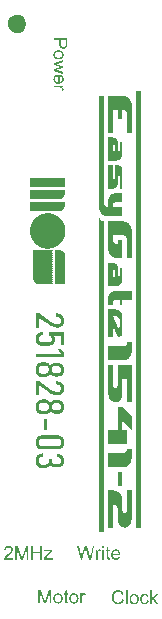
<source format=gto>
G04*
G04 #@! TF.GenerationSoftware,Altium Limited,Altium Designer,21.0.9 (235)*
G04*
G04 Layer_Color=65535*
%FSLAX25Y25*%
%MOIN*%
G70*
G04*
G04 #@! TF.SameCoordinates,CEEBEC93-FDC5-4B9E-8111-BC73F9B13B43*
G04*
G04*
G04 #@! TF.FilePolarity,Positive*
G04*
G01*
G75*
%ADD10C,0.03937*%
G36*
X29472Y120507D02*
X29509D01*
Y120494D01*
X29546D01*
Y120482D01*
X29583D01*
Y120470D01*
X29620D01*
Y120457D01*
X29657D01*
Y120445D01*
X29669D01*
Y120433D01*
X29682D01*
Y120445D01*
X29694D01*
Y120433D01*
X29706D01*
Y120420D01*
X29719D01*
Y120408D01*
X29731D01*
Y120420D01*
X29743D01*
Y120408D01*
X29755D01*
Y120396D01*
X29768D01*
Y120384D01*
X29780D01*
Y120396D01*
X29792D01*
Y120384D01*
X29805D01*
Y120371D01*
X29817D01*
Y120359D01*
X29829D01*
Y120371D01*
X29842D01*
Y120359D01*
X29854D01*
Y120347D01*
X29866D01*
Y120334D01*
X29878D01*
Y120347D01*
X29891D01*
Y120322D01*
X29915D01*
Y120310D01*
X29928D01*
Y120297D01*
X29940D01*
Y120285D01*
X29977D01*
Y120273D01*
X29989D01*
Y120261D01*
X30001D01*
Y120248D01*
X30014D01*
Y120236D01*
X30038D01*
Y120224D01*
X30063D01*
Y120199D01*
X30088D01*
Y120187D01*
X30100D01*
Y120174D01*
X30112D01*
Y120162D01*
X30125D01*
Y120150D01*
X30137D01*
Y120137D01*
X30149D01*
Y120125D01*
X30161D01*
Y120113D01*
X30174D01*
Y120100D01*
X30186D01*
Y120088D01*
X30198D01*
Y120076D01*
X30211D01*
Y120064D01*
X30223D01*
Y120051D01*
X30235D01*
Y120039D01*
X30248D01*
Y120027D01*
X30260D01*
Y120014D01*
X30272D01*
Y120002D01*
X30284D01*
Y119990D01*
X30297D01*
Y119977D01*
X30309D01*
Y119965D01*
X30321D01*
Y119953D01*
X30334D01*
Y119916D01*
X30358D01*
Y119891D01*
X30371D01*
Y119879D01*
X30383D01*
Y119867D01*
X30395D01*
Y119854D01*
X30408D01*
Y119817D01*
X30420D01*
Y119805D01*
X30432D01*
Y119793D01*
X30444D01*
Y119781D01*
X30457D01*
Y119744D01*
X30469D01*
Y119731D01*
X30481D01*
Y119719D01*
X30494D01*
Y119682D01*
X30506D01*
Y119670D01*
X30518D01*
Y119658D01*
X30531D01*
Y119621D01*
X30543D01*
Y119608D01*
X30555D01*
Y119571D01*
X30567D01*
Y119559D01*
X30580D01*
Y119522D01*
X30592D01*
Y119510D01*
X30604D01*
Y119473D01*
X30617D01*
Y119461D01*
X30629D01*
Y119424D01*
X30641D01*
Y119412D01*
X30629D01*
Y119399D01*
X30641D01*
Y119387D01*
X30654D01*
Y119362D01*
X30666D01*
Y119338D01*
X30678D01*
Y119301D01*
X30691D01*
Y119289D01*
X30703D01*
Y119252D01*
X30715D01*
Y119239D01*
X30703D01*
Y119227D01*
X30715D01*
Y119215D01*
X30727D01*
Y119178D01*
X30740D01*
Y119165D01*
X30727D01*
Y119153D01*
X30740D01*
Y119141D01*
X30752D01*
Y119104D01*
X30764D01*
Y119092D01*
X30752D01*
Y119079D01*
X30764D01*
Y119067D01*
X30777D01*
Y119030D01*
X30789D01*
Y119018D01*
X30777D01*
Y119006D01*
X30789D01*
Y118993D01*
X30801D01*
Y118932D01*
X30814D01*
Y118919D01*
X30826D01*
Y118907D01*
X30814D01*
Y118895D01*
X30826D01*
Y118858D01*
X30838D01*
Y118821D01*
X30850D01*
Y118809D01*
X30838D01*
Y118796D01*
X30850D01*
Y118759D01*
X30863D01*
Y118722D01*
X30875D01*
Y118661D01*
X30887D01*
Y118624D01*
X30900D01*
Y118562D01*
X30912D01*
Y118526D01*
X30924D01*
Y109273D01*
X27467D01*
Y120519D01*
X27479D01*
Y120507D01*
X27492D01*
Y120519D01*
X27504D01*
Y120507D01*
X27516D01*
Y120519D01*
X27528D01*
Y120507D01*
X27541D01*
Y120519D01*
X27553D01*
Y120507D01*
X27565D01*
Y120519D01*
X27578D01*
Y120507D01*
X27590D01*
Y120519D01*
X27602D01*
Y120507D01*
X27615D01*
Y120519D01*
X27627D01*
Y120507D01*
X27639D01*
Y120519D01*
X27651D01*
Y120507D01*
X27664D01*
Y120519D01*
X27676D01*
Y120507D01*
X27688D01*
Y120519D01*
X27701D01*
Y120507D01*
X27713D01*
Y120519D01*
X27725D01*
Y120507D01*
X27738D01*
Y120519D01*
X27750D01*
Y120507D01*
X27762D01*
Y120519D01*
X27775D01*
Y120507D01*
X27787D01*
Y120519D01*
X27799D01*
Y120507D01*
X27811D01*
Y120519D01*
X27824D01*
Y120507D01*
X27836D01*
Y120519D01*
X27848D01*
Y120507D01*
X27861D01*
Y120519D01*
X27873D01*
Y120507D01*
X27885D01*
Y120519D01*
X27898D01*
Y120507D01*
X27910D01*
Y120519D01*
X27922D01*
Y120507D01*
X27934D01*
Y120519D01*
X27947D01*
Y120507D01*
X27959D01*
Y120519D01*
X27971D01*
Y120507D01*
X27984D01*
Y120519D01*
X27996D01*
Y120507D01*
X28008D01*
Y120519D01*
X28021D01*
Y120507D01*
X28033D01*
Y120519D01*
X28045D01*
Y120507D01*
X28058D01*
Y120519D01*
X28070D01*
Y120507D01*
X28082D01*
Y120519D01*
X28094D01*
Y120507D01*
X28107D01*
Y120519D01*
X28119D01*
Y120507D01*
X28131D01*
Y120519D01*
X28144D01*
Y120507D01*
X28156D01*
Y120519D01*
X28168D01*
Y120507D01*
X28181D01*
Y120519D01*
X28193D01*
Y120507D01*
X28205D01*
Y120519D01*
X28217D01*
Y120507D01*
X28230D01*
Y120519D01*
X28242D01*
Y120507D01*
X28254D01*
Y120519D01*
X28267D01*
Y120507D01*
X28279D01*
Y120519D01*
X28291D01*
Y120507D01*
X28304D01*
Y120519D01*
X28316D01*
Y120507D01*
X28328D01*
Y120519D01*
X28340D01*
Y120507D01*
X28353D01*
Y120519D01*
X28365D01*
Y120507D01*
X28377D01*
Y120519D01*
X28390D01*
Y120507D01*
X28402D01*
Y120519D01*
X28414D01*
Y120507D01*
X28427D01*
Y120519D01*
X28439D01*
Y120507D01*
X28451D01*
Y120519D01*
X28464D01*
Y120507D01*
X28476D01*
Y120519D01*
X28488D01*
Y120507D01*
X28500D01*
Y120519D01*
X28513D01*
Y120507D01*
X28525D01*
Y120519D01*
X28537D01*
Y120507D01*
X28550D01*
Y120519D01*
X28562D01*
Y120507D01*
X28574D01*
Y120519D01*
X28587D01*
Y120507D01*
X28599D01*
Y120519D01*
X28611D01*
Y120507D01*
X28623D01*
Y120519D01*
X28636D01*
Y120507D01*
X28648D01*
Y120519D01*
X28660D01*
Y120507D01*
X28673D01*
Y120519D01*
X28685D01*
Y120507D01*
X28697D01*
Y120519D01*
X28710D01*
Y120507D01*
X28722D01*
Y120519D01*
X28734D01*
Y120507D01*
X28747D01*
Y120519D01*
X28759D01*
Y120507D01*
X28771D01*
Y120519D01*
X28783D01*
Y120507D01*
X28796D01*
Y120519D01*
X28808D01*
Y120507D01*
X28820D01*
Y120519D01*
X28833D01*
Y120507D01*
X28845D01*
Y120519D01*
X28857D01*
Y120507D01*
X28870D01*
Y120519D01*
X28882D01*
Y120507D01*
X28894D01*
Y120519D01*
X28906D01*
Y120507D01*
X28919D01*
Y120519D01*
X28931D01*
Y120507D01*
X28943D01*
Y120519D01*
X28956D01*
Y120507D01*
X28968D01*
Y120519D01*
X28980D01*
Y120507D01*
X28993D01*
Y120519D01*
X29005D01*
Y120507D01*
X29017D01*
Y120519D01*
X29030D01*
Y120507D01*
X29042D01*
Y120519D01*
X29054D01*
Y120507D01*
X29066D01*
Y120519D01*
X29079D01*
Y120507D01*
X29091D01*
Y120519D01*
X29103D01*
Y120507D01*
X29116D01*
Y120519D01*
X29128D01*
Y120507D01*
X29140D01*
Y120519D01*
X29153D01*
Y120507D01*
X29165D01*
Y120519D01*
X29177D01*
Y120507D01*
X29189D01*
Y120519D01*
X29202D01*
Y120507D01*
X29214D01*
Y120519D01*
X29226D01*
Y120507D01*
X29239D01*
Y120519D01*
X29251D01*
Y120507D01*
X29263D01*
Y120519D01*
X29276D01*
Y120507D01*
X29288D01*
Y120519D01*
X29300D01*
Y120507D01*
X29312D01*
Y120519D01*
X29325D01*
Y120507D01*
X29337D01*
Y120519D01*
X29349D01*
Y120507D01*
X29362D01*
Y120519D01*
X29374D01*
Y120507D01*
X29386D01*
Y120519D01*
X29399D01*
Y120507D01*
X29411D01*
Y120519D01*
X29423D01*
Y120507D01*
X29436D01*
Y120519D01*
X29448D01*
Y120507D01*
X29460D01*
Y120519D01*
X29472D01*
Y120507D01*
D02*
G37*
G36*
X26593D02*
X26606D01*
Y120494D01*
X26593D01*
Y120482D01*
X26606D01*
Y120470D01*
X26593D01*
Y120457D01*
X26606D01*
Y120445D01*
X26593D01*
Y120433D01*
X26606D01*
Y120420D01*
X26593D01*
Y120408D01*
X26606D01*
Y120396D01*
X26593D01*
Y120384D01*
X26606D01*
Y120371D01*
X26593D01*
Y120359D01*
X26606D01*
Y120347D01*
X26593D01*
Y120334D01*
X26606D01*
Y120322D01*
X26593D01*
Y120310D01*
X26606D01*
Y120297D01*
X26593D01*
Y120285D01*
X26606D01*
Y120273D01*
X26593D01*
Y120261D01*
X26606D01*
Y120248D01*
X26593D01*
Y120236D01*
X26606D01*
Y120224D01*
X26593D01*
Y120211D01*
X26606D01*
Y120199D01*
X26593D01*
Y120187D01*
X26606D01*
Y120174D01*
X26593D01*
Y120162D01*
X26606D01*
Y120150D01*
X26593D01*
Y120137D01*
X26606D01*
Y120125D01*
X26593D01*
Y120113D01*
X26606D01*
Y120100D01*
X26593D01*
Y120088D01*
X26606D01*
Y120076D01*
X26593D01*
Y120064D01*
X26606D01*
Y120051D01*
X26593D01*
Y120039D01*
X26606D01*
Y120027D01*
X26593D01*
Y120014D01*
X26606D01*
Y120002D01*
X26593D01*
Y119990D01*
X26606D01*
Y119977D01*
X26593D01*
Y119965D01*
X26606D01*
Y119953D01*
X26593D01*
Y119941D01*
X26606D01*
Y119928D01*
X26593D01*
Y119916D01*
X26606D01*
Y119904D01*
X26593D01*
Y119891D01*
X26606D01*
Y119879D01*
X26593D01*
Y119867D01*
X26606D01*
Y119854D01*
X26593D01*
Y119842D01*
X26606D01*
Y119830D01*
X26593D01*
Y119817D01*
X26606D01*
Y119805D01*
X26593D01*
Y119793D01*
X26606D01*
Y119781D01*
X26593D01*
Y119768D01*
X26606D01*
Y119756D01*
X26593D01*
Y119744D01*
X26606D01*
Y119731D01*
X26593D01*
Y119719D01*
X26606D01*
Y119707D01*
X26593D01*
Y119694D01*
X26606D01*
Y119682D01*
X26593D01*
Y119670D01*
X26606D01*
Y119658D01*
X26593D01*
Y119645D01*
X26606D01*
Y119633D01*
X26593D01*
Y119621D01*
X26606D01*
Y119608D01*
X26593D01*
Y119596D01*
X26606D01*
Y119584D01*
X26593D01*
Y119571D01*
X26606D01*
Y119559D01*
X26593D01*
Y119547D01*
X26606D01*
Y119535D01*
X26593D01*
Y119522D01*
X26606D01*
Y119510D01*
X26593D01*
Y119498D01*
X26606D01*
Y119485D01*
X26593D01*
Y119473D01*
X26606D01*
Y119461D01*
X26593D01*
Y119448D01*
X26606D01*
Y119436D01*
X26593D01*
Y119424D01*
X26606D01*
Y119412D01*
X26593D01*
Y119399D01*
X26606D01*
Y119387D01*
X26593D01*
Y119375D01*
X26606D01*
Y119362D01*
X26593D01*
Y119350D01*
X26606D01*
Y119338D01*
X26593D01*
Y119325D01*
X26606D01*
Y119313D01*
X26593D01*
Y119301D01*
X26606D01*
Y119289D01*
X26593D01*
Y119276D01*
X26606D01*
Y119264D01*
X26593D01*
Y119252D01*
X26606D01*
Y119239D01*
X26593D01*
Y119227D01*
X26606D01*
Y119215D01*
X26593D01*
Y119202D01*
X26606D01*
Y119190D01*
X26593D01*
Y119178D01*
X26606D01*
Y119165D01*
X26593D01*
Y119153D01*
X26606D01*
Y119141D01*
X26593D01*
Y119129D01*
X26606D01*
Y119116D01*
X26593D01*
Y119104D01*
X26606D01*
Y119092D01*
X26593D01*
Y119079D01*
X26606D01*
Y119067D01*
X26593D01*
Y119055D01*
X26606D01*
Y119042D01*
X26593D01*
Y119030D01*
X26606D01*
Y119018D01*
X26593D01*
Y119006D01*
X26606D01*
Y118993D01*
X26593D01*
Y118981D01*
X26606D01*
Y118969D01*
X26593D01*
Y118956D01*
X26606D01*
Y118944D01*
X26593D01*
Y118932D01*
X26606D01*
Y118919D01*
X26593D01*
Y118907D01*
X26606D01*
Y118895D01*
X26593D01*
Y118882D01*
X26606D01*
Y118870D01*
X26593D01*
Y118858D01*
X26606D01*
Y118845D01*
X26593D01*
Y118833D01*
X26606D01*
Y118821D01*
X26593D01*
Y118809D01*
X26606D01*
Y118796D01*
X26593D01*
Y118784D01*
X26606D01*
Y118772D01*
X26593D01*
Y118759D01*
X26606D01*
Y118747D01*
X26593D01*
Y118735D01*
X26606D01*
Y118722D01*
X26593D01*
Y118710D01*
X26606D01*
Y118698D01*
X26593D01*
Y118686D01*
X26606D01*
Y118673D01*
X26593D01*
Y118661D01*
X26606D01*
Y118649D01*
X26593D01*
Y118636D01*
X26606D01*
Y118624D01*
X26593D01*
Y118612D01*
X26606D01*
Y118599D01*
X26593D01*
Y118587D01*
X26606D01*
Y118575D01*
X26593D01*
Y118562D01*
X26606D01*
Y118550D01*
X26593D01*
Y118538D01*
X26606D01*
Y118526D01*
X26593D01*
Y118513D01*
X26606D01*
Y118501D01*
X26593D01*
Y118489D01*
X26606D01*
Y118476D01*
X26593D01*
Y118464D01*
X26606D01*
Y118452D01*
X26593D01*
Y118439D01*
X26606D01*
Y118427D01*
X26593D01*
Y118415D01*
X26606D01*
Y118403D01*
X26593D01*
Y118390D01*
X26606D01*
Y118378D01*
X26593D01*
Y118366D01*
X26606D01*
Y118353D01*
X26593D01*
Y118341D01*
X26606D01*
Y118329D01*
X26593D01*
Y118316D01*
X26606D01*
Y118304D01*
X26593D01*
Y118292D01*
X26606D01*
Y118280D01*
X26593D01*
Y118267D01*
X26606D01*
Y118255D01*
X26593D01*
Y118243D01*
X26606D01*
Y118230D01*
X26593D01*
Y118218D01*
X26606D01*
Y118206D01*
X26593D01*
Y118193D01*
X26606D01*
Y118181D01*
X26593D01*
Y118169D01*
X26606D01*
Y118157D01*
X26593D01*
Y118144D01*
X26606D01*
Y118132D01*
X26593D01*
Y118120D01*
X26606D01*
Y118107D01*
X26593D01*
Y118095D01*
X26606D01*
Y118083D01*
X26593D01*
Y118070D01*
X26606D01*
Y118058D01*
X26593D01*
Y118046D01*
X26606D01*
Y118034D01*
X26593D01*
Y118021D01*
X26606D01*
Y118009D01*
X26593D01*
Y117997D01*
X26606D01*
Y117984D01*
X26593D01*
Y117972D01*
X26606D01*
Y117960D01*
X26593D01*
Y117947D01*
X26606D01*
Y117935D01*
X26593D01*
Y117923D01*
X26606D01*
Y117910D01*
X26593D01*
Y117898D01*
X26606D01*
Y117886D01*
X26593D01*
Y117874D01*
X26606D01*
Y117861D01*
X26593D01*
Y117849D01*
X26606D01*
Y117837D01*
X26593D01*
Y117824D01*
X26606D01*
Y117812D01*
X26593D01*
Y117800D01*
X26606D01*
Y117787D01*
X26593D01*
Y117775D01*
X26606D01*
Y117763D01*
X26593D01*
Y117751D01*
X26606D01*
Y117738D01*
X26593D01*
Y117726D01*
X26606D01*
Y117714D01*
X26593D01*
Y117701D01*
X26606D01*
Y117689D01*
X26593D01*
Y117677D01*
X26606D01*
Y117664D01*
X26593D01*
Y117652D01*
X26606D01*
Y117640D01*
X26593D01*
Y117627D01*
X26606D01*
Y117615D01*
X26593D01*
Y117603D01*
X26606D01*
Y117590D01*
X26593D01*
Y117578D01*
X26606D01*
Y117566D01*
X26593D01*
Y117554D01*
X26606D01*
Y117541D01*
X26593D01*
Y117529D01*
X26606D01*
Y117517D01*
X26593D01*
Y117504D01*
X26606D01*
Y117492D01*
X26593D01*
Y117480D01*
X26606D01*
Y117467D01*
X26593D01*
Y117455D01*
X26606D01*
Y117443D01*
X26593D01*
Y117431D01*
X26606D01*
Y117418D01*
X26593D01*
Y117406D01*
X26606D01*
Y117394D01*
X26593D01*
Y117381D01*
X26606D01*
Y117369D01*
X26593D01*
Y117357D01*
X26606D01*
Y117344D01*
X26593D01*
Y117332D01*
X26606D01*
Y117320D01*
X26593D01*
Y117308D01*
X26606D01*
Y117295D01*
X26593D01*
Y117283D01*
X26606D01*
Y117271D01*
X26593D01*
Y117258D01*
X26606D01*
Y117246D01*
X26593D01*
Y117234D01*
X26606D01*
Y117221D01*
X26593D01*
Y117209D01*
X26606D01*
Y117197D01*
X26593D01*
Y117184D01*
X26606D01*
Y117172D01*
X26593D01*
Y117160D01*
X26606D01*
Y117148D01*
X26593D01*
Y117135D01*
X26606D01*
Y117123D01*
X26593D01*
Y117111D01*
X26606D01*
Y117098D01*
X26593D01*
Y117086D01*
X26606D01*
Y117074D01*
X26593D01*
Y117061D01*
X26606D01*
Y117049D01*
X26593D01*
Y117037D01*
X26606D01*
Y117025D01*
X26593D01*
Y117012D01*
X26606D01*
Y117000D01*
X26593D01*
Y116988D01*
X26606D01*
Y116975D01*
X26593D01*
Y116963D01*
X26606D01*
Y116951D01*
X26593D01*
Y116938D01*
X26606D01*
Y116926D01*
X26593D01*
Y116914D01*
X26606D01*
Y116902D01*
X26593D01*
Y116889D01*
X26606D01*
Y116877D01*
X26593D01*
Y116865D01*
X26606D01*
Y116852D01*
X26593D01*
Y116840D01*
X26606D01*
Y116828D01*
X26593D01*
Y116815D01*
X26606D01*
Y116803D01*
X26593D01*
Y116791D01*
X26606D01*
Y116779D01*
X26593D01*
Y116766D01*
X26606D01*
Y116754D01*
X26593D01*
Y116742D01*
X26606D01*
Y116729D01*
X26593D01*
Y116717D01*
X26606D01*
Y116705D01*
X26593D01*
Y116692D01*
X26606D01*
Y116680D01*
X26593D01*
Y116668D01*
X26606D01*
Y116656D01*
X26593D01*
Y116643D01*
X26606D01*
Y116631D01*
X26593D01*
Y116619D01*
X26606D01*
Y116606D01*
X26593D01*
Y116594D01*
X26606D01*
Y116582D01*
X26593D01*
Y116569D01*
X26606D01*
Y116557D01*
X26593D01*
Y116545D01*
X26606D01*
Y116532D01*
X26593D01*
Y116520D01*
X26606D01*
Y116508D01*
X26593D01*
Y116496D01*
X26606D01*
Y116483D01*
X26593D01*
Y116471D01*
X26606D01*
Y116459D01*
X26593D01*
Y116446D01*
X26606D01*
Y116434D01*
X26593D01*
Y116422D01*
X26606D01*
Y116409D01*
X26593D01*
Y116397D01*
X26606D01*
Y116385D01*
X26593D01*
Y116373D01*
X26606D01*
Y116360D01*
X26593D01*
Y116348D01*
X26606D01*
Y116336D01*
X26593D01*
Y116323D01*
X26606D01*
Y116311D01*
X26593D01*
Y116299D01*
X26606D01*
Y116286D01*
X26593D01*
Y116274D01*
X26606D01*
Y116262D01*
X26593D01*
Y116249D01*
X26606D01*
Y116237D01*
X26593D01*
Y116225D01*
X26606D01*
Y116212D01*
X26593D01*
Y116200D01*
X26606D01*
Y116188D01*
X26593D01*
Y116176D01*
X26606D01*
Y116163D01*
X26593D01*
Y116151D01*
X26606D01*
Y116139D01*
X26593D01*
Y116126D01*
X26606D01*
Y116114D01*
X26593D01*
Y116102D01*
X26606D01*
Y116089D01*
X26593D01*
Y116077D01*
X26606D01*
Y116065D01*
X26593D01*
Y116053D01*
X26606D01*
Y116040D01*
X26593D01*
Y116028D01*
X26606D01*
Y116016D01*
X26593D01*
Y116003D01*
X26606D01*
Y115991D01*
X26593D01*
Y115979D01*
X26606D01*
Y115966D01*
X26593D01*
Y115954D01*
X26606D01*
Y115942D01*
X26593D01*
Y115929D01*
X26606D01*
Y115917D01*
X26593D01*
Y115905D01*
X26606D01*
Y115893D01*
X26593D01*
Y115880D01*
X26606D01*
Y115868D01*
X26593D01*
Y115856D01*
X26606D01*
Y115843D01*
X26593D01*
Y115831D01*
X26606D01*
Y115819D01*
X26593D01*
Y115806D01*
X26606D01*
Y115794D01*
X26593D01*
Y115782D01*
X26606D01*
Y115770D01*
X26593D01*
Y115757D01*
X26606D01*
Y115745D01*
X26593D01*
Y115733D01*
X26606D01*
Y115720D01*
X26593D01*
Y115708D01*
X26606D01*
Y115696D01*
X26593D01*
Y115683D01*
X26606D01*
Y115671D01*
X26593D01*
Y115659D01*
X26606D01*
Y115647D01*
X26593D01*
Y115634D01*
X26606D01*
Y115622D01*
X26593D01*
Y115610D01*
X26606D01*
Y115597D01*
X26593D01*
Y115585D01*
X26606D01*
Y115573D01*
X26593D01*
Y115560D01*
X26606D01*
Y115548D01*
X26593D01*
Y115536D01*
X26606D01*
Y115524D01*
X26593D01*
Y115511D01*
X26606D01*
Y115499D01*
X26593D01*
Y115487D01*
X26606D01*
Y115474D01*
X26593D01*
Y115462D01*
X26606D01*
Y115450D01*
X26593D01*
Y115437D01*
X26606D01*
Y115425D01*
X26593D01*
Y115413D01*
X26606D01*
Y115401D01*
X26593D01*
Y115388D01*
X26606D01*
Y115376D01*
X26593D01*
Y115364D01*
X26606D01*
Y115351D01*
X26593D01*
Y115339D01*
X26606D01*
Y115327D01*
X26593D01*
Y115314D01*
X26606D01*
Y115302D01*
X26593D01*
Y115290D01*
X26606D01*
Y115277D01*
X26593D01*
Y115265D01*
X26606D01*
Y115253D01*
X26593D01*
Y115241D01*
X26606D01*
Y115228D01*
X26593D01*
Y115216D01*
X26606D01*
Y115204D01*
X26593D01*
Y115191D01*
X26606D01*
Y115179D01*
X26593D01*
Y115167D01*
X26606D01*
Y115154D01*
X26593D01*
Y115142D01*
X26606D01*
Y115130D01*
X26593D01*
Y115118D01*
X26606D01*
Y115105D01*
X26593D01*
Y115093D01*
X26606D01*
Y115081D01*
X26593D01*
Y115068D01*
X26606D01*
Y115056D01*
X26593D01*
Y115044D01*
X26606D01*
Y115031D01*
X26593D01*
Y115019D01*
X26606D01*
Y115007D01*
X26593D01*
Y114995D01*
X26606D01*
Y114982D01*
X26593D01*
Y114970D01*
X26606D01*
Y114957D01*
X26593D01*
Y114945D01*
X26606D01*
Y114933D01*
X26593D01*
Y114921D01*
X26606D01*
Y114908D01*
X26593D01*
Y114896D01*
X26606D01*
Y114884D01*
X26593D01*
Y114871D01*
X26606D01*
Y114859D01*
X26593D01*
Y114847D01*
X26606D01*
Y114834D01*
X26593D01*
Y114822D01*
X26606D01*
Y114810D01*
X26593D01*
Y114798D01*
X26606D01*
Y114785D01*
X26593D01*
Y114773D01*
X26606D01*
Y114761D01*
X26593D01*
Y114748D01*
X26606D01*
Y114736D01*
X26593D01*
Y114724D01*
X26606D01*
Y114711D01*
X26593D01*
Y114699D01*
X26606D01*
Y114687D01*
X26593D01*
Y114675D01*
X26606D01*
Y114662D01*
X26593D01*
Y114650D01*
X26606D01*
Y114638D01*
X26593D01*
Y114625D01*
X26606D01*
Y114613D01*
X26593D01*
Y114601D01*
X26606D01*
Y114588D01*
X26593D01*
Y114576D01*
X26606D01*
Y114564D01*
X26593D01*
Y114551D01*
X26606D01*
Y114539D01*
X26593D01*
Y114527D01*
X26606D01*
Y114515D01*
X26593D01*
Y114502D01*
X26606D01*
Y114490D01*
X26593D01*
Y114478D01*
X26606D01*
Y114465D01*
X26593D01*
Y114453D01*
X26606D01*
Y114441D01*
X26593D01*
Y114428D01*
X26606D01*
Y114416D01*
X26593D01*
Y114404D01*
X26606D01*
Y114392D01*
X26593D01*
Y114379D01*
X26606D01*
Y114367D01*
X26593D01*
Y114355D01*
X26606D01*
Y114342D01*
X26593D01*
Y114330D01*
X26606D01*
Y114318D01*
X26593D01*
Y114305D01*
X26606D01*
Y114293D01*
X26593D01*
Y114281D01*
X26606D01*
Y114269D01*
X26593D01*
Y114256D01*
X26606D01*
Y114244D01*
X26593D01*
Y114232D01*
X26606D01*
Y114219D01*
X26593D01*
Y114207D01*
X26606D01*
Y114195D01*
X26593D01*
Y114182D01*
X26606D01*
Y114170D01*
X26593D01*
Y114158D01*
X26606D01*
Y114146D01*
X26593D01*
Y114133D01*
X26606D01*
Y114121D01*
X26593D01*
Y114109D01*
X26606D01*
Y114096D01*
X26593D01*
Y114084D01*
X26606D01*
Y114072D01*
X26593D01*
Y114059D01*
X26606D01*
Y114047D01*
X26593D01*
Y114035D01*
X26606D01*
Y114023D01*
X26593D01*
Y114010D01*
X26606D01*
Y113998D01*
X26593D01*
Y113986D01*
X26606D01*
Y113973D01*
X26593D01*
Y113961D01*
X26606D01*
Y113949D01*
X26593D01*
Y113936D01*
X26606D01*
Y113924D01*
X26593D01*
Y113912D01*
X26606D01*
Y113899D01*
X26593D01*
Y113887D01*
X26606D01*
Y113875D01*
X26593D01*
Y113863D01*
X26606D01*
Y113850D01*
X26593D01*
Y113838D01*
X26606D01*
Y113826D01*
X26593D01*
Y113813D01*
X26606D01*
Y113801D01*
X26593D01*
Y113789D01*
X26606D01*
Y113776D01*
X26593D01*
Y113764D01*
X26606D01*
Y113752D01*
X26593D01*
Y113740D01*
X26606D01*
Y113727D01*
X26593D01*
Y113715D01*
X26606D01*
Y113703D01*
X26593D01*
Y113690D01*
X26606D01*
Y113678D01*
X26593D01*
Y113666D01*
X26606D01*
Y113653D01*
X26593D01*
Y113641D01*
X26606D01*
Y113629D01*
X26593D01*
Y113616D01*
X26606D01*
Y113604D01*
X26593D01*
Y113592D01*
X26606D01*
Y113579D01*
X26593D01*
Y113567D01*
X26606D01*
Y113555D01*
X26593D01*
Y113543D01*
X26606D01*
Y113530D01*
X26593D01*
Y113518D01*
X26606D01*
Y113506D01*
X26593D01*
Y113493D01*
X26606D01*
Y113481D01*
X26593D01*
Y113469D01*
X26606D01*
Y113456D01*
X26593D01*
Y113444D01*
X26606D01*
Y113432D01*
X26593D01*
Y113420D01*
X26606D01*
Y113407D01*
X26593D01*
Y113395D01*
X26606D01*
Y113383D01*
X26593D01*
Y113370D01*
X26606D01*
Y113358D01*
X26593D01*
Y113346D01*
X26606D01*
Y113333D01*
X26593D01*
Y113321D01*
X26606D01*
Y113309D01*
X26593D01*
Y113296D01*
X26606D01*
Y113284D01*
X26593D01*
Y113272D01*
X26606D01*
Y113260D01*
X26593D01*
Y113247D01*
X26606D01*
Y113235D01*
X26593D01*
Y113223D01*
X26606D01*
Y113210D01*
X26593D01*
Y113198D01*
X26606D01*
Y113186D01*
X26593D01*
Y113173D01*
X26606D01*
Y113161D01*
X26593D01*
Y113149D01*
X26606D01*
Y113137D01*
X26593D01*
Y113124D01*
X26606D01*
Y113112D01*
X26593D01*
Y113100D01*
X26606D01*
Y113087D01*
X26593D01*
Y113075D01*
X26606D01*
Y113063D01*
X26593D01*
Y113050D01*
X26606D01*
Y113038D01*
X26593D01*
Y113026D01*
X26606D01*
Y113014D01*
X26593D01*
Y113001D01*
X26606D01*
Y112989D01*
X26593D01*
Y112977D01*
X26606D01*
Y112964D01*
X26593D01*
Y112952D01*
X26606D01*
Y112940D01*
X26593D01*
Y112927D01*
X26606D01*
Y112915D01*
X26593D01*
Y112903D01*
X26606D01*
Y112891D01*
X26593D01*
Y112878D01*
X26606D01*
Y112866D01*
X26593D01*
Y112854D01*
X26606D01*
Y112841D01*
X26593D01*
Y112829D01*
X26606D01*
Y112817D01*
X26593D01*
Y112804D01*
X26606D01*
Y112792D01*
X26593D01*
Y112780D01*
X26606D01*
Y112768D01*
X26593D01*
Y112755D01*
X26606D01*
Y112743D01*
X26593D01*
Y112731D01*
X26606D01*
Y112718D01*
X26593D01*
Y112706D01*
X26606D01*
Y112694D01*
X26593D01*
Y112681D01*
X26606D01*
Y112669D01*
X26593D01*
Y112657D01*
X26606D01*
Y112644D01*
X26593D01*
Y112632D01*
X26606D01*
Y112620D01*
X26593D01*
Y112608D01*
X26606D01*
Y112595D01*
X26593D01*
Y112583D01*
X26606D01*
Y112571D01*
X26593D01*
Y112558D01*
X26606D01*
Y112546D01*
X26593D01*
Y112534D01*
X26606D01*
Y112521D01*
X26593D01*
Y112509D01*
X26606D01*
Y112497D01*
X26593D01*
Y112485D01*
X26606D01*
Y112472D01*
X26593D01*
Y112460D01*
X26606D01*
Y112448D01*
X26593D01*
Y112435D01*
X26606D01*
Y112423D01*
X26593D01*
Y112411D01*
X26606D01*
Y112398D01*
X26593D01*
Y112386D01*
X26606D01*
Y112374D01*
X26593D01*
Y112361D01*
X26606D01*
Y112349D01*
X26593D01*
Y112337D01*
X26606D01*
Y112325D01*
X26593D01*
Y112312D01*
X26606D01*
Y112300D01*
X26593D01*
Y112288D01*
X26606D01*
Y112275D01*
X26593D01*
Y112263D01*
X26606D01*
Y112251D01*
X26593D01*
Y112238D01*
X26606D01*
Y112226D01*
X26593D01*
Y112214D01*
X26606D01*
Y112201D01*
X26593D01*
Y112189D01*
X26606D01*
Y112177D01*
X26593D01*
Y112165D01*
X26606D01*
Y112152D01*
X26593D01*
Y112140D01*
X26606D01*
Y112128D01*
X26593D01*
Y112115D01*
X26606D01*
Y112103D01*
X26593D01*
Y112091D01*
X26606D01*
Y112078D01*
X26593D01*
Y112066D01*
X26606D01*
Y112054D01*
X26593D01*
Y112042D01*
X26606D01*
Y112029D01*
X26593D01*
Y112017D01*
X26606D01*
Y112005D01*
X26593D01*
Y111992D01*
X26606D01*
Y111980D01*
X26593D01*
Y111968D01*
X26606D01*
Y111955D01*
X26593D01*
Y111943D01*
X26606D01*
Y111931D01*
X26593D01*
Y111918D01*
X26606D01*
Y111906D01*
X26593D01*
Y111894D01*
X26606D01*
Y111882D01*
X26593D01*
Y111869D01*
X26606D01*
Y111857D01*
X26593D01*
Y111845D01*
X26606D01*
Y111832D01*
X26593D01*
Y111820D01*
X26606D01*
Y111808D01*
X26593D01*
Y111795D01*
X26606D01*
Y111783D01*
X26593D01*
Y111771D01*
X26606D01*
Y111759D01*
X26593D01*
Y111746D01*
X26606D01*
Y111734D01*
X26593D01*
Y111722D01*
X26606D01*
Y111709D01*
X26593D01*
Y111697D01*
X26606D01*
Y111685D01*
X26593D01*
Y111672D01*
X26606D01*
Y111660D01*
X26593D01*
Y111648D01*
X26606D01*
Y111635D01*
X26593D01*
Y111623D01*
X26606D01*
Y111611D01*
X26593D01*
Y111599D01*
X26606D01*
Y111586D01*
X26593D01*
Y111574D01*
X26606D01*
Y111562D01*
X26593D01*
Y111549D01*
X26606D01*
Y111537D01*
X26593D01*
Y111525D01*
X26606D01*
Y111512D01*
X26593D01*
Y111500D01*
X26606D01*
Y111488D01*
X26593D01*
Y111476D01*
X26606D01*
Y111463D01*
X26593D01*
Y111451D01*
X26606D01*
Y111439D01*
X26593D01*
Y111426D01*
X26606D01*
Y111414D01*
X26593D01*
Y111402D01*
X26606D01*
Y111390D01*
X26593D01*
Y111377D01*
X26606D01*
Y111365D01*
X26593D01*
Y111353D01*
X26606D01*
Y111340D01*
X26593D01*
Y111328D01*
X26606D01*
Y111316D01*
X26593D01*
Y111303D01*
X26606D01*
Y111291D01*
X26593D01*
Y111279D01*
X26606D01*
Y111266D01*
X26593D01*
Y111254D01*
X26606D01*
Y111242D01*
X26593D01*
Y111230D01*
X26606D01*
Y111217D01*
X26593D01*
Y111205D01*
X26606D01*
Y111193D01*
X26593D01*
Y111180D01*
X26606D01*
Y111168D01*
X26593D01*
Y111156D01*
X26606D01*
Y111143D01*
X26593D01*
Y111131D01*
X26606D01*
Y111119D01*
X26593D01*
Y111107D01*
X26606D01*
Y111094D01*
X26593D01*
Y111082D01*
X26606D01*
Y111070D01*
X26593D01*
Y111057D01*
X26606D01*
Y111045D01*
X26593D01*
Y111033D01*
X26606D01*
Y111020D01*
X26593D01*
Y111008D01*
X26606D01*
Y110996D01*
X26593D01*
Y110983D01*
X26606D01*
Y110971D01*
X26593D01*
Y110959D01*
X26606D01*
Y110947D01*
X26593D01*
Y110934D01*
X26606D01*
Y110922D01*
X26593D01*
Y110910D01*
X26606D01*
Y110897D01*
X26593D01*
Y110885D01*
X26606D01*
Y110873D01*
X26593D01*
Y110860D01*
X26606D01*
Y110848D01*
X26593D01*
Y110836D01*
X26606D01*
Y110824D01*
X26593D01*
Y110811D01*
X26606D01*
Y110799D01*
X26593D01*
Y110787D01*
X26606D01*
Y110774D01*
X26593D01*
Y110762D01*
X26606D01*
Y110750D01*
X26593D01*
Y110737D01*
X26606D01*
Y110725D01*
X26593D01*
Y110713D01*
X26606D01*
Y110701D01*
X26593D01*
Y110688D01*
X26606D01*
Y110676D01*
X26593D01*
Y110663D01*
X26606D01*
Y110651D01*
X26593D01*
Y110639D01*
X26606D01*
Y110627D01*
X26593D01*
Y110614D01*
X26606D01*
Y110602D01*
X26593D01*
Y110590D01*
X26606D01*
Y110577D01*
X26593D01*
Y110565D01*
X26606D01*
Y110553D01*
X26593D01*
Y110540D01*
X26606D01*
Y110528D01*
X26593D01*
Y110516D01*
X26606D01*
Y110504D01*
X26593D01*
Y110491D01*
X26606D01*
Y110479D01*
X26593D01*
Y110467D01*
X26606D01*
Y110454D01*
X26593D01*
Y110442D01*
X26606D01*
Y110430D01*
X26593D01*
Y110417D01*
X26606D01*
Y110405D01*
X26593D01*
Y110393D01*
X26606D01*
Y110380D01*
X26593D01*
Y110368D01*
X26606D01*
Y110356D01*
X26593D01*
Y110344D01*
X26606D01*
Y110331D01*
X26593D01*
Y110319D01*
X26606D01*
Y110307D01*
X26593D01*
Y110294D01*
X26606D01*
Y110282D01*
X26593D01*
Y110270D01*
X26606D01*
Y110257D01*
X26593D01*
Y110245D01*
X26606D01*
Y110233D01*
X26593D01*
Y110221D01*
X26606D01*
Y110208D01*
X26593D01*
Y110196D01*
X26606D01*
Y110184D01*
X26593D01*
Y110171D01*
X26606D01*
Y110159D01*
X26593D01*
Y110147D01*
X26606D01*
Y110134D01*
X26593D01*
Y110122D01*
X26606D01*
Y110110D01*
X26593D01*
Y110098D01*
X26606D01*
Y110085D01*
X26593D01*
Y110073D01*
X26606D01*
Y110061D01*
X26593D01*
Y110048D01*
X26606D01*
Y110036D01*
X26593D01*
Y110024D01*
X26606D01*
Y110011D01*
X26593D01*
Y109999D01*
X26606D01*
Y109987D01*
X26593D01*
Y109975D01*
X26606D01*
Y109962D01*
X26593D01*
Y109950D01*
X26606D01*
Y109938D01*
X26593D01*
Y109925D01*
X26606D01*
Y109913D01*
X26593D01*
Y109901D01*
X26606D01*
Y109888D01*
X26593D01*
Y109876D01*
X26606D01*
Y109864D01*
X26593D01*
Y109852D01*
X26606D01*
Y109839D01*
X26593D01*
Y109827D01*
X26606D01*
Y109815D01*
X26593D01*
Y109802D01*
X26606D01*
Y109790D01*
X26593D01*
Y109778D01*
X26606D01*
Y109765D01*
X26593D01*
Y109753D01*
X26606D01*
Y109741D01*
X26593D01*
Y109728D01*
X26606D01*
Y109716D01*
X26593D01*
Y109704D01*
X26606D01*
Y109692D01*
X26593D01*
Y109679D01*
X26606D01*
Y109667D01*
X26593D01*
Y109655D01*
X26606D01*
Y109642D01*
X26593D01*
Y109630D01*
X26606D01*
Y109618D01*
X26593D01*
Y109605D01*
X26606D01*
Y109593D01*
X26593D01*
Y109581D01*
X26606D01*
Y109569D01*
X26593D01*
Y109556D01*
X26606D01*
Y109544D01*
X26593D01*
Y109532D01*
X26606D01*
Y109519D01*
X26593D01*
Y109507D01*
X26606D01*
Y109495D01*
X26593D01*
Y109482D01*
X26606D01*
Y109470D01*
X26593D01*
Y109458D01*
X26606D01*
Y109446D01*
X26593D01*
Y109433D01*
X26606D01*
Y109421D01*
X26593D01*
Y109408D01*
X26606D01*
Y109396D01*
X26593D01*
Y109384D01*
X26606D01*
Y109372D01*
X26593D01*
Y109359D01*
X26606D01*
Y109347D01*
X26593D01*
Y109335D01*
X26606D01*
Y109322D01*
X26593D01*
Y109310D01*
X26606D01*
Y109298D01*
X26593D01*
Y109285D01*
X26606D01*
Y109273D01*
X21540D01*
Y109285D01*
X21503D01*
Y109298D01*
X21466D01*
Y109310D01*
X21429D01*
Y109322D01*
X21392D01*
Y109335D01*
X21380D01*
Y109347D01*
X21368D01*
Y109335D01*
X21355D01*
Y109347D01*
X21343D01*
Y109359D01*
X21306D01*
Y109372D01*
X21294D01*
Y109384D01*
X21257D01*
Y109396D01*
X21232D01*
Y109408D01*
X21208D01*
Y109421D01*
X21195D01*
Y109433D01*
X21183D01*
Y109446D01*
X21171D01*
Y109433D01*
X21158D01*
Y109446D01*
X21146D01*
Y109458D01*
X21134D01*
Y109470D01*
X21109D01*
Y109482D01*
X21085D01*
Y109495D01*
X21072D01*
Y109507D01*
X21060D01*
Y109519D01*
X21035D01*
Y109544D01*
X21023D01*
Y109532D01*
X21011D01*
Y109544D01*
X20999D01*
Y109556D01*
X20986D01*
Y109569D01*
X20974D01*
Y109581D01*
X20962D01*
Y109593D01*
X20949D01*
Y109605D01*
X20937D01*
Y109618D01*
X20912D01*
Y109642D01*
X20900D01*
Y109630D01*
X20888D01*
Y109655D01*
X20863D01*
Y109679D01*
X20839D01*
Y109704D01*
X20814D01*
Y109728D01*
X20789D01*
Y109753D01*
X20777D01*
Y109765D01*
X20765D01*
Y109790D01*
X20740D01*
Y109815D01*
X20728D01*
Y109827D01*
X20716D01*
Y109839D01*
X20703D01*
Y109852D01*
X20691D01*
Y109864D01*
X20679D01*
Y109876D01*
X20666D01*
Y109913D01*
X20654D01*
Y109925D01*
X20642D01*
Y109938D01*
X20629D01*
Y109950D01*
X20617D01*
Y109975D01*
X20605D01*
Y109987D01*
X20593D01*
Y110011D01*
X20580D01*
Y110024D01*
X20568D01*
Y110061D01*
X20556D01*
Y110073D01*
X20543D01*
Y110085D01*
X20531D01*
Y110110D01*
X20519D01*
Y110134D01*
X20506D01*
Y110147D01*
X20494D01*
Y110184D01*
X20482D01*
Y110196D01*
X20469D01*
Y110233D01*
X20457D01*
Y110245D01*
X20445D01*
Y110282D01*
X20433D01*
Y110294D01*
X20420D01*
Y110331D01*
X20408D01*
Y110344D01*
X20396D01*
Y110356D01*
X20408D01*
Y110368D01*
X20396D01*
Y110380D01*
X20383D01*
Y110417D01*
X20371D01*
Y110454D01*
X20359D01*
Y110467D01*
X20346D01*
Y110504D01*
X20334D01*
Y110516D01*
X20346D01*
Y110528D01*
X20334D01*
Y110540D01*
X20322D01*
Y110577D01*
X20310D01*
Y110590D01*
X20297D01*
Y110602D01*
X20310D01*
Y110614D01*
X20297D01*
Y110651D01*
X20285D01*
Y110663D01*
X20273D01*
Y110676D01*
X20285D01*
Y110688D01*
X20273D01*
Y110725D01*
X20260D01*
Y110737D01*
X20248D01*
Y110750D01*
X20260D01*
Y110762D01*
X20248D01*
Y110799D01*
X20236D01*
Y110836D01*
X20223D01*
Y110897D01*
X20211D01*
Y110910D01*
X20199D01*
Y110971D01*
X20186D01*
Y111008D01*
X20174D01*
Y111070D01*
X20162D01*
Y111082D01*
X20150D01*
Y111094D01*
X20162D01*
Y111082D01*
X20174D01*
Y111094D01*
X20162D01*
Y111107D01*
X20150D01*
Y111168D01*
X20137D01*
Y111205D01*
X20125D01*
Y111217D01*
X20137D01*
Y111230D01*
X20125D01*
Y111266D01*
X20113D01*
Y111279D01*
X20125D01*
Y111291D01*
X20113D01*
Y120507D01*
X20125D01*
Y120519D01*
X20137D01*
Y120507D01*
X20150D01*
Y120519D01*
X20162D01*
Y120507D01*
X20174D01*
Y120519D01*
X20186D01*
Y120507D01*
X20199D01*
Y120519D01*
X20211D01*
Y120507D01*
X20223D01*
Y120519D01*
X20236D01*
Y120507D01*
X20248D01*
Y120519D01*
X20260D01*
Y120507D01*
X20273D01*
Y120519D01*
X20285D01*
Y120507D01*
X20297D01*
Y120519D01*
X20310D01*
Y120507D01*
X20322D01*
Y120519D01*
X20334D01*
Y120507D01*
X20346D01*
Y120519D01*
X20359D01*
Y120507D01*
X20371D01*
Y120519D01*
X20383D01*
Y120507D01*
X20396D01*
Y120519D01*
X20408D01*
Y120507D01*
X20420D01*
Y120519D01*
X20433D01*
Y120507D01*
X20445D01*
Y120519D01*
X20457D01*
Y120507D01*
X20469D01*
Y120519D01*
X20482D01*
Y120507D01*
X20494D01*
Y120519D01*
X20506D01*
Y120507D01*
X20519D01*
Y120519D01*
X20531D01*
Y120507D01*
X20543D01*
Y120519D01*
X20556D01*
Y120507D01*
X20568D01*
Y120519D01*
X20580D01*
Y120507D01*
X20593D01*
Y120519D01*
X20605D01*
Y120507D01*
X20617D01*
Y120519D01*
X20629D01*
Y120507D01*
X20642D01*
Y120519D01*
X20654D01*
Y120507D01*
X20666D01*
Y120519D01*
X20679D01*
Y120507D01*
X20691D01*
Y120519D01*
X20703D01*
Y120507D01*
X20716D01*
Y120519D01*
X20728D01*
Y120507D01*
X20740D01*
Y120519D01*
X20752D01*
Y120507D01*
X20765D01*
Y120519D01*
X20777D01*
Y120507D01*
X20789D01*
Y120519D01*
X20802D01*
Y120507D01*
X20814D01*
Y120519D01*
X20826D01*
Y120507D01*
X20839D01*
Y120519D01*
X20851D01*
Y120507D01*
X20863D01*
Y120519D01*
X20876D01*
Y120507D01*
X20888D01*
Y120519D01*
X20900D01*
Y120507D01*
X20912D01*
Y120519D01*
X20925D01*
Y120507D01*
X20937D01*
Y120519D01*
X20949D01*
Y120507D01*
X20962D01*
Y120519D01*
X20974D01*
Y120507D01*
X20986D01*
Y120519D01*
X20999D01*
Y120507D01*
X21011D01*
Y120519D01*
X21023D01*
Y120507D01*
X21035D01*
Y120519D01*
X21048D01*
Y120507D01*
X21060D01*
Y120519D01*
X21072D01*
Y120507D01*
X21085D01*
Y120519D01*
X21097D01*
Y120507D01*
X21109D01*
Y120519D01*
X21122D01*
Y120507D01*
X21134D01*
Y120519D01*
X21146D01*
Y120507D01*
X21158D01*
Y120519D01*
X21171D01*
Y120507D01*
X21183D01*
Y120519D01*
X21195D01*
Y120507D01*
X21208D01*
Y120519D01*
X21220D01*
Y120507D01*
X21232D01*
Y120519D01*
X21245D01*
Y120507D01*
X21257D01*
Y120519D01*
X21269D01*
Y120507D01*
X21282D01*
Y120519D01*
X21294D01*
Y120507D01*
X21306D01*
Y120519D01*
X21318D01*
Y120507D01*
X21331D01*
Y120519D01*
X21343D01*
Y120507D01*
X21355D01*
Y120519D01*
X21368D01*
Y120507D01*
X21380D01*
Y120519D01*
X21392D01*
Y120507D01*
X21405D01*
Y120519D01*
X21417D01*
Y120507D01*
X21429D01*
Y120519D01*
X21441D01*
Y120507D01*
X21454D01*
Y120519D01*
X21466D01*
Y120507D01*
X21478D01*
Y120519D01*
X21491D01*
Y120507D01*
X21503D01*
Y120519D01*
X21515D01*
Y120507D01*
X21528D01*
Y120519D01*
X21540D01*
Y120507D01*
X21552D01*
Y120519D01*
X21565D01*
Y120507D01*
X21577D01*
Y120519D01*
X21589D01*
Y120507D01*
X21601D01*
Y120519D01*
X21614D01*
Y120507D01*
X21626D01*
Y120519D01*
X21638D01*
Y120507D01*
X21651D01*
Y120519D01*
X21663D01*
Y120507D01*
X21675D01*
Y120519D01*
X21688D01*
Y120507D01*
X21700D01*
Y120519D01*
X21712D01*
Y120507D01*
X21724D01*
Y120519D01*
X21737D01*
Y120507D01*
X21749D01*
Y120519D01*
X21761D01*
Y120507D01*
X21774D01*
Y120519D01*
X21786D01*
Y120507D01*
X21798D01*
Y120519D01*
X21811D01*
Y120507D01*
X21823D01*
Y120519D01*
X21835D01*
Y120507D01*
X21847D01*
Y120519D01*
X21860D01*
Y120507D01*
X21872D01*
Y120519D01*
X21884D01*
Y120507D01*
X21897D01*
Y120519D01*
X21909D01*
Y120507D01*
X21921D01*
Y120519D01*
X21934D01*
Y120507D01*
X21946D01*
Y120519D01*
X21958D01*
Y120507D01*
X21971D01*
Y120519D01*
X21983D01*
Y120507D01*
X21995D01*
Y120519D01*
X22007D01*
Y120507D01*
X22020D01*
Y120519D01*
X22032D01*
Y120507D01*
X22044D01*
Y120519D01*
X22057D01*
Y120507D01*
X22069D01*
Y120519D01*
X22081D01*
Y120507D01*
X22094D01*
Y120519D01*
X22106D01*
Y120507D01*
X22118D01*
Y120519D01*
X22130D01*
Y120507D01*
X22143D01*
Y120519D01*
X22155D01*
Y120507D01*
X22167D01*
Y120519D01*
X22180D01*
Y120507D01*
X22192D01*
Y120519D01*
X22204D01*
Y120507D01*
X22217D01*
Y120519D01*
X22229D01*
Y120507D01*
X22241D01*
Y120519D01*
X22253D01*
Y120507D01*
X22266D01*
Y120519D01*
X22278D01*
Y120507D01*
X22290D01*
Y120519D01*
X22303D01*
Y120507D01*
X22315D01*
Y120519D01*
X22327D01*
Y120507D01*
X22340D01*
Y120519D01*
X22352D01*
Y120507D01*
X22364D01*
Y120519D01*
X22377D01*
Y120507D01*
X22389D01*
Y120519D01*
X22401D01*
Y120507D01*
X22413D01*
Y120519D01*
X22426D01*
Y120507D01*
X22438D01*
Y120519D01*
X22450D01*
Y120507D01*
X22463D01*
Y120519D01*
X22475D01*
Y120507D01*
X22487D01*
Y120519D01*
X22500D01*
Y120507D01*
X22512D01*
Y120519D01*
X22524D01*
Y120507D01*
X22536D01*
Y120519D01*
X22549D01*
Y120507D01*
X22561D01*
Y120519D01*
X22573D01*
Y120507D01*
X22586D01*
Y120519D01*
X22598D01*
Y120507D01*
X22610D01*
Y120519D01*
X22623D01*
Y120507D01*
X22635D01*
Y120519D01*
X22647D01*
Y120507D01*
X22659D01*
Y120519D01*
X22672D01*
Y120507D01*
X22684D01*
Y120519D01*
X22696D01*
Y120507D01*
X22709D01*
Y120519D01*
X22721D01*
Y120507D01*
X22733D01*
Y120519D01*
X22746D01*
Y120507D01*
X22758D01*
Y120519D01*
X22770D01*
Y120507D01*
X22783D01*
Y120519D01*
X22795D01*
Y120507D01*
X22807D01*
Y120519D01*
X22819D01*
Y120507D01*
X22832D01*
Y120519D01*
X22844D01*
Y120507D01*
X22856D01*
Y120519D01*
X22869D01*
Y120507D01*
X22881D01*
Y120519D01*
X22893D01*
Y120507D01*
X22906D01*
Y120519D01*
X22918D01*
Y120507D01*
X22930D01*
Y120519D01*
X22942D01*
Y120507D01*
X22955D01*
Y120519D01*
X22967D01*
Y120507D01*
X22979D01*
Y120519D01*
X22992D01*
Y120507D01*
X23004D01*
Y120519D01*
X23016D01*
Y120507D01*
X23029D01*
Y120519D01*
X23041D01*
Y120507D01*
X23053D01*
Y120519D01*
X23065D01*
Y120507D01*
X23078D01*
Y120519D01*
X23090D01*
Y120507D01*
X23102D01*
Y120519D01*
X23115D01*
Y120507D01*
X23127D01*
Y120519D01*
X23139D01*
Y120507D01*
X23152D01*
Y120519D01*
X23164D01*
Y120507D01*
X23176D01*
Y120519D01*
X23189D01*
Y120507D01*
X23201D01*
Y120519D01*
X23213D01*
Y120507D01*
X23225D01*
Y120519D01*
X23238D01*
Y120507D01*
X23250D01*
Y120519D01*
X23262D01*
Y120507D01*
X23275D01*
Y120519D01*
X23287D01*
Y120507D01*
X23299D01*
Y120519D01*
X23312D01*
Y120507D01*
X23324D01*
Y120519D01*
X23336D01*
Y120507D01*
X23348D01*
Y120519D01*
X23361D01*
Y120507D01*
X23373D01*
Y120519D01*
X23385D01*
Y120507D01*
X23398D01*
Y120519D01*
X23410D01*
Y120507D01*
X23422D01*
Y120519D01*
X23435D01*
Y120507D01*
X23447D01*
Y120519D01*
X23468D01*
Y120507D01*
X23471D01*
Y120519D01*
X23493D01*
Y120507D01*
X23496D01*
Y120519D01*
X23517D01*
Y120507D01*
X23521D01*
Y120519D01*
X23542D01*
Y120507D01*
X23545D01*
Y120519D01*
X23567D01*
Y120507D01*
X23579D01*
Y120519D01*
X23591D01*
Y120507D01*
X23604D01*
Y120519D01*
X23616D01*
Y120507D01*
X23628D01*
Y120519D01*
X23640D01*
Y120507D01*
X23653D01*
Y120519D01*
X23665D01*
Y120507D01*
X23677D01*
Y120519D01*
X23690D01*
Y120507D01*
X23702D01*
Y120519D01*
X23714D01*
Y120507D01*
X23727D01*
Y120519D01*
X23739D01*
Y120507D01*
X23751D01*
Y120519D01*
X23764D01*
Y120507D01*
X23776D01*
Y120519D01*
X23788D01*
Y120507D01*
X23800D01*
Y120519D01*
X23813D01*
Y120507D01*
X23825D01*
Y120519D01*
X23837D01*
Y120507D01*
X23850D01*
Y120519D01*
X23862D01*
Y120507D01*
X23874D01*
Y120519D01*
X23887D01*
Y120507D01*
X23899D01*
Y120519D01*
X23911D01*
Y120507D01*
X23923D01*
Y120519D01*
X23936D01*
Y120507D01*
X23948D01*
Y120519D01*
X23960D01*
Y120507D01*
X23973D01*
Y120519D01*
X23985D01*
Y120507D01*
X23997D01*
Y120519D01*
X24010D01*
Y120507D01*
X24022D01*
Y120519D01*
X24034D01*
Y120507D01*
X24046D01*
Y120519D01*
X24059D01*
Y120507D01*
X24071D01*
Y120519D01*
X24083D01*
Y120507D01*
X24096D01*
Y120519D01*
X24108D01*
Y120507D01*
X24120D01*
Y120519D01*
X24133D01*
Y120507D01*
X24145D01*
Y120519D01*
X24157D01*
Y120507D01*
X24170D01*
Y120519D01*
X24182D01*
Y120507D01*
X24194D01*
Y120519D01*
X24206D01*
Y120507D01*
X24219D01*
Y120519D01*
X24231D01*
Y120507D01*
X24243D01*
Y120519D01*
X24256D01*
Y120507D01*
X24268D01*
Y120519D01*
X24280D01*
Y120507D01*
X24293D01*
Y120519D01*
X24305D01*
Y120507D01*
X24317D01*
Y120519D01*
X24329D01*
Y120507D01*
X24342D01*
Y120519D01*
X24354D01*
Y120507D01*
X24366D01*
Y120519D01*
X24379D01*
Y120507D01*
X24391D01*
Y120519D01*
X24403D01*
Y120507D01*
X24416D01*
Y120519D01*
X24428D01*
Y120507D01*
X24440D01*
Y120519D01*
X24453D01*
Y120507D01*
X24465D01*
Y120519D01*
X24477D01*
Y120507D01*
X24489D01*
Y120519D01*
X24502D01*
Y120507D01*
X24514D01*
Y120519D01*
X24526D01*
Y120507D01*
X24539D01*
Y120519D01*
X24551D01*
Y120507D01*
X24563D01*
Y120519D01*
X24576D01*
Y120507D01*
X24588D01*
Y120519D01*
X24600D01*
Y120507D01*
X24612D01*
Y120519D01*
X24625D01*
Y120507D01*
X24637D01*
Y120519D01*
X24649D01*
Y120507D01*
X24662D01*
Y120519D01*
X24674D01*
Y120507D01*
X24686D01*
Y120519D01*
X24699D01*
Y120507D01*
X24711D01*
Y120519D01*
X24723D01*
Y120507D01*
X24735D01*
Y120519D01*
X24748D01*
Y120507D01*
X24760D01*
Y120519D01*
X24772D01*
Y120507D01*
X24785D01*
Y120519D01*
X24797D01*
Y120507D01*
X24809D01*
Y120519D01*
X24822D01*
Y120507D01*
X24834D01*
Y120519D01*
X24846D01*
Y120507D01*
X24859D01*
Y120519D01*
X24871D01*
Y120507D01*
X24883D01*
Y120519D01*
X24895D01*
Y120507D01*
X24908D01*
Y120519D01*
X24920D01*
Y120507D01*
X24932D01*
Y120519D01*
X24945D01*
Y120507D01*
X24957D01*
Y120519D01*
X24969D01*
Y120507D01*
X24982D01*
Y120519D01*
X24994D01*
Y120507D01*
X25006D01*
Y120519D01*
X25018D01*
Y120507D01*
X25031D01*
Y120519D01*
X25043D01*
Y120507D01*
X25055D01*
Y120519D01*
X25068D01*
Y120507D01*
X25080D01*
Y120519D01*
X25092D01*
Y120507D01*
X25105D01*
Y120519D01*
X25117D01*
Y120507D01*
X25129D01*
Y120519D01*
X25142D01*
Y120507D01*
X25154D01*
Y120519D01*
X25166D01*
Y120507D01*
X25178D01*
Y120519D01*
X25191D01*
Y120507D01*
X25203D01*
Y120519D01*
X25215D01*
Y120507D01*
X25228D01*
Y120519D01*
X25240D01*
Y120507D01*
X25252D01*
Y120519D01*
X25264D01*
Y120507D01*
X25277D01*
Y120519D01*
X25289D01*
Y120507D01*
X25301D01*
Y120519D01*
X25314D01*
Y120507D01*
X25326D01*
Y120519D01*
X25338D01*
Y120507D01*
X25351D01*
Y120519D01*
X25363D01*
Y120507D01*
X25375D01*
Y120519D01*
X25387D01*
Y120507D01*
X25400D01*
Y120519D01*
X25412D01*
Y120507D01*
X25424D01*
Y120519D01*
X25437D01*
Y120507D01*
X25449D01*
Y120519D01*
X25461D01*
Y120507D01*
X25474D01*
Y120519D01*
X25486D01*
Y120507D01*
X25498D01*
Y120519D01*
X25511D01*
Y120507D01*
X25523D01*
Y120519D01*
X25535D01*
Y120507D01*
X25548D01*
Y120519D01*
X25560D01*
Y120507D01*
X25572D01*
Y120519D01*
X25584D01*
Y120507D01*
X25597D01*
Y120519D01*
X25609D01*
Y120507D01*
X25621D01*
Y120519D01*
X25634D01*
Y120507D01*
X25646D01*
Y120519D01*
X25658D01*
Y120507D01*
X25670D01*
Y120519D01*
X25683D01*
Y120507D01*
X25695D01*
Y120519D01*
X25707D01*
Y120507D01*
X25720D01*
Y120519D01*
X25732D01*
Y120507D01*
X25744D01*
Y120519D01*
X25757D01*
Y120507D01*
X25769D01*
Y120519D01*
X25781D01*
Y120507D01*
X25794D01*
Y120519D01*
X25806D01*
Y120507D01*
X25818D01*
Y120519D01*
X25831D01*
Y120507D01*
X25843D01*
Y120519D01*
X25855D01*
Y120507D01*
X25867D01*
Y120519D01*
X25880D01*
Y120507D01*
X25892D01*
Y120519D01*
X25904D01*
Y120507D01*
X25917D01*
Y120519D01*
X25929D01*
Y120507D01*
X25941D01*
Y120519D01*
X25954D01*
Y120507D01*
X25966D01*
Y120519D01*
X25978D01*
Y120507D01*
X25990D01*
Y120519D01*
X26003D01*
Y120507D01*
X26015D01*
Y120519D01*
X26027D01*
Y120507D01*
X26040D01*
Y120519D01*
X26052D01*
Y120507D01*
X26064D01*
Y120519D01*
X26076D01*
Y120507D01*
X26089D01*
Y120519D01*
X26101D01*
Y120507D01*
X26114D01*
Y120519D01*
X26126D01*
Y120507D01*
X26138D01*
Y120519D01*
X26150D01*
Y120507D01*
X26163D01*
Y120519D01*
X26175D01*
Y120507D01*
X26187D01*
Y120519D01*
X26200D01*
Y120507D01*
X26212D01*
Y120519D01*
X26224D01*
Y120507D01*
X26237D01*
Y120519D01*
X26249D01*
Y120507D01*
X26261D01*
Y120519D01*
X26273D01*
Y120507D01*
X26286D01*
Y120519D01*
X26298D01*
Y120507D01*
X26310D01*
Y120519D01*
X26323D01*
Y120507D01*
X26335D01*
Y120519D01*
X26347D01*
Y120507D01*
X26360D01*
Y120519D01*
X26372D01*
Y120507D01*
X26384D01*
Y120519D01*
X26396D01*
Y120507D01*
X26409D01*
Y120519D01*
X26421D01*
Y120507D01*
X26433D01*
Y120519D01*
X26446D01*
Y120507D01*
X26458D01*
Y120519D01*
X26470D01*
Y120507D01*
X26483D01*
Y120519D01*
X26495D01*
Y120507D01*
X26507D01*
Y120519D01*
X26520D01*
Y120507D01*
X26532D01*
Y120519D01*
X26544D01*
Y120507D01*
X26556D01*
Y120519D01*
X26569D01*
Y120507D01*
X26581D01*
Y120519D01*
X26593D01*
Y120507D01*
D02*
G37*
G36*
X30912Y126634D02*
Y126572D01*
X30900D01*
Y126560D01*
X30912D01*
Y126548D01*
X30900D01*
Y126535D01*
X30912D01*
Y126523D01*
X30900D01*
Y126388D01*
X30887D01*
Y126375D01*
X30900D01*
Y126363D01*
X30887D01*
Y126302D01*
X30875D01*
Y126289D01*
X30887D01*
Y126277D01*
X30875D01*
Y126265D01*
X30887D01*
Y126252D01*
X30875D01*
Y126166D01*
X30863D01*
Y126154D01*
X30875D01*
Y126142D01*
X30863D01*
Y126129D01*
X30850D01*
Y126117D01*
X30863D01*
Y126105D01*
X30850D01*
Y126092D01*
X30863D01*
Y126080D01*
X30850D01*
Y126019D01*
X30838D01*
Y126006D01*
X30850D01*
Y125994D01*
X30838D01*
Y125957D01*
X30826D01*
Y125871D01*
X30814D01*
Y125859D01*
X30826D01*
Y125846D01*
X30814D01*
Y125834D01*
X30801D01*
Y125822D01*
X30814D01*
Y125809D01*
X30801D01*
Y125748D01*
X30789D01*
Y125711D01*
X30777D01*
Y125649D01*
X30764D01*
Y125637D01*
X30777D01*
Y125625D01*
X30764D01*
Y125613D01*
X30752D01*
Y125600D01*
X30764D01*
Y125588D01*
X30752D01*
Y125551D01*
X30740D01*
Y125539D01*
X30752D01*
Y125526D01*
X30740D01*
Y125514D01*
X30727D01*
Y125453D01*
X30715D01*
Y125416D01*
X30703D01*
Y125403D01*
X30715D01*
Y125391D01*
X30703D01*
Y125354D01*
X30691D01*
Y125317D01*
X30678D01*
Y125280D01*
X30666D01*
Y125268D01*
X30678D01*
Y125256D01*
X30666D01*
Y125243D01*
X30654D01*
Y125207D01*
X30641D01*
Y125194D01*
X30654D01*
Y125182D01*
X30641D01*
Y125170D01*
X30629D01*
Y125133D01*
X30617D01*
Y125120D01*
X30629D01*
Y125108D01*
X30617D01*
Y125096D01*
X30604D01*
Y125059D01*
X30592D01*
Y125047D01*
X30604D01*
Y125034D01*
X30592D01*
Y125022D01*
X30580D01*
Y124985D01*
X30567D01*
Y124973D01*
X30580D01*
Y124960D01*
X30567D01*
Y124948D01*
X30555D01*
Y124911D01*
X30543D01*
Y124899D01*
X30531D01*
Y124887D01*
X30543D01*
Y124874D01*
X30531D01*
Y124837D01*
X30518D01*
Y124825D01*
X30506D01*
Y124788D01*
X30494D01*
Y124776D01*
X30481D01*
Y124764D01*
X30494D01*
Y124751D01*
X30481D01*
Y124714D01*
X30469D01*
Y124702D01*
X30457D01*
Y124665D01*
X30444D01*
Y124653D01*
X30432D01*
Y124616D01*
X30420D01*
Y124579D01*
X30408D01*
Y124567D01*
X30395D01*
Y124555D01*
X30408D01*
Y124542D01*
X30395D01*
Y124530D01*
X30383D01*
Y124493D01*
X30371D01*
Y124481D01*
X30358D01*
Y124444D01*
X30346D01*
Y124431D01*
X30334D01*
Y124395D01*
X30321D01*
Y124382D01*
X30309D01*
Y124345D01*
X30297D01*
Y124333D01*
X30284D01*
Y124296D01*
X30272D01*
Y124284D01*
X30260D01*
Y124247D01*
X30248D01*
Y124235D01*
X30235D01*
Y124198D01*
X30223D01*
Y124185D01*
X30211D01*
Y124173D01*
X30198D01*
Y124161D01*
X30211D01*
Y124148D01*
X30198D01*
Y124136D01*
X30186D01*
Y124124D01*
X30174D01*
Y124111D01*
X30161D01*
Y124075D01*
X30149D01*
Y124062D01*
X30137D01*
Y124025D01*
X30125D01*
Y124013D01*
X30112D01*
Y123988D01*
X30100D01*
Y123964D01*
X30088D01*
Y123952D01*
X30075D01*
Y123939D01*
X30063D01*
Y123902D01*
X30051D01*
Y123890D01*
X30038D01*
Y123865D01*
X30026D01*
Y123841D01*
X30014D01*
Y123828D01*
X30001D01*
Y123816D01*
X29989D01*
Y123779D01*
X29977D01*
Y123767D01*
X29965D01*
Y123755D01*
X29952D01*
Y123742D01*
X29940D01*
Y123705D01*
X29928D01*
Y123693D01*
X29915D01*
Y123681D01*
X29903D01*
Y123669D01*
X29891D01*
Y123632D01*
X29878D01*
Y123619D01*
X29866D01*
Y123607D01*
X29854D01*
Y123595D01*
X29842D01*
Y123570D01*
X29829D01*
X29817D01*
Y123533D01*
X29805D01*
Y123521D01*
X29792D01*
Y123509D01*
X29780D01*
Y123496D01*
X29768D01*
Y123459D01*
X29755D01*
Y123447D01*
X29743D01*
Y123435D01*
X29731D01*
Y123423D01*
X29719D01*
Y123410D01*
X29706D01*
Y123398D01*
X29694D01*
Y123373D01*
X29682D01*
Y123361D01*
X29669D01*
Y123336D01*
X29657D01*
Y123324D01*
X29645D01*
Y123312D01*
X29632D01*
Y123300D01*
X29620D01*
Y123287D01*
X29608D01*
Y123275D01*
X29595D01*
Y123238D01*
X29583D01*
X29571D01*
Y123213D01*
X29559D01*
Y123201D01*
X29546D01*
Y123189D01*
X29534D01*
Y123176D01*
X29522D01*
Y123164D01*
X29509D01*
Y123152D01*
X29497D01*
Y123140D01*
X29485D01*
Y123127D01*
X29472D01*
Y123103D01*
X29460D01*
X29448D01*
Y123078D01*
X29436D01*
Y123066D01*
X29423D01*
Y123041D01*
X29411D01*
X29399D01*
Y123017D01*
X29386D01*
Y123004D01*
X29374D01*
Y122992D01*
X29362D01*
Y122980D01*
X29349D01*
Y122967D01*
X29337D01*
Y122955D01*
X29325D01*
Y122943D01*
X29312D01*
Y122930D01*
X29300D01*
Y122918D01*
X29288D01*
Y122906D01*
X29276D01*
Y122894D01*
X29263D01*
Y122881D01*
X29251D01*
Y122869D01*
X29239D01*
Y122856D01*
X29226D01*
Y122844D01*
X29214D01*
Y122832D01*
X29202D01*
Y122820D01*
X29189D01*
Y122807D01*
X29177D01*
Y122795D01*
X29165D01*
Y122783D01*
X29153D01*
Y122770D01*
X29140D01*
Y122758D01*
X29128D01*
Y122746D01*
X29116D01*
Y122733D01*
X29103D01*
Y122721D01*
X29091D01*
Y122709D01*
X29079D01*
Y122697D01*
X29066D01*
Y122684D01*
X29054D01*
Y122672D01*
X29042D01*
Y122660D01*
X29030D01*
Y122647D01*
X29017D01*
Y122635D01*
X29005D01*
Y122623D01*
X28993D01*
Y122610D01*
X28980D01*
Y122598D01*
X28968D01*
X28956D01*
Y122574D01*
X28943D01*
X28931D01*
Y122561D01*
X28919D01*
X28906D01*
Y122537D01*
X28894D01*
X28882D01*
Y122524D01*
X28870D01*
Y122512D01*
X28857D01*
Y122500D01*
X28845D01*
Y122487D01*
X28833D01*
Y122475D01*
X28820D01*
Y122463D01*
X28808D01*
Y122450D01*
X28796D01*
Y122438D01*
X28783D01*
Y122426D01*
X28771D01*
X28759D01*
Y122401D01*
X28747D01*
Y122414D01*
X28734D01*
Y122401D01*
X28722D01*
Y122389D01*
X28710D01*
Y122377D01*
X28697D01*
Y122364D01*
X28685D01*
Y122352D01*
X28673D01*
Y122340D01*
X28660D01*
Y122327D01*
X28648D01*
X28636D01*
Y122315D01*
X28623D01*
X28611D01*
Y122303D01*
X28599D01*
Y122291D01*
X28587D01*
Y122278D01*
X28574D01*
Y122266D01*
X28562D01*
Y122254D01*
X28550D01*
X28537D01*
Y122241D01*
X28525D01*
X28513D01*
Y122229D01*
X28500D01*
Y122217D01*
X28488D01*
Y122204D01*
X28476D01*
Y122192D01*
X28464D01*
Y122180D01*
X28451D01*
Y122192D01*
X28439D01*
Y122168D01*
X28427D01*
X28414D01*
Y122155D01*
X28402D01*
Y122143D01*
X28390D01*
Y122131D01*
X28377D01*
X28365D01*
Y122118D01*
X28353D01*
X28340D01*
Y122106D01*
X28328D01*
Y122094D01*
X28316D01*
Y122081D01*
X28304D01*
X28291D01*
Y122069D01*
X28279D01*
X28267D01*
Y122057D01*
X28254D01*
Y122045D01*
X28242D01*
Y122032D01*
X28230D01*
X28217D01*
Y122008D01*
X28205D01*
Y122020D01*
X28193D01*
Y122008D01*
X28181D01*
Y121995D01*
X28168D01*
Y121983D01*
X28156D01*
X28144D01*
Y121971D01*
X28131D01*
X28119D01*
Y121958D01*
X28107D01*
Y121946D01*
X28094D01*
Y121934D01*
X28082D01*
Y121946D01*
X28070D01*
Y121934D01*
X28058D01*
Y121922D01*
X28045D01*
Y121909D01*
X28033D01*
Y121922D01*
X28021D01*
Y121897D01*
X28008D01*
X27996D01*
Y121885D01*
X27984D01*
Y121872D01*
X27971D01*
Y121860D01*
X27959D01*
Y121872D01*
X27947D01*
Y121860D01*
X27934D01*
Y121848D01*
X27922D01*
Y121835D01*
X27910D01*
Y121848D01*
X27898D01*
Y121835D01*
X27885D01*
Y121823D01*
X27873D01*
Y121811D01*
X27861D01*
X27848D01*
X27836D01*
Y121798D01*
X27824D01*
Y121786D01*
X27811D01*
X27799D01*
Y121774D01*
X27787D01*
X27775D01*
Y121762D01*
X27762D01*
Y121749D01*
X27750D01*
X27738D01*
X27725D01*
Y121737D01*
X27713D01*
Y121725D01*
X27701D01*
X27688D01*
X27676D01*
Y121712D01*
X27664D01*
Y121700D01*
X27651D01*
X27639D01*
X27627D01*
Y121688D01*
X27615D01*
Y121675D01*
X27602D01*
X27590D01*
X27578D01*
Y121663D01*
X27565D01*
Y121651D01*
X27553D01*
X27541D01*
X27528D01*
Y121639D01*
X27516D01*
X27504D01*
Y121626D01*
X27492D01*
X27479D01*
Y121614D01*
X27467D01*
X27455D01*
X27442D01*
Y121602D01*
X27430D01*
Y121589D01*
X27418D01*
X27405D01*
X27393D01*
Y121577D01*
X27381D01*
Y121565D01*
X27368D01*
Y121577D01*
X27356D01*
Y121565D01*
X27344D01*
Y121552D01*
X27332D01*
X27319D01*
X27307D01*
Y121540D01*
X27295D01*
X27282D01*
Y121528D01*
X27270D01*
X27258D01*
Y121515D01*
X27245D01*
Y121528D01*
X27233D01*
Y121515D01*
X27221D01*
Y121503D01*
X27209D01*
Y121491D01*
X27196D01*
Y121503D01*
X27184D01*
Y121491D01*
X27172D01*
X27159D01*
Y121478D01*
X27147D01*
X27135D01*
Y121466D01*
X27122D01*
Y121478D01*
X27110D01*
Y121466D01*
X27098D01*
Y121454D01*
X27086D01*
X27073D01*
X27061D01*
Y121442D01*
X27049D01*
X27036D01*
X27024D01*
Y121429D01*
X27012D01*
X26999D01*
X26987D01*
Y121417D01*
X26975D01*
X26962D01*
X26950D01*
Y121405D01*
X26938D01*
Y121392D01*
X26926D01*
Y121405D01*
X26913D01*
Y121392D01*
X26901D01*
X26889D01*
X26876D01*
Y121380D01*
X26864D01*
Y121368D01*
X26852D01*
Y121380D01*
X26839D01*
Y121368D01*
X26827D01*
X26815D01*
X26803D01*
Y121355D01*
X26790D01*
Y121343D01*
X26778D01*
Y121355D01*
X26766D01*
Y121343D01*
X26753D01*
X26741D01*
X26729D01*
Y121331D01*
X26716D01*
X26704D01*
X26692D01*
Y121319D01*
X26679D01*
X26667D01*
X26655D01*
X26643D01*
Y121306D01*
X26630D01*
X26618D01*
Y121294D01*
X26606D01*
Y121306D01*
X26593D01*
Y121294D01*
X26581D01*
X26569D01*
X26556D01*
Y121282D01*
X26544D01*
X26532D01*
X26520D01*
Y121269D01*
X26507D01*
Y121282D01*
X26495D01*
Y121269D01*
X26483D01*
X26470D01*
X26458D01*
Y121257D01*
X26446D01*
X26433D01*
X26421D01*
Y121245D01*
X26409D01*
Y121257D01*
X26396D01*
Y121245D01*
X26384D01*
X26372D01*
X26360D01*
Y121232D01*
X26347D01*
X26335D01*
X26323D01*
Y121220D01*
X26310D01*
Y121232D01*
X26298D01*
Y121220D01*
X26286D01*
X26273D01*
X26261D01*
X26249D01*
Y121208D01*
X26237D01*
X26224D01*
X26212D01*
X26200D01*
Y121195D01*
X26187D01*
Y121208D01*
X26175D01*
Y121195D01*
X26163D01*
X26150D01*
X26138D01*
Y121183D01*
X26126D01*
X26114D01*
X26101D01*
Y121171D01*
X26089D01*
Y121183D01*
X26076D01*
Y121171D01*
X26064D01*
Y121183D01*
X26052D01*
Y121171D01*
X26040D01*
X26027D01*
X26015D01*
X26003D01*
X25990D01*
Y121159D01*
X25978D01*
X25966D01*
X25954D01*
X25941D01*
X25929D01*
Y121146D01*
X25917D01*
Y121159D01*
X25904D01*
Y121146D01*
X25892D01*
Y121159D01*
X25880D01*
Y121146D01*
X25867D01*
X25855D01*
X25843D01*
X25831D01*
X25818D01*
Y121134D01*
X25806D01*
X25794D01*
X25781D01*
X25769D01*
X25757D01*
Y121122D01*
X25744D01*
Y121134D01*
X25732D01*
Y121122D01*
X25720D01*
Y121134D01*
X25707D01*
Y121122D01*
X25695D01*
X25683D01*
X25670D01*
X25658D01*
X25646D01*
Y121109D01*
X25634D01*
Y121122D01*
X25621D01*
Y121109D01*
X25609D01*
X25597D01*
X25584D01*
X25572D01*
X25560D01*
X25548D01*
X25535D01*
Y121097D01*
X25523D01*
Y121109D01*
X25511D01*
Y121097D01*
X25498D01*
Y121109D01*
X25486D01*
Y121097D01*
X25474D01*
Y121109D01*
X25461D01*
Y121097D01*
X25449D01*
Y121109D01*
X25437D01*
Y121097D01*
X25424D01*
X25412D01*
X25400D01*
X25387D01*
X25375D01*
X25363D01*
X25351D01*
X25338D01*
X25326D01*
Y121085D01*
X25314D01*
Y121097D01*
X25301D01*
Y121085D01*
X25289D01*
Y121097D01*
X25277D01*
Y121085D01*
X25264D01*
Y121097D01*
X25252D01*
Y121085D01*
X25240D01*
X25228D01*
X25215D01*
X25203D01*
X25191D01*
X25178D01*
X25166D01*
X25154D01*
X25142D01*
X25129D01*
X25117D01*
X25105D01*
X25092D01*
X25080D01*
X25068D01*
X25055D01*
X25043D01*
X25031D01*
X25018D01*
X25006D01*
X24994D01*
X24982D01*
X24969D01*
X24957D01*
X24945D01*
X24932D01*
X24920D01*
X24908D01*
X24895D01*
X24883D01*
X24871D01*
X24859D01*
X24846D01*
X24834D01*
X24822D01*
X24809D01*
X24797D01*
Y121097D01*
X24785D01*
Y121085D01*
X24772D01*
Y121097D01*
X24760D01*
Y121085D01*
X24748D01*
Y121097D01*
X24735D01*
Y121085D01*
X24723D01*
Y121097D01*
X24711D01*
X24699D01*
X24686D01*
X24674D01*
X24662D01*
X24649D01*
X24637D01*
X24625D01*
X24612D01*
Y121109D01*
X24600D01*
Y121097D01*
X24588D01*
Y121109D01*
X24576D01*
Y121097D01*
X24563D01*
Y121109D01*
X24551D01*
Y121097D01*
X24539D01*
Y121109D01*
X24526D01*
Y121097D01*
X24514D01*
Y121109D01*
X24502D01*
X24489D01*
X24477D01*
X24465D01*
X24453D01*
X24440D01*
X24428D01*
X24416D01*
X24403D01*
Y121122D01*
X24391D01*
X24379D01*
X24366D01*
X24354D01*
X24342D01*
Y121134D01*
X24329D01*
Y121122D01*
X24317D01*
Y121134D01*
X24305D01*
Y121122D01*
X24293D01*
Y121134D01*
X24280D01*
Y121122D01*
X24268D01*
Y121134D01*
X24256D01*
X24243D01*
X24231D01*
X24219D01*
X24206D01*
Y121146D01*
X24194D01*
X24182D01*
X24170D01*
X24157D01*
X24145D01*
Y121159D01*
X24133D01*
Y121146D01*
X24120D01*
Y121159D01*
X24108D01*
Y121146D01*
X24096D01*
Y121159D01*
X24083D01*
X24071D01*
X24059D01*
Y121171D01*
X24046D01*
X24034D01*
X24022D01*
X24010D01*
X23997D01*
Y121183D01*
X23985D01*
Y121171D01*
X23973D01*
Y121183D01*
X23960D01*
X23948D01*
X23936D01*
X23923D01*
X23911D01*
Y121195D01*
X23899D01*
X23887D01*
X23874D01*
Y121208D01*
X23862D01*
Y121195D01*
X23850D01*
Y121208D01*
X23837D01*
Y121195D01*
X23825D01*
Y121208D01*
X23813D01*
X23800D01*
X23788D01*
Y121220D01*
X23776D01*
X23764D01*
X23751D01*
Y121232D01*
X23739D01*
Y121220D01*
X23727D01*
Y121232D01*
X23714D01*
X23702D01*
X23690D01*
Y121245D01*
X23677D01*
X23665D01*
X23653D01*
X23640D01*
X23628D01*
Y121257D01*
X23616D01*
Y121245D01*
X23604D01*
Y121257D01*
X23591D01*
X23579D01*
X23567D01*
Y121269D01*
X23554D01*
Y121282D01*
X23542D01*
Y121269D01*
X23530D01*
Y121282D01*
X23517D01*
X23505D01*
X23493D01*
Y121294D01*
X23481D01*
X23468D01*
X23456D01*
Y121306D01*
X23444D01*
Y121294D01*
X23431D01*
Y121306D01*
X23419D01*
X23407D01*
X23394D01*
Y121319D01*
X23382D01*
X23370D01*
X23357D01*
Y121331D01*
X23345D01*
Y121319D01*
X23333D01*
Y121331D01*
X23321D01*
X23308D01*
X23296D01*
Y121343D01*
X23284D01*
Y121355D01*
X23271D01*
Y121343D01*
X23259D01*
Y121355D01*
X23247D01*
X23234D01*
X23222D01*
Y121368D01*
X23210D01*
Y121380D01*
X23198D01*
Y121368D01*
X23185D01*
Y121380D01*
X23173D01*
X23161D01*
X23148D01*
Y121392D01*
X23136D01*
Y121405D01*
X23124D01*
Y121392D01*
X23111D01*
Y121405D01*
X23099D01*
X23087D01*
X23074D01*
Y121417D01*
X23062D01*
Y121429D01*
X23050D01*
Y121417D01*
X23038D01*
Y121429D01*
X23025D01*
X23013D01*
X23001D01*
Y121442D01*
X22988D01*
Y121454D01*
X22976D01*
Y121442D01*
X22964D01*
Y121454D01*
X22951D01*
X22939D01*
Y121466D01*
X22927D01*
X22915D01*
Y121478D01*
X22902D01*
Y121466D01*
X22890D01*
Y121478D01*
X22878D01*
Y121491D01*
X22865D01*
X22853D01*
X22841D01*
Y121503D01*
X22828D01*
Y121515D01*
X22816D01*
X22804D01*
X22792D01*
Y121528D01*
X22779D01*
X22767D01*
X22754D01*
Y121540D01*
X22742D01*
Y121552D01*
X22730D01*
Y121540D01*
X22718D01*
Y121552D01*
X22705D01*
Y121565D01*
X22693D01*
X22681D01*
X22668D01*
Y121577D01*
X22656D01*
X22644D01*
Y121589D01*
X22632D01*
X22619D01*
Y121602D01*
X22607D01*
X22595D01*
X22582D01*
Y121614D01*
X22570D01*
Y121626D01*
X22558D01*
Y121614D01*
X22545D01*
Y121626D01*
X22533D01*
Y121639D01*
X22521D01*
Y121651D01*
X22509D01*
Y121639D01*
X22496D01*
Y121651D01*
X22484D01*
Y121663D01*
X22471D01*
Y121675D01*
X22459D01*
Y121663D01*
X22447D01*
Y121675D01*
X22435D01*
Y121688D01*
X22422D01*
X22410D01*
X22398D01*
Y121700D01*
X22385D01*
Y121712D01*
X22373D01*
Y121725D01*
X22361D01*
Y121712D01*
X22348D01*
Y121725D01*
X22336D01*
Y121737D01*
X22324D01*
X22312D01*
X22299D01*
Y121749D01*
X22287D01*
Y121762D01*
X22275D01*
Y121774D01*
X22262D01*
Y121762D01*
X22250D01*
Y121774D01*
X22238D01*
Y121786D01*
X22226D01*
Y121798D01*
X22213D01*
Y121786D01*
X22201D01*
Y121798D01*
X22189D01*
Y121811D01*
X22176D01*
Y121823D01*
X22164D01*
Y121811D01*
X22152D01*
Y121823D01*
X22139D01*
Y121835D01*
X22127D01*
Y121848D01*
X22115D01*
X22102D01*
Y121860D01*
X22090D01*
X22078D01*
Y121872D01*
X22065D01*
Y121885D01*
X22053D01*
Y121897D01*
X22041D01*
Y121885D01*
X22029D01*
Y121897D01*
X22016D01*
Y121909D01*
X22004D01*
Y121922D01*
X21992D01*
X21979D01*
Y121934D01*
X21967D01*
X21955D01*
Y121946D01*
X21942D01*
Y121958D01*
X21930D01*
Y121971D01*
X21918D01*
Y121958D01*
X21906D01*
Y121971D01*
X21893D01*
Y121983D01*
X21881D01*
Y121995D01*
X21869D01*
X21856D01*
Y122008D01*
X21844D01*
X21832D01*
Y122020D01*
X21820D01*
Y122032D01*
X21807D01*
Y122045D01*
X21795D01*
X21782D01*
Y122057D01*
X21770D01*
X21758D01*
Y122069D01*
X21746D01*
Y122081D01*
X21733D01*
Y122094D01*
X21721D01*
X21709D01*
Y122106D01*
X21696D01*
X21684D01*
Y122118D01*
X21672D01*
Y122131D01*
X21659D01*
Y122143D01*
X21647D01*
X21635D01*
Y122168D01*
X21623D01*
Y122155D01*
X21610D01*
Y122168D01*
X21598D01*
Y122180D01*
X21586D01*
Y122192D01*
X21573D01*
Y122204D01*
X21561D01*
Y122217D01*
X21549D01*
X21536D01*
X21524D01*
Y122229D01*
X21512D01*
Y122241D01*
X21500D01*
Y122254D01*
X21487D01*
Y122266D01*
X21475D01*
Y122278D01*
X21463D01*
Y122291D01*
X21450D01*
Y122278D01*
X21438D01*
Y122303D01*
X21426D01*
X21413D01*
Y122315D01*
X21401D01*
Y122327D01*
X21389D01*
Y122340D01*
X21376D01*
Y122352D01*
X21364D01*
Y122364D01*
X21352D01*
X21340D01*
Y122377D01*
X21327D01*
X21315D01*
Y122389D01*
X21303D01*
Y122401D01*
X21290D01*
Y122414D01*
X21278D01*
Y122426D01*
X21266D01*
Y122438D01*
X21253D01*
Y122450D01*
X21241D01*
Y122463D01*
X21229D01*
X21217D01*
Y122487D01*
X21204D01*
Y122475D01*
X21192D01*
Y122512D01*
X21180D01*
Y122500D01*
X21167D01*
Y122512D01*
X21155D01*
Y122524D01*
X21143D01*
Y122537D01*
X21130D01*
Y122549D01*
X21118D01*
Y122561D01*
X21106D01*
Y122574D01*
X21093D01*
Y122586D01*
X21081D01*
Y122598D01*
X21069D01*
Y122610D01*
X21057D01*
Y122623D01*
X21044D01*
Y122635D01*
X21032D01*
X21020D01*
Y122660D01*
X21007D01*
X20995D01*
Y122684D01*
X20983D01*
X20970D01*
Y122697D01*
X20958D01*
Y122709D01*
X20946D01*
Y122721D01*
X20934D01*
X20921D01*
Y122746D01*
X20909D01*
X20897D01*
Y122770D01*
X20884D01*
X20872D01*
Y122783D01*
X20860D01*
Y122795D01*
X20847D01*
Y122807D01*
X20835D01*
Y122820D01*
X20823D01*
Y122832D01*
X20811D01*
Y122844D01*
X20798D01*
Y122869D01*
X20786D01*
X20774D01*
Y122894D01*
X20761D01*
Y122906D01*
X20749D01*
Y122918D01*
X20737D01*
Y122930D01*
X20724D01*
Y122943D01*
X20712D01*
Y122955D01*
X20700D01*
Y122980D01*
X20687D01*
X20675D01*
Y123004D01*
X20663D01*
X20651D01*
Y123029D01*
X20638D01*
Y123041D01*
X20626D01*
Y123053D01*
X20614D01*
Y123066D01*
X20601D01*
Y123078D01*
X20589D01*
Y123090D01*
X20577D01*
Y123103D01*
X20564D01*
Y123115D01*
X20552D01*
Y123127D01*
X20540D01*
Y123140D01*
X20528D01*
Y123176D01*
X20515D01*
Y123164D01*
X20503D01*
Y123201D01*
X20491D01*
Y123213D01*
X20478D01*
Y123226D01*
X20466D01*
Y123238D01*
X20454D01*
Y123250D01*
X20441D01*
Y123263D01*
X20429D01*
Y123275D01*
X20417D01*
Y123287D01*
X20404D01*
Y123324D01*
X20392D01*
X20380D01*
Y123349D01*
X20368D01*
Y123361D01*
X20355D01*
Y123373D01*
X20343D01*
Y123386D01*
X20331D01*
Y123410D01*
X20318D01*
X20306D01*
Y123447D01*
X20294D01*
Y123459D01*
X20281D01*
Y123472D01*
X20269D01*
Y123484D01*
X20257D01*
Y123496D01*
X20245D01*
Y123521D01*
X20232D01*
Y123546D01*
X20220D01*
Y123558D01*
X20208D01*
Y123570D01*
X20195D01*
Y123582D01*
X20183D01*
Y123619D01*
X20171D01*
Y123632D01*
X20158D01*
Y123644D01*
X20146D01*
Y123656D01*
X20134D01*
Y123681D01*
X20121D01*
Y123705D01*
X20109D01*
Y123718D01*
X20097D01*
Y123730D01*
X20085D01*
Y123767D01*
X20072D01*
Y123779D01*
X20060D01*
Y123792D01*
X20048D01*
Y123804D01*
X20035D01*
Y123841D01*
X20023D01*
Y123853D01*
X20011D01*
Y123865D01*
X19998D01*
Y123878D01*
X19986D01*
Y123915D01*
X19974D01*
Y123927D01*
X19962D01*
Y123939D01*
X19949D01*
Y123964D01*
X19937D01*
Y123988D01*
X19925D01*
Y124001D01*
X19912D01*
Y124038D01*
X19900D01*
Y124050D01*
X19888D01*
Y124087D01*
X19875D01*
Y124099D01*
X19863D01*
Y124111D01*
X19851D01*
Y124124D01*
X19863D01*
Y124136D01*
X19851D01*
Y124124D01*
X19839D01*
Y124136D01*
X19851D01*
Y124148D01*
X19839D01*
Y124161D01*
X19826D01*
Y124173D01*
X19814D01*
Y124210D01*
X19802D01*
Y124222D01*
X19789D01*
Y124259D01*
X19777D01*
Y124272D01*
X19765D01*
Y124308D01*
X19752D01*
Y124321D01*
X19740D01*
Y124358D01*
X19728D01*
Y124370D01*
X19715D01*
Y124407D01*
X19703D01*
Y124419D01*
X19691D01*
Y124456D01*
X19679D01*
Y124468D01*
X19666D01*
Y124505D01*
X19654D01*
Y124518D01*
X19642D01*
Y124555D01*
X19629D01*
Y124591D01*
X19617D01*
Y124628D01*
X19605D01*
Y124641D01*
X19592D01*
Y124678D01*
X19580D01*
Y124690D01*
X19568D01*
Y124727D01*
X19556D01*
Y124764D01*
X19543D01*
Y124801D01*
X19531D01*
Y124813D01*
X19519D01*
Y124850D01*
X19506D01*
Y124862D01*
X19494D01*
Y124874D01*
X19506D01*
Y124887D01*
X19494D01*
Y124924D01*
X19482D01*
Y124936D01*
X19469D01*
Y124948D01*
X19482D01*
Y124960D01*
X19469D01*
Y124973D01*
X19457D01*
Y124985D01*
X19469D01*
Y124997D01*
X19457D01*
Y125010D01*
X19445D01*
Y125047D01*
X19433D01*
Y125083D01*
X19420D01*
Y125120D01*
X19408D01*
Y125157D01*
X19396D01*
Y125194D01*
X19383D01*
Y125231D01*
X19371D01*
Y125268D01*
X19359D01*
Y125280D01*
X19371D01*
Y125293D01*
X19359D01*
Y125305D01*
X19346D01*
Y125317D01*
X19359D01*
Y125330D01*
X19346D01*
Y125366D01*
X19334D01*
Y125403D01*
X19322D01*
Y125465D01*
X19309D01*
Y125477D01*
X19297D01*
Y125490D01*
X19309D01*
Y125502D01*
X19297D01*
Y125539D01*
X19285D01*
Y125551D01*
X19297D01*
Y125563D01*
X19285D01*
Y125576D01*
X19273D01*
Y125588D01*
X19285D01*
Y125600D01*
X19273D01*
Y125662D01*
X19260D01*
Y125699D01*
X19248D01*
Y125760D01*
X19236D01*
Y125773D01*
X19248D01*
Y125785D01*
X19236D01*
Y125797D01*
X19223D01*
Y125809D01*
X19236D01*
Y125822D01*
X19223D01*
Y125883D01*
X19211D01*
Y125896D01*
X19223D01*
Y125908D01*
X19211D01*
Y125920D01*
X19199D01*
Y125933D01*
X19211D01*
Y125945D01*
X19199D01*
Y126006D01*
X19186D01*
Y126019D01*
X19199D01*
Y126031D01*
X19186D01*
Y126068D01*
X19174D01*
Y126080D01*
X19186D01*
Y126092D01*
X19174D01*
Y126179D01*
X19162D01*
Y126191D01*
X19174D01*
Y126203D01*
X19162D01*
Y126240D01*
X19150D01*
Y126252D01*
X19162D01*
Y126265D01*
X19150D01*
Y126375D01*
X19137D01*
Y126388D01*
X19150D01*
Y126400D01*
X19137D01*
Y126412D01*
X19150D01*
Y126425D01*
X19137D01*
Y126486D01*
X19125D01*
Y126498D01*
X19137D01*
Y126511D01*
X19125D01*
Y126523D01*
X19137D01*
Y126535D01*
X19125D01*
Y126695D01*
X19113D01*
Y126708D01*
X19125D01*
Y126720D01*
X19113D01*
Y126732D01*
X19125D01*
Y126744D01*
X19113D01*
Y126757D01*
X19125D01*
Y126769D01*
X19113D01*
Y126781D01*
X19125D01*
Y126794D01*
X19113D01*
Y126806D01*
X19125D01*
Y126818D01*
X19113D01*
Y126831D01*
X19125D01*
Y126843D01*
X19113D01*
Y126855D01*
X19125D01*
Y126868D01*
X19113D01*
Y126880D01*
X19125D01*
Y126892D01*
X19113D01*
Y126929D01*
X19125D01*
Y126941D01*
X19113D01*
Y127027D01*
X19125D01*
Y127040D01*
X19113D01*
Y127077D01*
X19125D01*
Y127089D01*
X19113D01*
Y127126D01*
X19125D01*
Y127138D01*
X19113D01*
Y127151D01*
X19125D01*
Y127163D01*
X19113D01*
Y127175D01*
X19125D01*
Y127188D01*
X19113D01*
Y127200D01*
X19125D01*
Y127212D01*
X19113D01*
Y127224D01*
X19125D01*
Y127237D01*
X19113D01*
Y127249D01*
X19125D01*
Y127286D01*
X19113D01*
Y127298D01*
X19125D01*
Y127458D01*
X19137D01*
Y127471D01*
X19125D01*
Y127483D01*
X19137D01*
Y127495D01*
X19125D01*
Y127507D01*
X19137D01*
Y127544D01*
X19150D01*
Y127557D01*
X19137D01*
Y127569D01*
X19150D01*
Y127581D01*
X19137D01*
Y127594D01*
X19150D01*
Y127606D01*
X19137D01*
Y127618D01*
X19150D01*
Y127704D01*
X19162D01*
Y127717D01*
X19150D01*
Y127729D01*
X19162D01*
Y127766D01*
X19174D01*
Y127778D01*
X19162D01*
Y127790D01*
X19174D01*
Y127876D01*
X19186D01*
Y127889D01*
X19174D01*
Y127901D01*
X19186D01*
Y127938D01*
X19199D01*
Y127950D01*
X19186D01*
Y127963D01*
X19199D01*
Y128024D01*
X19211D01*
Y128036D01*
X19199D01*
Y128049D01*
X19211D01*
Y128061D01*
X19223D01*
Y128073D01*
X19211D01*
Y128061D01*
X19199D01*
Y128073D01*
X19211D01*
Y128086D01*
X19223D01*
Y128147D01*
X19236D01*
Y128159D01*
X19223D01*
Y128172D01*
X19236D01*
Y128209D01*
X19248D01*
Y128270D01*
X19260D01*
Y128282D01*
X19248D01*
Y128295D01*
X19260D01*
Y128307D01*
X19273D01*
Y128319D01*
X19260D01*
Y128332D01*
X19273D01*
Y128393D01*
X19285D01*
Y128430D01*
X19297D01*
Y128492D01*
X19309D01*
Y128504D01*
X19322D01*
Y128516D01*
X19309D01*
Y128529D01*
X19322D01*
Y128566D01*
X19334D01*
Y128578D01*
X19322D01*
Y128590D01*
X19334D01*
Y128602D01*
X19346D01*
Y128615D01*
X19334D01*
Y128627D01*
X19346D01*
Y128664D01*
X19359D01*
Y128701D01*
X19371D01*
Y128738D01*
X19383D01*
Y128775D01*
X19396D01*
Y128812D01*
X19408D01*
Y128824D01*
X19396D01*
Y128836D01*
X19408D01*
Y128849D01*
X19420D01*
Y128885D01*
X19433D01*
Y128898D01*
X19420D01*
Y128910D01*
X19433D01*
Y128922D01*
X19445D01*
Y128959D01*
X19457D01*
Y128996D01*
X19469D01*
Y129033D01*
X19482D01*
Y129070D01*
X19494D01*
Y129107D01*
X19506D01*
Y129119D01*
X19519D01*
Y129156D01*
X19531D01*
Y129168D01*
X19519D01*
Y129181D01*
X19531D01*
Y129193D01*
X19543D01*
Y129230D01*
X19556D01*
Y129242D01*
X19568D01*
Y129279D01*
X19580D01*
Y129316D01*
X19592D01*
Y129353D01*
X19605D01*
Y129365D01*
X19617D01*
Y129402D01*
X19629D01*
Y129414D01*
X19642D01*
Y129451D01*
X19654D01*
Y129464D01*
X19666D01*
Y129501D01*
X19679D01*
Y129513D01*
X19691D01*
Y129525D01*
X19679D01*
Y129537D01*
X19691D01*
Y129550D01*
X19703D01*
Y129574D01*
X19715D01*
Y129599D01*
X19728D01*
Y129611D01*
X19740D01*
Y129624D01*
X19728D01*
Y129636D01*
X19740D01*
Y129648D01*
X19752D01*
Y129685D01*
X19765D01*
Y129697D01*
X19777D01*
Y129710D01*
X19789D01*
Y129722D01*
X19777D01*
Y129734D01*
X19789D01*
Y129747D01*
X19802D01*
Y129759D01*
X19814D01*
Y129796D01*
X19826D01*
Y129808D01*
X19839D01*
Y129845D01*
X19851D01*
Y129857D01*
X19863D01*
Y129894D01*
X19875D01*
Y129907D01*
X19888D01*
Y129944D01*
X19900D01*
Y129956D01*
X19912D01*
Y129968D01*
X19925D01*
Y129980D01*
X19937D01*
Y130017D01*
X19949D01*
Y130030D01*
X19962D01*
Y130067D01*
X19974D01*
Y130079D01*
X19986D01*
Y130091D01*
X19998D01*
Y130103D01*
X20011D01*
Y130140D01*
X20023D01*
Y130153D01*
X20035D01*
Y130165D01*
X20048D01*
Y130177D01*
X20060D01*
Y130214D01*
X20072D01*
Y130227D01*
X20085D01*
Y130239D01*
X20097D01*
Y130263D01*
X20109D01*
Y130288D01*
X20121D01*
Y130300D01*
X20134D01*
Y130313D01*
X20146D01*
Y130325D01*
X20158D01*
Y130362D01*
X20171D01*
Y130374D01*
X20183D01*
Y130386D01*
X20195D01*
Y130399D01*
X20208D01*
Y130436D01*
X20220D01*
Y130448D01*
X20232D01*
Y130460D01*
X20245D01*
Y130473D01*
X20257D01*
Y130497D01*
X20269D01*
X20281D01*
Y130534D01*
X20294D01*
Y130546D01*
X20306D01*
Y130559D01*
X20318D01*
Y130571D01*
X20331D01*
Y130583D01*
X20343D01*
Y130596D01*
X20355D01*
Y130632D01*
X20368D01*
Y130645D01*
X20380D01*
Y130657D01*
X20392D01*
Y130669D01*
X20404D01*
Y130682D01*
X20417D01*
Y130694D01*
X20429D01*
Y130719D01*
X20441D01*
X20454D01*
Y130755D01*
X20466D01*
Y130768D01*
X20478D01*
Y130780D01*
X20491D01*
Y130792D01*
X20503D01*
Y130805D01*
X20515D01*
Y130817D01*
X20528D01*
Y130829D01*
X20540D01*
Y130842D01*
X20552D01*
Y130854D01*
X20564D01*
Y130866D01*
X20577D01*
Y130891D01*
X20589D01*
X20601D01*
Y130915D01*
X20614D01*
Y130928D01*
X20626D01*
Y130952D01*
X20638D01*
Y130965D01*
X20651D01*
Y130977D01*
X20663D01*
Y130989D01*
X20675D01*
Y131002D01*
X20687D01*
Y131014D01*
X20700D01*
Y131026D01*
X20712D01*
Y131038D01*
X20724D01*
Y131051D01*
X20737D01*
Y131063D01*
X20749D01*
Y131076D01*
X20761D01*
Y131088D01*
X20774D01*
Y131100D01*
X20786D01*
Y131112D01*
X20798D01*
Y131125D01*
X20811D01*
Y131137D01*
X20823D01*
Y131149D01*
X20835D01*
Y131162D01*
X20847D01*
Y131174D01*
X20860D01*
Y131186D01*
X20872D01*
Y131199D01*
X20884D01*
Y131211D01*
X20897D01*
Y131223D01*
X20909D01*
Y131235D01*
X20921D01*
Y131248D01*
X20934D01*
Y131260D01*
X20946D01*
Y131272D01*
X20958D01*
Y131285D01*
X20970D01*
Y131297D01*
X20983D01*
Y131309D01*
X20995D01*
Y131322D01*
X21007D01*
Y131334D01*
X21020D01*
Y131346D01*
X21032D01*
Y131358D01*
X21044D01*
Y131371D01*
X21057D01*
Y131383D01*
X21069D01*
Y131395D01*
X21081D01*
X21093D01*
Y131408D01*
X21106D01*
Y131420D01*
X21118D01*
Y131432D01*
X21130D01*
X21143D01*
Y131445D01*
X21155D01*
Y131457D01*
X21167D01*
Y131469D01*
X21180D01*
Y131482D01*
X21192D01*
Y131494D01*
X21204D01*
Y131506D01*
X21217D01*
Y131518D01*
X21229D01*
Y131531D01*
X21241D01*
Y131543D01*
X21253D01*
X21266D01*
Y131568D01*
X21278D01*
Y131555D01*
X21290D01*
Y131580D01*
X21303D01*
X21315D01*
Y131592D01*
X21327D01*
Y131605D01*
X21340D01*
Y131617D01*
X21352D01*
Y131629D01*
X21364D01*
Y131641D01*
X21376D01*
X21389D01*
Y131654D01*
X21401D01*
X21413D01*
Y131666D01*
X21426D01*
Y131678D01*
X21438D01*
Y131691D01*
X21450D01*
Y131703D01*
X21463D01*
Y131715D01*
X21475D01*
Y131728D01*
X21487D01*
Y131740D01*
X21500D01*
Y131728D01*
X21512D01*
Y131752D01*
X21524D01*
X21536D01*
Y131764D01*
X21549D01*
Y131777D01*
X21561D01*
Y131789D01*
X21573D01*
X21586D01*
Y131801D01*
X21598D01*
X21610D01*
Y131814D01*
X21623D01*
Y131826D01*
X21635D01*
Y131838D01*
X21647D01*
Y131851D01*
X21659D01*
Y131863D01*
X21672D01*
Y131851D01*
X21684D01*
Y131863D01*
X21696D01*
Y131875D01*
X21709D01*
Y131887D01*
X21721D01*
Y131900D01*
X21733D01*
Y131912D01*
X21746D01*
X21758D01*
X21770D01*
Y131924D01*
X21782D01*
Y131937D01*
X21795D01*
Y131949D01*
X21807D01*
Y131961D01*
X21820D01*
Y131949D01*
X21832D01*
Y131961D01*
X21844D01*
Y131974D01*
X21856D01*
Y131986D01*
X21869D01*
X21881D01*
Y131998D01*
X21893D01*
X21906D01*
Y132010D01*
X21918D01*
Y132023D01*
X21930D01*
Y132035D01*
X21942D01*
X21955D01*
Y132047D01*
X21967D01*
X21979D01*
Y132060D01*
X21992D01*
Y132072D01*
X22004D01*
X22016D01*
X22029D01*
Y132084D01*
X22041D01*
Y132097D01*
X22053D01*
Y132109D01*
X22065D01*
Y132097D01*
X22078D01*
Y132121D01*
X22090D01*
X22102D01*
Y132134D01*
X22115D01*
X22127D01*
Y132146D01*
X22139D01*
X22152D01*
Y132158D01*
X22164D01*
Y132170D01*
X22176D01*
Y132183D01*
X22189D01*
Y132170D01*
X22201D01*
Y132183D01*
X22213D01*
Y132195D01*
X22226D01*
Y132207D01*
X22238D01*
X22250D01*
X22262D01*
Y132220D01*
X22275D01*
Y132232D01*
X22287D01*
Y132220D01*
X22299D01*
Y132232D01*
X22312D01*
Y132244D01*
X22324D01*
Y132257D01*
X22336D01*
X22348D01*
X22361D01*
Y132269D01*
X22373D01*
Y132281D01*
X22385D01*
X22398D01*
X22410D01*
Y132293D01*
X22422D01*
Y132306D01*
X22435D01*
X22447D01*
X22459D01*
Y132318D01*
X22471D01*
Y132330D01*
X22484D01*
Y132318D01*
X22496D01*
Y132330D01*
X22509D01*
Y132343D01*
X22521D01*
Y132355D01*
X22533D01*
Y132343D01*
X22545D01*
Y132355D01*
X22558D01*
Y132367D01*
X22570D01*
Y132380D01*
X22582D01*
Y132367D01*
X22595D01*
Y132380D01*
X22607D01*
Y132392D01*
X22619D01*
X22632D01*
X22644D01*
Y132404D01*
X22656D01*
X22668D01*
Y132417D01*
X22681D01*
X22693D01*
Y132429D01*
X22705D01*
X22718D01*
X22730D01*
Y132441D01*
X22742D01*
Y132454D01*
X22754D01*
Y132441D01*
X22767D01*
Y132454D01*
X22779D01*
Y132466D01*
X22792D01*
X22804D01*
X22816D01*
Y132478D01*
X22828D01*
X22841D01*
Y132490D01*
X22853D01*
X22865D01*
Y132503D01*
X22878D01*
Y132490D01*
X22890D01*
Y132503D01*
X22902D01*
Y132515D01*
X22915D01*
X22927D01*
X22939D01*
Y132527D01*
X22951D01*
X22964D01*
X22976D01*
Y132540D01*
X22988D01*
Y132552D01*
X23001D01*
Y132540D01*
X23013D01*
Y132552D01*
X23025D01*
X23038D01*
X23050D01*
Y132564D01*
X23062D01*
Y132577D01*
X23074D01*
Y132564D01*
X23087D01*
Y132577D01*
X23099D01*
X23111D01*
X23124D01*
Y132589D01*
X23136D01*
Y132601D01*
X23148D01*
Y132589D01*
X23161D01*
Y132601D01*
X23173D01*
X23185D01*
X23198D01*
Y132613D01*
X23210D01*
Y132626D01*
X23222D01*
Y132613D01*
X23234D01*
Y132626D01*
X23247D01*
X23259D01*
X23271D01*
Y132638D01*
X23284D01*
Y132650D01*
X23296D01*
Y132638D01*
X23308D01*
Y132650D01*
X23321D01*
X23333D01*
X23345D01*
Y132663D01*
X23357D01*
X23370D01*
X23382D01*
Y132675D01*
X23394D01*
Y132663D01*
X23407D01*
Y132675D01*
X23419D01*
Y132687D01*
X23431D01*
X23444D01*
X23456D01*
X23468D01*
X23481D01*
Y132700D01*
X23493D01*
Y132687D01*
X23505D01*
Y132700D01*
X23517D01*
Y132712D01*
X23530D01*
X23542D01*
X23554D01*
Y132724D01*
X23567D01*
Y132712D01*
X23579D01*
Y132724D01*
X23591D01*
X23604D01*
X23616D01*
Y132736D01*
X23628D01*
X23640D01*
X23653D01*
Y132749D01*
X23665D01*
Y132736D01*
X23677D01*
Y132749D01*
X23690D01*
Y132736D01*
X23702D01*
Y132749D01*
X23714D01*
X23727D01*
X23739D01*
Y132761D01*
X23751D01*
X23764D01*
X23776D01*
Y132773D01*
X23788D01*
Y132761D01*
X23800D01*
Y132773D01*
X23813D01*
X23825D01*
X23837D01*
X23850D01*
X23862D01*
Y132786D01*
X23874D01*
Y132798D01*
X23887D01*
Y132786D01*
X23899D01*
Y132798D01*
X23911D01*
Y132786D01*
X23923D01*
Y132798D01*
X23936D01*
Y132786D01*
X23948D01*
Y132798D01*
X23960D01*
Y132810D01*
X23973D01*
Y132798D01*
X23985D01*
Y132810D01*
X23997D01*
X24010D01*
X24022D01*
Y132823D01*
X24034D01*
Y132810D01*
X24046D01*
Y132823D01*
X24059D01*
Y132810D01*
X24071D01*
Y132823D01*
X24083D01*
X24096D01*
X24108D01*
Y132835D01*
X24120D01*
X24133D01*
X24145D01*
X24157D01*
X24170D01*
Y132847D01*
X24182D01*
Y132835D01*
X24194D01*
Y132847D01*
X24206D01*
Y132835D01*
X24219D01*
Y132847D01*
X24231D01*
Y132835D01*
X24243D01*
Y132847D01*
X24256D01*
X24268D01*
X24280D01*
Y132860D01*
X24293D01*
Y132847D01*
X24305D01*
Y132860D01*
X24317D01*
X24329D01*
X24342D01*
X24354D01*
X24366D01*
X24379D01*
X24391D01*
Y132872D01*
X24403D01*
Y132860D01*
X24416D01*
Y132872D01*
X24428D01*
Y132860D01*
X24440D01*
Y132872D01*
X24453D01*
Y132860D01*
X24465D01*
Y132872D01*
X24477D01*
X24489D01*
X24502D01*
X24514D01*
X24526D01*
X24539D01*
X24551D01*
Y132884D01*
X24563D01*
X24576D01*
X24588D01*
X24600D01*
X24612D01*
X24625D01*
X24637D01*
X24649D01*
X24662D01*
Y132896D01*
X24674D01*
Y132884D01*
X24686D01*
Y132896D01*
X24699D01*
Y132884D01*
X24711D01*
Y132896D01*
X24723D01*
Y132884D01*
X24735D01*
Y132896D01*
X24748D01*
Y132884D01*
X24760D01*
Y132896D01*
X24772D01*
Y132884D01*
X24785D01*
Y132896D01*
X24797D01*
Y132884D01*
X24809D01*
Y132896D01*
X24822D01*
Y132884D01*
X24834D01*
Y132896D01*
X24846D01*
Y132884D01*
X24859D01*
Y132896D01*
X24871D01*
Y132884D01*
X24883D01*
Y132896D01*
X24895D01*
X24908D01*
X24920D01*
Y132884D01*
X24932D01*
Y132896D01*
X24945D01*
X24957D01*
X24969D01*
X24982D01*
X24994D01*
X25006D01*
X25018D01*
Y132884D01*
X25031D01*
Y132896D01*
X25043D01*
X25055D01*
X25068D01*
Y132884D01*
X25080D01*
Y132896D01*
X25092D01*
X25105D01*
X25117D01*
Y132884D01*
X25129D01*
Y132896D01*
X25142D01*
X25154D01*
X25166D01*
Y132884D01*
X25178D01*
Y132896D01*
X25191D01*
X25203D01*
X25215D01*
Y132884D01*
X25228D01*
Y132896D01*
X25240D01*
Y132884D01*
X25252D01*
Y132896D01*
X25264D01*
Y132884D01*
X25277D01*
Y132896D01*
X25289D01*
Y132884D01*
X25301D01*
Y132896D01*
X25314D01*
Y132884D01*
X25326D01*
Y132896D01*
X25338D01*
Y132884D01*
X25351D01*
Y132896D01*
X25363D01*
Y132884D01*
X25375D01*
X25387D01*
X25400D01*
X25412D01*
X25424D01*
X25437D01*
X25449D01*
X25461D01*
X25474D01*
Y132872D01*
X25486D01*
Y132884D01*
X25498D01*
Y132872D01*
X25511D01*
X25523D01*
X25535D01*
X25548D01*
X25560D01*
X25572D01*
X25584D01*
Y132860D01*
X25597D01*
Y132872D01*
X25609D01*
Y132860D01*
X25621D01*
Y132872D01*
X25634D01*
Y132860D01*
X25646D01*
Y132872D01*
X25658D01*
Y132860D01*
X25670D01*
X25683D01*
X25695D01*
X25707D01*
X25720D01*
Y132847D01*
X25732D01*
Y132860D01*
X25744D01*
Y132847D01*
X25757D01*
X25769D01*
X25781D01*
X25794D01*
X25806D01*
Y132835D01*
X25818D01*
Y132847D01*
X25831D01*
Y132835D01*
X25843D01*
Y132847D01*
X25855D01*
Y132835D01*
X25867D01*
X25880D01*
X25892D01*
X25904D01*
X25917D01*
Y132823D01*
X25929D01*
X25941D01*
X25954D01*
X25966D01*
X25978D01*
Y132810D01*
X25990D01*
Y132823D01*
X26003D01*
Y132810D01*
X26015D01*
X26027D01*
X26040D01*
X26052D01*
X26064D01*
Y132798D01*
X26076D01*
X26089D01*
X26101D01*
Y132786D01*
X26114D01*
Y132798D01*
X26126D01*
Y132786D01*
X26138D01*
Y132798D01*
X26150D01*
Y132786D01*
X26163D01*
X26175D01*
X26187D01*
Y132773D01*
X26200D01*
X26212D01*
X26224D01*
Y132761D01*
X26237D01*
Y132773D01*
X26249D01*
Y132761D01*
X26261D01*
Y132773D01*
X26273D01*
Y132761D01*
X26286D01*
X26298D01*
X26310D01*
Y132749D01*
X26323D01*
X26335D01*
X26347D01*
Y132736D01*
X26360D01*
Y132749D01*
X26372D01*
Y132736D01*
X26384D01*
X26396D01*
X26409D01*
Y132724D01*
X26421D01*
X26433D01*
X26446D01*
Y132712D01*
X26458D01*
Y132724D01*
X26470D01*
Y132712D01*
X26483D01*
X26495D01*
X26507D01*
Y132700D01*
X26520D01*
X26532D01*
X26544D01*
Y132687D01*
X26556D01*
Y132700D01*
X26569D01*
Y132687D01*
X26581D01*
X26593D01*
X26606D01*
Y132675D01*
X26618D01*
X26630D01*
X26643D01*
Y132663D01*
X26655D01*
Y132675D01*
X26667D01*
Y132663D01*
X26679D01*
Y132650D01*
X26692D01*
X26704D01*
X26716D01*
Y132638D01*
X26729D01*
Y132650D01*
X26741D01*
Y132638D01*
X26753D01*
X26766D01*
X26778D01*
Y132626D01*
X26790D01*
X26803D01*
X26815D01*
Y132613D01*
X26827D01*
X26839D01*
X26852D01*
Y132601D01*
X26864D01*
X26876D01*
X26889D01*
Y132589D01*
X26901D01*
X26913D01*
X26926D01*
Y132577D01*
X26938D01*
X26950D01*
X26962D01*
Y132564D01*
X26975D01*
X26987D01*
X26999D01*
Y132552D01*
X27012D01*
X27024D01*
X27036D01*
Y132540D01*
X27049D01*
Y132527D01*
X27061D01*
Y132540D01*
X27073D01*
Y132527D01*
X27086D01*
Y132515D01*
X27098D01*
Y132527D01*
X27110D01*
Y132515D01*
X27122D01*
Y132503D01*
X27135D01*
X27147D01*
X27159D01*
Y132490D01*
X27172D01*
Y132503D01*
X27184D01*
Y132490D01*
X27196D01*
Y132478D01*
X27209D01*
Y132466D01*
X27221D01*
Y132478D01*
X27233D01*
Y132466D01*
X27245D01*
Y132454D01*
X27258D01*
X27270D01*
X27282D01*
Y132441D01*
X27295D01*
X27307D01*
X27319D01*
Y132429D01*
X27332D01*
Y132417D01*
X27344D01*
Y132429D01*
X27356D01*
Y132417D01*
X27368D01*
Y132404D01*
X27381D01*
Y132392D01*
X27393D01*
Y132404D01*
X27405D01*
Y132392D01*
X27418D01*
Y132380D01*
X27430D01*
X27442D01*
X27455D01*
Y132367D01*
X27467D01*
X27479D01*
Y132355D01*
X27492D01*
X27504D01*
Y132343D01*
X27516D01*
X27528D01*
Y132330D01*
X27541D01*
X27553D01*
Y132318D01*
X27565D01*
X27578D01*
X27590D01*
Y132306D01*
X27602D01*
Y132293D01*
X27615D01*
X27627D01*
X27639D01*
Y132281D01*
X27651D01*
Y132269D01*
X27664D01*
X27676D01*
X27688D01*
Y132257D01*
X27701D01*
Y132244D01*
X27713D01*
Y132257D01*
X27725D01*
Y132232D01*
X27738D01*
X27750D01*
Y132220D01*
X27762D01*
X27775D01*
X27787D01*
Y132207D01*
X27799D01*
Y132195D01*
X27811D01*
X27824D01*
Y132183D01*
X27836D01*
X27848D01*
Y132170D01*
X27861D01*
Y132158D01*
X27873D01*
Y132146D01*
X27885D01*
Y132158D01*
X27898D01*
Y132146D01*
X27910D01*
Y132134D01*
X27922D01*
Y132121D01*
X27934D01*
Y132134D01*
X27947D01*
Y132121D01*
X27959D01*
Y132109D01*
X27971D01*
Y132097D01*
X27984D01*
X27996D01*
Y132084D01*
X28008D01*
X28021D01*
Y132072D01*
X28033D01*
Y132060D01*
X28045D01*
X28058D01*
X28070D01*
Y132047D01*
X28082D01*
Y132035D01*
X28094D01*
Y132023D01*
X28107D01*
X28119D01*
Y132010D01*
X28131D01*
X28144D01*
Y131998D01*
X28156D01*
Y131986D01*
X28168D01*
Y131974D01*
X28181D01*
Y131986D01*
X28193D01*
Y131974D01*
X28205D01*
Y131961D01*
X28217D01*
Y131949D01*
X28230D01*
Y131937D01*
X28242D01*
Y131924D01*
X28254D01*
Y131937D01*
X28267D01*
Y131924D01*
X28279D01*
Y131912D01*
X28291D01*
Y131900D01*
X28304D01*
X28316D01*
Y131887D01*
X28328D01*
X28340D01*
Y131875D01*
X28353D01*
Y131863D01*
X28365D01*
Y131851D01*
X28377D01*
Y131838D01*
X28390D01*
Y131826D01*
X28402D01*
X28414D01*
X28427D01*
Y131814D01*
X28439D01*
Y131801D01*
X28451D01*
Y131789D01*
X28464D01*
Y131777D01*
X28476D01*
X28488D01*
Y131764D01*
X28500D01*
X28513D01*
Y131752D01*
X28525D01*
Y131740D01*
X28537D01*
Y131728D01*
X28550D01*
Y131715D01*
X28562D01*
Y131703D01*
X28574D01*
X28587D01*
Y131691D01*
X28599D01*
X28611D01*
Y131678D01*
X28623D01*
Y131666D01*
X28636D01*
Y131654D01*
X28648D01*
Y131641D01*
X28660D01*
Y131629D01*
X28673D01*
X28685D01*
Y131617D01*
X28697D01*
X28710D01*
Y131592D01*
X28722D01*
X28734D01*
Y131580D01*
X28747D01*
Y131568D01*
X28759D01*
Y131555D01*
X28771D01*
Y131543D01*
X28783D01*
Y131531D01*
X28796D01*
Y131518D01*
X28808D01*
Y131506D01*
X28820D01*
X28833D01*
Y131494D01*
X28845D01*
X28857D01*
Y131469D01*
X28870D01*
X28882D01*
Y131457D01*
X28894D01*
Y131445D01*
X28906D01*
Y131432D01*
X28919D01*
Y131420D01*
X28931D01*
Y131408D01*
X28943D01*
Y131395D01*
X28956D01*
Y131383D01*
X28968D01*
Y131371D01*
X28980D01*
Y131358D01*
X28993D01*
X29005D01*
Y131334D01*
X29017D01*
X29030D01*
Y131309D01*
X29042D01*
Y131322D01*
X29054D01*
Y131285D01*
X29066D01*
Y131297D01*
X29079D01*
Y131272D01*
X29091D01*
X29103D01*
Y131248D01*
X29116D01*
X29128D01*
Y131223D01*
X29140D01*
X29153D01*
Y131199D01*
X29165D01*
X29177D01*
Y131174D01*
X29189D01*
X29202D01*
Y131149D01*
X29214D01*
X29226D01*
Y131125D01*
X29239D01*
X29251D01*
Y131100D01*
X29263D01*
X29276D01*
Y131076D01*
X29288D01*
X29300D01*
Y131051D01*
X29312D01*
X29325D01*
Y131026D01*
X29337D01*
X29349D01*
Y130989D01*
X29362D01*
X29374D01*
Y130965D01*
X29386D01*
X29399D01*
Y130940D01*
X29411D01*
Y130928D01*
X29423D01*
Y130915D01*
X29436D01*
Y130903D01*
X29448D01*
Y130891D01*
X29460D01*
Y130879D01*
X29472D01*
Y130866D01*
X29485D01*
Y130854D01*
X29497D01*
Y130829D01*
X29509D01*
X29522D01*
Y130792D01*
X29534D01*
X29546D01*
Y130768D01*
X29559D01*
Y130755D01*
X29571D01*
Y130743D01*
X29583D01*
Y130731D01*
X29595D01*
Y130719D01*
X29608D01*
Y130706D01*
X29620D01*
Y130682D01*
X29632D01*
X29645D01*
Y130645D01*
X29657D01*
Y130632D01*
X29669D01*
Y130620D01*
X29682D01*
Y130608D01*
X29694D01*
Y130596D01*
X29706D01*
Y130583D01*
X29719D01*
Y130546D01*
X29731D01*
Y130534D01*
X29743D01*
Y130522D01*
X29755D01*
Y130509D01*
X29768D01*
Y130497D01*
X29780D01*
Y130485D01*
X29792D01*
Y130448D01*
X29805D01*
Y130436D01*
X29817D01*
Y130423D01*
X29829D01*
Y130411D01*
X29842D01*
Y130374D01*
X29854D01*
X29866D01*
Y130350D01*
X29878D01*
Y130337D01*
X29891D01*
Y130325D01*
X29903D01*
Y130313D01*
X29915D01*
Y130276D01*
X29928D01*
Y130263D01*
X29940D01*
Y130251D01*
X29952D01*
Y130239D01*
X29940D01*
Y130227D01*
X29952D01*
X29965D01*
Y130202D01*
X29977D01*
Y130190D01*
X29989D01*
Y130177D01*
X30001D01*
Y130165D01*
X30014D01*
Y130128D01*
X30026D01*
Y130116D01*
X30038D01*
Y130079D01*
X30051D01*
Y130067D01*
X30063D01*
Y130054D01*
X30075D01*
Y130042D01*
X30088D01*
Y130005D01*
X30100D01*
Y129993D01*
X30112D01*
Y129980D01*
X30125D01*
Y129968D01*
X30112D01*
Y129956D01*
X30125D01*
Y129944D01*
X30137D01*
Y129931D01*
X30149D01*
Y129919D01*
X30161D01*
Y129882D01*
X30174D01*
Y129870D01*
X30186D01*
Y129833D01*
X30198D01*
Y129821D01*
X30211D01*
Y129784D01*
X30223D01*
Y129771D01*
X30235D01*
Y129734D01*
X30248D01*
Y129722D01*
X30260D01*
Y129697D01*
X30272D01*
X30284D01*
Y129685D01*
X30272D01*
Y129673D01*
X30284D01*
Y129660D01*
X30297D01*
Y129648D01*
X30284D01*
Y129636D01*
X30297D01*
Y129624D01*
X30309D01*
Y129611D01*
X30321D01*
Y129599D01*
X30334D01*
Y129587D01*
X30321D01*
Y129574D01*
X30334D01*
Y129562D01*
X30346D01*
Y129550D01*
X30334D01*
Y129537D01*
X30346D01*
Y129525D01*
X30358D01*
Y129501D01*
X30371D01*
Y129476D01*
X30383D01*
Y129439D01*
X30395D01*
Y129427D01*
X30408D01*
Y129390D01*
X30420D01*
Y129377D01*
X30432D01*
Y129341D01*
X30444D01*
Y129328D01*
X30457D01*
Y129316D01*
X30444D01*
Y129304D01*
X30457D01*
Y129291D01*
X30469D01*
Y129279D01*
X30457D01*
Y129267D01*
X30469D01*
Y129254D01*
X30481D01*
Y129218D01*
X30494D01*
Y129205D01*
X30506D01*
Y129193D01*
X30494D01*
Y129181D01*
X30506D01*
Y129168D01*
X30518D01*
Y129156D01*
X30531D01*
Y129144D01*
X30518D01*
Y129131D01*
X30531D01*
Y129095D01*
X30543D01*
Y129082D01*
X30555D01*
Y129070D01*
X30543D01*
Y129058D01*
X30555D01*
Y129045D01*
X30567D01*
Y129033D01*
X30555D01*
Y129021D01*
X30567D01*
Y129008D01*
X30580D01*
Y128972D01*
X30592D01*
Y128959D01*
X30580D01*
Y128947D01*
X30592D01*
Y128935D01*
X30604D01*
Y128898D01*
X30617D01*
Y128861D01*
X30629D01*
Y128824D01*
X30641D01*
Y128812D01*
X30629D01*
Y128799D01*
X30641D01*
Y128787D01*
X30654D01*
Y128750D01*
X30666D01*
Y128738D01*
X30654D01*
Y128725D01*
X30666D01*
Y128713D01*
X30678D01*
Y128652D01*
X30691D01*
Y128639D01*
X30703D01*
Y128627D01*
X30691D01*
Y128615D01*
X30703D01*
Y128578D01*
X30715D01*
Y128541D01*
X30727D01*
Y128479D01*
X30740D01*
Y128467D01*
X30727D01*
Y128455D01*
X30740D01*
Y128443D01*
X30752D01*
Y128381D01*
X30764D01*
Y128344D01*
X30777D01*
Y128282D01*
X30789D01*
Y128270D01*
X30777D01*
Y128258D01*
X30789D01*
Y128246D01*
X30801D01*
Y128233D01*
X30789D01*
Y128221D01*
X30801D01*
Y128159D01*
X30814D01*
Y128147D01*
X30801D01*
Y128135D01*
X30814D01*
Y128123D01*
X30826D01*
Y128110D01*
X30814D01*
Y128098D01*
X30826D01*
Y128036D01*
X30838D01*
Y128024D01*
X30826D01*
Y128012D01*
X30838D01*
Y127975D01*
X30850D01*
Y127963D01*
X30838D01*
Y127950D01*
X30850D01*
Y127889D01*
X30863D01*
Y127876D01*
X30850D01*
Y127864D01*
X30863D01*
Y127827D01*
X30875D01*
Y127815D01*
X30863D01*
Y127803D01*
X30875D01*
Y127692D01*
X30887D01*
Y127680D01*
X30875D01*
Y127667D01*
X30887D01*
Y127630D01*
X30900D01*
Y127618D01*
X30887D01*
Y127606D01*
X30900D01*
Y127594D01*
X30887D01*
Y127581D01*
X30900D01*
Y127471D01*
X30912D01*
Y127458D01*
X30900D01*
Y127446D01*
X30912D01*
Y127434D01*
X30900D01*
Y127421D01*
X30912D01*
Y127409D01*
X30900D01*
Y127397D01*
X30912D01*
Y127335D01*
X30924D01*
Y127323D01*
X30912D01*
Y127311D01*
X30924D01*
Y127298D01*
X30912D01*
Y127286D01*
X30924D01*
Y127274D01*
X30912D01*
Y127261D01*
X30924D01*
Y127249D01*
X30912D01*
Y127237D01*
X30924D01*
Y126757D01*
X30912D01*
Y126744D01*
X30924D01*
Y126732D01*
X30912D01*
Y126720D01*
X30924D01*
Y126708D01*
X30912D01*
Y126695D01*
X30924D01*
Y126683D01*
X30912D01*
Y126671D01*
X30924D01*
Y126658D01*
X30912D01*
Y126646D01*
X30924D01*
Y126634D01*
X30912D01*
D02*
G37*
G36*
Y135739D02*
Y135726D01*
X30900D01*
Y135714D01*
X30912D01*
Y135702D01*
X30900D01*
Y135665D01*
X30887D01*
Y135628D01*
X30875D01*
Y135591D01*
X30863D01*
Y135579D01*
X30875D01*
Y135566D01*
X30863D01*
Y135554D01*
X30850D01*
Y135542D01*
X30863D01*
Y135529D01*
X30850D01*
Y135493D01*
X30838D01*
Y135480D01*
X30826D01*
Y135468D01*
X30838D01*
Y135456D01*
X30826D01*
Y135419D01*
X30814D01*
Y135382D01*
X30801D01*
Y135345D01*
X30789D01*
Y135308D01*
X30777D01*
Y135271D01*
X30764D01*
Y135234D01*
X30752D01*
Y135197D01*
X30740D01*
Y135185D01*
X30727D01*
Y135123D01*
X30715D01*
Y135111D01*
X30703D01*
Y135074D01*
X30691D01*
Y135062D01*
X30678D01*
Y135050D01*
X30691D01*
Y135037D01*
X30678D01*
Y135025D01*
X30666D01*
Y135013D01*
X30678D01*
Y135000D01*
X30666D01*
Y134988D01*
X30654D01*
Y134951D01*
X30641D01*
Y134939D01*
X30629D01*
Y134902D01*
X30617D01*
Y134890D01*
X30604D01*
Y134877D01*
X30617D01*
Y134865D01*
X30604D01*
Y134853D01*
X30592D01*
Y134816D01*
X30580D01*
Y134791D01*
X30567D01*
Y134767D01*
X30555D01*
Y134754D01*
X30543D01*
Y134742D01*
X30555D01*
Y134730D01*
X30543D01*
Y134717D01*
X30531D01*
Y134693D01*
X30518D01*
Y134668D01*
X30506D01*
Y134656D01*
X30494D01*
Y134619D01*
X30481D01*
Y134607D01*
X30469D01*
Y134594D01*
X30457D01*
Y134557D01*
X30444D01*
Y134545D01*
X30432D01*
Y134508D01*
X30420D01*
Y134496D01*
X30408D01*
Y134484D01*
X30395D01*
Y134471D01*
X30383D01*
Y134447D01*
X30371D01*
Y134422D01*
X30358D01*
Y134410D01*
X30346D01*
Y134397D01*
X30334D01*
Y134361D01*
X30321D01*
Y134348D01*
X30309D01*
Y134336D01*
X30297D01*
Y134324D01*
X30284D01*
Y134311D01*
X30272D01*
Y134299D01*
X30260D01*
Y134274D01*
X30248D01*
X30235D01*
Y134238D01*
X30223D01*
Y134225D01*
X30211D01*
Y134213D01*
X30198D01*
Y134201D01*
X30186D01*
Y134188D01*
X30174D01*
Y134176D01*
X30161D01*
Y134164D01*
X30149D01*
Y134151D01*
X30137D01*
Y134139D01*
X30125D01*
Y134127D01*
X30112D01*
Y134115D01*
X30100D01*
Y134102D01*
X30088D01*
Y134090D01*
X30075D01*
Y134078D01*
X30063D01*
Y134065D01*
X30051D01*
Y134053D01*
X30038D01*
Y134041D01*
X30026D01*
Y134028D01*
X30014D01*
Y134016D01*
X30001D01*
Y134004D01*
X29989D01*
Y133991D01*
X29977D01*
Y133979D01*
X29965D01*
Y133967D01*
X29952D01*
X29940D01*
Y133942D01*
X29928D01*
X29915D01*
Y133930D01*
X29903D01*
X29891D01*
Y133918D01*
X29878D01*
Y133905D01*
X29866D01*
Y133893D01*
X29854D01*
Y133881D01*
X29842D01*
Y133868D01*
X29829D01*
X29817D01*
Y133856D01*
X29805D01*
X29792D01*
Y133844D01*
X29780D01*
Y133832D01*
X29768D01*
Y133819D01*
X29755D01*
X29743D01*
Y133807D01*
X29731D01*
X29719D01*
Y133795D01*
X29706D01*
Y133782D01*
X29694D01*
Y133770D01*
X29682D01*
X29669D01*
X29657D01*
Y133758D01*
X29645D01*
Y133745D01*
X29632D01*
X29620D01*
Y133733D01*
X29608D01*
X29595D01*
Y133721D01*
X29583D01*
Y133708D01*
X29571D01*
Y133696D01*
X29559D01*
Y133708D01*
X29546D01*
Y133696D01*
X29534D01*
Y133684D01*
X29522D01*
X29509D01*
X29497D01*
Y133671D01*
X29485D01*
Y133659D01*
X29472D01*
X29460D01*
X29448D01*
Y133647D01*
X29436D01*
X29423D01*
Y133635D01*
X29411D01*
X29399D01*
Y133622D01*
X29386D01*
X29374D01*
X29362D01*
Y133610D01*
X29349D01*
Y133598D01*
X29337D01*
Y133610D01*
X29325D01*
Y133598D01*
X29312D01*
Y133585D01*
X29300D01*
X29288D01*
X29276D01*
Y133573D01*
X29263D01*
Y133585D01*
X29251D01*
Y133573D01*
X29239D01*
Y133561D01*
X29226D01*
X29214D01*
X29202D01*
Y133548D01*
X29189D01*
X29177D01*
X29165D01*
Y133536D01*
X29153D01*
X29140D01*
X29128D01*
Y133524D01*
X29116D01*
Y133536D01*
X29103D01*
Y133524D01*
X29091D01*
Y133512D01*
X29079D01*
Y133524D01*
X29066D01*
Y133512D01*
X29054D01*
Y133499D01*
X29042D01*
Y133512D01*
X29030D01*
Y133499D01*
X29017D01*
X29005D01*
X28993D01*
Y133487D01*
X28980D01*
X28968D01*
X28956D01*
Y133475D01*
X28943D01*
Y133487D01*
X28931D01*
Y133475D01*
X28919D01*
X28906D01*
X28894D01*
X28882D01*
X28870D01*
X28857D01*
X28845D01*
X28833D01*
X28820D01*
X28808D01*
X28796D01*
X28783D01*
X28771D01*
X28759D01*
X28747D01*
X28734D01*
X28722D01*
X28710D01*
X28697D01*
X28685D01*
X28673D01*
X28660D01*
X28648D01*
X28636D01*
X28623D01*
X28611D01*
X28599D01*
X28587D01*
X28574D01*
X28562D01*
X28550D01*
X28537D01*
X28525D01*
X28513D01*
X28500D01*
X28488D01*
X28476D01*
X28464D01*
X28451D01*
X28439D01*
X28427D01*
X28414D01*
X28402D01*
X28390D01*
X28377D01*
X28365D01*
X28353D01*
X28340D01*
X28328D01*
X28316D01*
X28304D01*
X28291D01*
X28279D01*
X28267D01*
X28254D01*
X28242D01*
X28230D01*
X28217D01*
X28205D01*
X28193D01*
X28181D01*
X28168D01*
X28156D01*
X28144D01*
X28131D01*
X28119D01*
X28107D01*
X28094D01*
X28082D01*
X28070D01*
X28058D01*
X28045D01*
X28033D01*
X28021D01*
X28008D01*
X27996D01*
X27984D01*
X27971D01*
X27959D01*
X27947D01*
X27934D01*
X27922D01*
X27910D01*
X27898D01*
X27885D01*
X27873D01*
X27861D01*
X27848D01*
X27836D01*
X27824D01*
X27811D01*
X27799D01*
X27787D01*
X27775D01*
X27762D01*
X27750D01*
X27738D01*
X27725D01*
X27713D01*
X27701D01*
X27688D01*
X27676D01*
X27664D01*
X27651D01*
X27639D01*
X27627D01*
X27615D01*
X27602D01*
X27590D01*
X27578D01*
X27565D01*
X27553D01*
X27541D01*
X27528D01*
X27516D01*
X27504D01*
X27492D01*
X27479D01*
X27467D01*
X27455D01*
X27442D01*
X27430D01*
X27418D01*
X27405D01*
X27393D01*
X27381D01*
X27368D01*
X27356D01*
X27344D01*
X27332D01*
X27319D01*
X27307D01*
X27295D01*
X27282D01*
X27270D01*
X27258D01*
X27245D01*
X27233D01*
X27221D01*
X27209D01*
X27196D01*
X27184D01*
X27172D01*
X27159D01*
X27147D01*
X27135D01*
X27122D01*
X27110D01*
X27098D01*
X27086D01*
X27073D01*
X27061D01*
X27049D01*
X27036D01*
X27024D01*
X27012D01*
X26999D01*
X26987D01*
X26975D01*
X26962D01*
X26950D01*
X26938D01*
X26926D01*
X26913D01*
X26901D01*
X26889D01*
X26876D01*
X26864D01*
X26852D01*
X26839D01*
X26827D01*
X26815D01*
X26803D01*
X26790D01*
X26778D01*
X26766D01*
X26753D01*
X26741D01*
X26729D01*
X26716D01*
X26704D01*
X26692D01*
X26679D01*
X26667D01*
X26655D01*
X26643D01*
X26630D01*
X26618D01*
X26606D01*
X26593D01*
X26581D01*
X26569D01*
X26556D01*
X26544D01*
X26532D01*
X26520D01*
X26507D01*
X26495D01*
X26483D01*
X26470D01*
X26458D01*
X26446D01*
X26433D01*
X26421D01*
X26409D01*
X26396D01*
X26384D01*
X26372D01*
X26360D01*
X26347D01*
X26335D01*
X26323D01*
X26310D01*
X26298D01*
X26286D01*
X26273D01*
X26261D01*
X26249D01*
X26237D01*
X26224D01*
X26212D01*
X26200D01*
X26187D01*
X26175D01*
X26163D01*
X26150D01*
X26138D01*
X26126D01*
X26114D01*
X26101D01*
X26089D01*
X26076D01*
X26064D01*
X26052D01*
X26040D01*
X26027D01*
X26015D01*
X26003D01*
X25990D01*
X25978D01*
X25966D01*
X25954D01*
X25941D01*
X25929D01*
X25917D01*
X25904D01*
X25892D01*
X25880D01*
X25867D01*
X25855D01*
X25843D01*
X25831D01*
X25818D01*
X25806D01*
X25794D01*
X25781D01*
X25769D01*
X25757D01*
X25744D01*
X25732D01*
X25720D01*
X25707D01*
X25695D01*
X25683D01*
X25670D01*
X25658D01*
X25646D01*
X25634D01*
X25621D01*
X25609D01*
X25597D01*
X25584D01*
X25572D01*
X25560D01*
X25548D01*
X25535D01*
X25523D01*
X25511D01*
X25498D01*
X25486D01*
X25474D01*
X25461D01*
X25449D01*
X25437D01*
X25424D01*
X25412D01*
X25400D01*
X25387D01*
X25375D01*
X25363D01*
X25351D01*
X25338D01*
X25326D01*
X25314D01*
X25301D01*
X25289D01*
X25277D01*
X25264D01*
X25252D01*
X25240D01*
X25228D01*
X25215D01*
X25203D01*
X25191D01*
X25178D01*
X25166D01*
X25154D01*
X25142D01*
X25129D01*
X25117D01*
X25105D01*
X25092D01*
X25080D01*
X25068D01*
X25055D01*
X25043D01*
X25031D01*
X25018D01*
X25006D01*
X24994D01*
X24982D01*
X24969D01*
X24957D01*
X24945D01*
X24932D01*
X24920D01*
X24908D01*
X24895D01*
X24883D01*
X24871D01*
X24859D01*
X24846D01*
X24834D01*
X24822D01*
X24809D01*
X24797D01*
X24785D01*
X24772D01*
X24760D01*
X24748D01*
X24735D01*
X24723D01*
X24711D01*
X24699D01*
X24686D01*
X24674D01*
X24662D01*
X24649D01*
X24637D01*
X24625D01*
X24612D01*
X24600D01*
X24588D01*
X24576D01*
X24563D01*
X24551D01*
X24539D01*
X24526D01*
X24514D01*
X24502D01*
X24489D01*
X24477D01*
X24465D01*
X24453D01*
X24440D01*
X24428D01*
X24416D01*
X24403D01*
X24391D01*
X24379D01*
X24366D01*
X24354D01*
X24342D01*
X24329D01*
X24317D01*
X24305D01*
X24293D01*
X24280D01*
X24268D01*
X24256D01*
X24243D01*
X24231D01*
X24219D01*
X24206D01*
X24194D01*
X24182D01*
X24170D01*
X24157D01*
X24145D01*
X24133D01*
X24120D01*
X24108D01*
X24096D01*
X24083D01*
X24071D01*
X24059D01*
X24046D01*
X24034D01*
X24022D01*
X24010D01*
X23997D01*
X23985D01*
X23973D01*
X23960D01*
X23948D01*
X23936D01*
X23923D01*
X23911D01*
X23899D01*
X23887D01*
X23874D01*
X23862D01*
X23850D01*
X23837D01*
X23825D01*
X23813D01*
X23800D01*
X23788D01*
X23776D01*
X23764D01*
X23751D01*
X23739D01*
X23727D01*
X23714D01*
X23702D01*
X23690D01*
X23677D01*
X23665D01*
X23653D01*
X23640D01*
X23628D01*
X23616D01*
X23604D01*
X23591D01*
X23579D01*
X23567D01*
X23554D01*
X23542D01*
X23530D01*
X23517D01*
X23505D01*
X23493D01*
X23481D01*
X23468D01*
X23456D01*
X23444D01*
X23431D01*
X23419D01*
X23407D01*
X23394D01*
X23382D01*
X23370D01*
X23357D01*
X23345D01*
X23333D01*
X23321D01*
X23308D01*
X23296D01*
X23284D01*
X23271D01*
X23259D01*
X23247D01*
X23234D01*
X23222D01*
X23210D01*
X23198D01*
X23185D01*
X23173D01*
X23161D01*
X23148D01*
X23136D01*
X23124D01*
X23111D01*
X23099D01*
X23087D01*
X23074D01*
X23062D01*
X23050D01*
X23038D01*
X23025D01*
X23013D01*
X23001D01*
X22988D01*
X22976D01*
X22964D01*
X22951D01*
X22939D01*
X22927D01*
X22915D01*
X22902D01*
X22890D01*
X22878D01*
X22865D01*
X22853D01*
X22841D01*
X22828D01*
X22816D01*
X22804D01*
X22792D01*
X22779D01*
X22767D01*
X22754D01*
X22742D01*
X22730D01*
X22718D01*
X22705D01*
X22693D01*
X22681D01*
X22668D01*
X22656D01*
X22644D01*
X22632D01*
X22619D01*
X22607D01*
X22595D01*
X22582D01*
X22570D01*
X22558D01*
X22545D01*
X22533D01*
X22521D01*
X22509D01*
X22496D01*
X22484D01*
X22471D01*
X22459D01*
X22447D01*
X22435D01*
X22422D01*
X22410D01*
X22398D01*
X22385D01*
X22373D01*
X22361D01*
X22348D01*
X22336D01*
X22324D01*
X22312D01*
X22299D01*
X22287D01*
X22275D01*
X22262D01*
X22250D01*
X22238D01*
X22226D01*
X22213D01*
X22201D01*
X22189D01*
X22176D01*
X22164D01*
X22152D01*
X22139D01*
X22127D01*
X22115D01*
X22102D01*
X22090D01*
X22078D01*
X22065D01*
X22053D01*
X22041D01*
X22029D01*
X22016D01*
X22004D01*
X21992D01*
X21979D01*
X21967D01*
X21955D01*
X21942D01*
X21930D01*
X21918D01*
X21906D01*
X21893D01*
X21881D01*
X21869D01*
X21856D01*
X21844D01*
X21832D01*
X21820D01*
X21807D01*
X21795D01*
X21782D01*
X21770D01*
X21758D01*
X21746D01*
X21733D01*
X21721D01*
X21709D01*
X21696D01*
X21684D01*
X21672D01*
X21659D01*
X21647D01*
X21635D01*
X21623D01*
X21610D01*
X21598D01*
X21586D01*
X21573D01*
X21561D01*
X21549D01*
X21536D01*
X21524D01*
X21512D01*
X21500D01*
X21487D01*
X21475D01*
X21463D01*
X21450D01*
X21438D01*
X21426D01*
X21413D01*
X21401D01*
X21389D01*
X21376D01*
X21364D01*
X21352D01*
X21340D01*
X21327D01*
X21315D01*
X21303D01*
X21290D01*
X21278D01*
X21266D01*
X21253D01*
X21241D01*
X21229D01*
X21217D01*
X21204D01*
X21192D01*
X21180D01*
X21167D01*
X21155D01*
X21143D01*
X21130D01*
X21118D01*
X21106D01*
X21093D01*
X21081D01*
X21069D01*
X21057D01*
X21044D01*
X21032D01*
X21020D01*
X21007D01*
X20995D01*
X20983D01*
X20970D01*
X20958D01*
X20946D01*
X20934D01*
X20921D01*
X20909D01*
X20897D01*
X20884D01*
X20872D01*
X20860D01*
X20847D01*
X20835D01*
X20823D01*
X20811D01*
X20798D01*
X20786D01*
X20774D01*
X20761D01*
X20749D01*
X20737D01*
X20724D01*
X20712D01*
X20700D01*
X20687D01*
X20675D01*
X20663D01*
X20651D01*
X20638D01*
X20626D01*
X20614D01*
X20601D01*
X20589D01*
X20577D01*
X20564D01*
X20552D01*
X20540D01*
X20528D01*
X20515D01*
X20503D01*
X20491D01*
X20478D01*
X20466D01*
X20454D01*
X20441D01*
X20429D01*
X20417D01*
X20404D01*
X20392D01*
X20380D01*
X20368D01*
X20355D01*
X20343D01*
X20331D01*
X20318D01*
X20306D01*
X20294D01*
X20281D01*
X20269D01*
X20257D01*
X20245D01*
X20232D01*
X20220D01*
X20208D01*
X20195D01*
X20183D01*
X20171D01*
X20158D01*
X20146D01*
X20134D01*
X20121D01*
X20109D01*
X20097D01*
X20085D01*
X20072D01*
X20060D01*
X20048D01*
X20035D01*
X20023D01*
X20011D01*
X19998D01*
X19986D01*
X19974D01*
X19962D01*
X19949D01*
X19937D01*
X19925D01*
X19912D01*
X19900D01*
X19888D01*
X19875D01*
X19863D01*
X19851D01*
X19839D01*
X19826D01*
X19814D01*
X19802D01*
X19789D01*
X19777D01*
X19765D01*
X19752D01*
X19740D01*
X19728D01*
X19715D01*
X19703D01*
X19691D01*
X19679D01*
X19666D01*
X19654D01*
X19642D01*
X19629D01*
X19617D01*
X19605D01*
X19592D01*
X19580D01*
X19568D01*
X19556D01*
X19543D01*
X19531D01*
X19519D01*
X19506D01*
X19494D01*
X19482D01*
X19469D01*
X19457D01*
X19445D01*
X19433D01*
X19420D01*
X19408D01*
X19396D01*
X19383D01*
X19371D01*
X19359D01*
X19346D01*
X19334D01*
X19322D01*
X19309D01*
X19297D01*
X19285D01*
X19273D01*
X19260D01*
X19248D01*
X19236D01*
X19223D01*
X19211D01*
X19199D01*
X19186D01*
X19174D01*
X19162D01*
X19150D01*
X19137D01*
X19125D01*
X19113D01*
Y136649D01*
X19125D01*
Y136637D01*
X19137D01*
X19150D01*
X19162D01*
Y136649D01*
X19174D01*
Y136637D01*
X19186D01*
X19199D01*
X19211D01*
Y136649D01*
X19223D01*
Y136637D01*
X19236D01*
X19248D01*
X19260D01*
Y136649D01*
X19273D01*
Y136637D01*
X19285D01*
X19297D01*
X19309D01*
Y136649D01*
X19322D01*
Y136637D01*
X19334D01*
X19346D01*
X19359D01*
Y136649D01*
X19371D01*
Y136637D01*
X19383D01*
X19396D01*
X19408D01*
Y136649D01*
X19420D01*
Y136637D01*
X19433D01*
X19445D01*
X19457D01*
Y136649D01*
X19469D01*
Y136637D01*
X19482D01*
X19494D01*
X19506D01*
Y136649D01*
X19519D01*
Y136637D01*
X19531D01*
X19543D01*
X19556D01*
Y136649D01*
X19568D01*
Y136637D01*
X19580D01*
X19592D01*
X19605D01*
Y136649D01*
X19617D01*
Y136637D01*
X19629D01*
X19642D01*
X19654D01*
Y136649D01*
X19666D01*
Y136637D01*
X19679D01*
X19691D01*
X19703D01*
Y136649D01*
X19715D01*
Y136637D01*
X19728D01*
X19740D01*
X19752D01*
Y136649D01*
X19765D01*
Y136637D01*
X19777D01*
X19789D01*
X19802D01*
Y136649D01*
X19814D01*
Y136637D01*
X19826D01*
X19839D01*
X19851D01*
Y136649D01*
X19863D01*
Y136637D01*
X19875D01*
X19888D01*
X19900D01*
Y136649D01*
X19912D01*
Y136637D01*
X19925D01*
X19937D01*
X19949D01*
Y136649D01*
X19962D01*
Y136637D01*
X19974D01*
X19986D01*
X19998D01*
Y136649D01*
X20011D01*
Y136637D01*
X20023D01*
X20035D01*
X20048D01*
Y136649D01*
X20060D01*
Y136637D01*
X20072D01*
X20085D01*
X20097D01*
Y136649D01*
X20109D01*
Y136637D01*
X20121D01*
X20134D01*
X20146D01*
Y136649D01*
X20158D01*
Y136637D01*
X20171D01*
X20183D01*
X20195D01*
Y136649D01*
X20208D01*
Y136637D01*
X20220D01*
X20232D01*
X20245D01*
Y136649D01*
X20257D01*
Y136637D01*
X20269D01*
X20281D01*
X20294D01*
Y136649D01*
X20306D01*
Y136637D01*
X20318D01*
X20331D01*
X20343D01*
Y136649D01*
X20355D01*
Y136637D01*
X20368D01*
X20380D01*
X20392D01*
Y136649D01*
X20404D01*
Y136637D01*
X20417D01*
X20429D01*
X20441D01*
Y136649D01*
X20454D01*
Y136637D01*
X20466D01*
X20478D01*
X20491D01*
Y136649D01*
X20503D01*
Y136637D01*
X20515D01*
X20528D01*
X20540D01*
Y136649D01*
X20552D01*
Y136637D01*
X20564D01*
X20577D01*
X20589D01*
Y136649D01*
X20601D01*
Y136637D01*
X20614D01*
X20626D01*
X20638D01*
Y136649D01*
X20651D01*
Y136637D01*
X20663D01*
X20675D01*
X20687D01*
Y136649D01*
X20700D01*
Y136637D01*
X20712D01*
X20724D01*
X20737D01*
Y136649D01*
X20749D01*
Y136637D01*
X20761D01*
X20774D01*
X20786D01*
Y136649D01*
X20798D01*
Y136637D01*
X20811D01*
X20823D01*
X20835D01*
Y136649D01*
X20847D01*
Y136637D01*
X20860D01*
X20872D01*
X20884D01*
Y136649D01*
X20897D01*
Y136637D01*
X20909D01*
X20921D01*
X20934D01*
Y136649D01*
X20946D01*
Y136637D01*
X20958D01*
X20970D01*
X20983D01*
Y136649D01*
X20995D01*
Y136637D01*
X21007D01*
X21020D01*
X21032D01*
Y136649D01*
X21044D01*
Y136637D01*
X21057D01*
X21069D01*
X21081D01*
Y136649D01*
X21093D01*
Y136637D01*
X21106D01*
X21118D01*
X21130D01*
Y136649D01*
X21143D01*
Y136637D01*
X21155D01*
X21167D01*
X21180D01*
Y136649D01*
X21192D01*
Y136637D01*
X21204D01*
X21217D01*
X21229D01*
Y136649D01*
X21241D01*
Y136637D01*
X21253D01*
X21266D01*
X21278D01*
Y136649D01*
X21290D01*
Y136637D01*
X21303D01*
X21315D01*
X21327D01*
Y136649D01*
X21340D01*
Y136637D01*
X21352D01*
X21364D01*
X21376D01*
Y136649D01*
X21389D01*
Y136637D01*
X21401D01*
X21413D01*
X21426D01*
Y136649D01*
X21438D01*
Y136637D01*
X21450D01*
X21463D01*
X21475D01*
Y136649D01*
X21487D01*
Y136637D01*
X21500D01*
X21512D01*
X21524D01*
Y136649D01*
X21536D01*
Y136637D01*
X21549D01*
X21561D01*
X21573D01*
Y136649D01*
X21586D01*
Y136637D01*
X21598D01*
X21610D01*
X21623D01*
Y136649D01*
X21635D01*
Y136637D01*
X21647D01*
X21659D01*
X21672D01*
Y136649D01*
X21684D01*
Y136637D01*
X21696D01*
X21709D01*
X21721D01*
Y136649D01*
X21733D01*
Y136637D01*
X21746D01*
X21758D01*
X21770D01*
Y136649D01*
X21782D01*
Y136637D01*
X21795D01*
X21807D01*
X21820D01*
Y136649D01*
X21832D01*
Y136637D01*
X21844D01*
X21856D01*
X21869D01*
Y136649D01*
X21881D01*
Y136637D01*
X21893D01*
X21906D01*
X21918D01*
Y136649D01*
X21930D01*
Y136637D01*
X21942D01*
X21955D01*
X21967D01*
Y136649D01*
X21979D01*
Y136637D01*
X21992D01*
X22004D01*
X22016D01*
Y136649D01*
X22029D01*
Y136637D01*
X22041D01*
X22053D01*
X22065D01*
Y136649D01*
X22078D01*
Y136637D01*
X22090D01*
X22102D01*
X22115D01*
Y136649D01*
X22127D01*
Y136637D01*
X22139D01*
X22152D01*
X22164D01*
Y136649D01*
X22176D01*
Y136637D01*
X22189D01*
X22201D01*
X22213D01*
Y136649D01*
X22226D01*
Y136637D01*
X22238D01*
X22250D01*
X22262D01*
Y136649D01*
X22275D01*
Y136637D01*
X22287D01*
X22299D01*
X22312D01*
Y136649D01*
X22324D01*
Y136637D01*
X22336D01*
X22348D01*
X22361D01*
Y136649D01*
X22373D01*
Y136637D01*
X22385D01*
X22398D01*
X22410D01*
Y136649D01*
X22422D01*
Y136637D01*
X22435D01*
X22447D01*
X22459D01*
Y136649D01*
X22471D01*
Y136637D01*
X22484D01*
X22496D01*
X22509D01*
Y136649D01*
X22521D01*
Y136637D01*
X22533D01*
X22545D01*
X22558D01*
Y136649D01*
X22570D01*
Y136637D01*
X22582D01*
X22595D01*
X22607D01*
Y136649D01*
X22619D01*
Y136637D01*
X22632D01*
X22644D01*
X22656D01*
Y136649D01*
X22668D01*
Y136637D01*
X22681D01*
X22693D01*
X22705D01*
Y136649D01*
X22718D01*
Y136637D01*
X22730D01*
X22742D01*
X22754D01*
Y136649D01*
X22767D01*
Y136637D01*
X22779D01*
X22792D01*
X22804D01*
Y136649D01*
X22816D01*
Y136637D01*
X22828D01*
X22841D01*
X22853D01*
Y136649D01*
X22865D01*
Y136637D01*
X22878D01*
X22890D01*
X22902D01*
Y136649D01*
X22915D01*
Y136637D01*
X22927D01*
X22939D01*
X22951D01*
Y136649D01*
X22964D01*
Y136637D01*
X22976D01*
X22988D01*
X23001D01*
Y136649D01*
X23013D01*
Y136637D01*
X23025D01*
X23038D01*
X23050D01*
Y136649D01*
X23062D01*
Y136637D01*
X23074D01*
X23087D01*
X23099D01*
Y136649D01*
X23111D01*
Y136637D01*
X23124D01*
X23136D01*
X23148D01*
Y136649D01*
X23161D01*
Y136637D01*
X23173D01*
X23185D01*
X23198D01*
Y136649D01*
X23210D01*
Y136637D01*
X23222D01*
X23234D01*
X23247D01*
Y136649D01*
X23259D01*
Y136637D01*
X23271D01*
X23284D01*
X23296D01*
Y136649D01*
X23308D01*
Y136637D01*
X23321D01*
X23333D01*
X23345D01*
Y136649D01*
X23357D01*
Y136637D01*
X23370D01*
X23382D01*
X23394D01*
Y136649D01*
X23407D01*
Y136637D01*
X23419D01*
X23431D01*
X23444D01*
Y136649D01*
X23456D01*
Y136637D01*
X23468D01*
X23481D01*
X23493D01*
Y136649D01*
X23505D01*
Y136637D01*
X23517D01*
X23530D01*
X23542D01*
Y136649D01*
X23554D01*
Y136637D01*
X23567D01*
X23579D01*
X23591D01*
Y136649D01*
X23604D01*
Y136637D01*
X23616D01*
X23628D01*
X23640D01*
Y136649D01*
X23653D01*
Y136637D01*
X23665D01*
X23677D01*
X23690D01*
Y136649D01*
X23702D01*
Y136637D01*
X23714D01*
X23727D01*
X23739D01*
Y136649D01*
X23751D01*
Y136637D01*
X23764D01*
X23776D01*
X23788D01*
Y136649D01*
X23800D01*
Y136637D01*
X23813D01*
X23825D01*
X23837D01*
Y136649D01*
X23850D01*
Y136637D01*
X23862D01*
X23874D01*
X23887D01*
Y136649D01*
X23899D01*
Y136637D01*
X23911D01*
X23923D01*
X23936D01*
Y136649D01*
X23948D01*
Y136637D01*
X23960D01*
X23973D01*
X23985D01*
Y136649D01*
X23997D01*
Y136637D01*
X24010D01*
X24022D01*
X24034D01*
Y136649D01*
X24046D01*
Y136637D01*
X24059D01*
X24071D01*
X24083D01*
Y136649D01*
X24096D01*
Y136637D01*
X24108D01*
X24120D01*
X24133D01*
Y136649D01*
X24145D01*
Y136637D01*
X24157D01*
X24170D01*
X24182D01*
Y136649D01*
X24194D01*
Y136637D01*
X24206D01*
X24219D01*
X24231D01*
Y136649D01*
X24243D01*
Y136637D01*
X24256D01*
X24268D01*
X24280D01*
Y136649D01*
X24293D01*
Y136637D01*
X24305D01*
X24317D01*
X24329D01*
Y136649D01*
X24342D01*
Y136637D01*
X24354D01*
X24366D01*
X24379D01*
Y136649D01*
X24391D01*
Y136637D01*
X24403D01*
X24416D01*
X24428D01*
Y136649D01*
X24440D01*
Y136637D01*
X24453D01*
X24465D01*
X24477D01*
Y136649D01*
X24489D01*
Y136637D01*
X24502D01*
X24514D01*
X24526D01*
Y136649D01*
X24539D01*
Y136637D01*
X24551D01*
X24563D01*
X24576D01*
Y136649D01*
X24588D01*
Y136637D01*
X24600D01*
X24612D01*
X24625D01*
Y136649D01*
X24637D01*
Y136637D01*
X24649D01*
X24662D01*
X24674D01*
Y136649D01*
X24686D01*
Y136637D01*
X24699D01*
X24711D01*
X24723D01*
Y136649D01*
X24735D01*
Y136637D01*
X24748D01*
X24760D01*
X24772D01*
Y136649D01*
X24785D01*
Y136637D01*
X24797D01*
X24809D01*
X24822D01*
Y136649D01*
X24834D01*
Y136637D01*
X24846D01*
X24859D01*
X24871D01*
Y136649D01*
X24883D01*
Y136637D01*
X24895D01*
X24908D01*
X24920D01*
Y136649D01*
X24932D01*
Y136637D01*
X24945D01*
X24957D01*
X24969D01*
Y136649D01*
X24982D01*
Y136637D01*
X24994D01*
X25006D01*
X25018D01*
Y136649D01*
X25031D01*
Y136637D01*
X25043D01*
X25055D01*
X25068D01*
Y136649D01*
X25080D01*
Y136637D01*
X25092D01*
X25105D01*
X25117D01*
Y136649D01*
X25129D01*
Y136637D01*
X25142D01*
X25154D01*
X25166D01*
Y136649D01*
X25178D01*
Y136637D01*
X25191D01*
X25203D01*
X25215D01*
Y136649D01*
X25228D01*
Y136637D01*
X25240D01*
X25252D01*
X25264D01*
Y136649D01*
X25277D01*
Y136637D01*
X25289D01*
X25301D01*
X25314D01*
Y136649D01*
X25326D01*
Y136637D01*
X25338D01*
X25351D01*
X25363D01*
Y136649D01*
X25375D01*
Y136637D01*
X25387D01*
X25400D01*
X25412D01*
Y136649D01*
X25424D01*
Y136637D01*
X25437D01*
X25449D01*
X25461D01*
Y136649D01*
X25474D01*
Y136637D01*
X25486D01*
X25498D01*
X25511D01*
Y136649D01*
X25523D01*
Y136637D01*
X25535D01*
X25548D01*
X25560D01*
Y136649D01*
X25572D01*
Y136637D01*
X25584D01*
X25597D01*
X25609D01*
Y136649D01*
X25621D01*
Y136637D01*
X25634D01*
X25646D01*
X25658D01*
Y136649D01*
X25670D01*
Y136637D01*
X25683D01*
X25695D01*
X25707D01*
Y136649D01*
X25720D01*
Y136637D01*
X25732D01*
X25744D01*
X25757D01*
Y136649D01*
X25769D01*
Y136637D01*
X25781D01*
X25794D01*
X25806D01*
Y136649D01*
X25818D01*
Y136637D01*
X25831D01*
X25843D01*
X25855D01*
Y136649D01*
X25867D01*
Y136637D01*
X25880D01*
X25892D01*
X25904D01*
Y136649D01*
X25917D01*
Y136637D01*
X25929D01*
X25941D01*
X25954D01*
Y136649D01*
X25966D01*
Y136637D01*
X25978D01*
X25990D01*
X26003D01*
Y136649D01*
X26015D01*
Y136637D01*
X26027D01*
X26040D01*
X26052D01*
Y136649D01*
X26064D01*
Y136637D01*
X26076D01*
X26089D01*
X26101D01*
Y136649D01*
X26114D01*
Y136637D01*
X26126D01*
X26138D01*
X26150D01*
Y136649D01*
X26163D01*
Y136637D01*
X26175D01*
X26187D01*
X26200D01*
Y136649D01*
X26212D01*
Y136637D01*
X26224D01*
X26237D01*
X26249D01*
Y136649D01*
X26261D01*
Y136637D01*
X26273D01*
X26286D01*
X26298D01*
Y136649D01*
X26310D01*
Y136637D01*
X26323D01*
X26335D01*
X26347D01*
Y136649D01*
X26360D01*
Y136637D01*
X26372D01*
X26384D01*
X26396D01*
Y136649D01*
X26409D01*
Y136637D01*
X26421D01*
X26433D01*
X26446D01*
Y136649D01*
X26458D01*
Y136637D01*
X26470D01*
X26483D01*
X26495D01*
Y136649D01*
X26507D01*
Y136637D01*
X26520D01*
X26532D01*
X26544D01*
Y136649D01*
X26556D01*
Y136637D01*
X26569D01*
X26581D01*
X26593D01*
Y136649D01*
X26606D01*
Y136637D01*
X26618D01*
X26630D01*
X26643D01*
Y136649D01*
X26655D01*
Y136637D01*
X26667D01*
X26679D01*
X26692D01*
Y136649D01*
X26704D01*
Y136637D01*
X26716D01*
X26729D01*
X26741D01*
Y136649D01*
X26753D01*
Y136637D01*
X26766D01*
X26778D01*
X26790D01*
Y136649D01*
X26803D01*
Y136637D01*
X26815D01*
X26827D01*
X26839D01*
Y136649D01*
X26852D01*
Y136637D01*
X26864D01*
X26876D01*
X26889D01*
Y136649D01*
X26901D01*
Y136637D01*
X26913D01*
X26926D01*
X26938D01*
Y136649D01*
X26950D01*
Y136637D01*
X26962D01*
X26975D01*
X26987D01*
Y136649D01*
X26999D01*
Y136637D01*
X27012D01*
X27024D01*
X27036D01*
Y136649D01*
X27049D01*
Y136637D01*
X27061D01*
X27073D01*
X27086D01*
Y136649D01*
X27098D01*
Y136637D01*
X27110D01*
X27122D01*
X27135D01*
Y136649D01*
X27147D01*
Y136637D01*
X27159D01*
X27172D01*
X27184D01*
Y136649D01*
X27196D01*
Y136637D01*
X27209D01*
X27221D01*
X27233D01*
Y136649D01*
X27245D01*
Y136637D01*
X27258D01*
X27270D01*
X27282D01*
Y136649D01*
X27295D01*
Y136637D01*
X27307D01*
X27319D01*
X27332D01*
Y136649D01*
X27344D01*
Y136637D01*
X27356D01*
X27368D01*
X27381D01*
Y136649D01*
X27393D01*
Y136637D01*
X27405D01*
X27418D01*
X27430D01*
Y136649D01*
X27442D01*
Y136637D01*
X27455D01*
X27467D01*
X27479D01*
Y136649D01*
X27492D01*
Y136637D01*
X27504D01*
X27516D01*
X27528D01*
Y136649D01*
X27541D01*
Y136637D01*
X27553D01*
X27565D01*
X27578D01*
Y136649D01*
X27590D01*
Y136637D01*
X27602D01*
X27615D01*
X27627D01*
Y136649D01*
X27639D01*
Y136637D01*
X27651D01*
X27664D01*
X27676D01*
Y136649D01*
X27688D01*
Y136637D01*
X27701D01*
X27713D01*
X27725D01*
Y136649D01*
X27738D01*
Y136637D01*
X27750D01*
X27762D01*
X27775D01*
Y136649D01*
X27787D01*
Y136637D01*
X27799D01*
X27811D01*
X27824D01*
Y136649D01*
X27836D01*
Y136637D01*
X27848D01*
X27861D01*
X27873D01*
Y136649D01*
X27885D01*
Y136637D01*
X27898D01*
X27910D01*
X27922D01*
Y136649D01*
X27934D01*
Y136637D01*
X27947D01*
X27959D01*
X27971D01*
Y136649D01*
X27984D01*
Y136637D01*
X27996D01*
X28008D01*
X28021D01*
Y136649D01*
X28033D01*
Y136637D01*
X28045D01*
X28058D01*
X28070D01*
Y136649D01*
X28082D01*
Y136637D01*
X28094D01*
X28107D01*
X28119D01*
Y136649D01*
X28131D01*
Y136637D01*
X28144D01*
X28156D01*
X28168D01*
Y136649D01*
X28181D01*
Y136637D01*
X28193D01*
X28205D01*
X28217D01*
Y136649D01*
X28230D01*
Y136637D01*
X28242D01*
X28254D01*
X28267D01*
Y136649D01*
X28279D01*
Y136637D01*
X28291D01*
X28304D01*
X28316D01*
Y136649D01*
X28328D01*
Y136637D01*
X28340D01*
X28353D01*
X28365D01*
Y136649D01*
X28377D01*
Y136637D01*
X28390D01*
X28402D01*
X28414D01*
Y136649D01*
X28427D01*
Y136637D01*
X28439D01*
X28451D01*
X28464D01*
Y136649D01*
X28476D01*
Y136637D01*
X28488D01*
X28500D01*
X28513D01*
Y136649D01*
X28525D01*
Y136637D01*
X28537D01*
X28550D01*
X28562D01*
Y136649D01*
X28574D01*
Y136637D01*
X28587D01*
X28599D01*
X28611D01*
Y136649D01*
X28623D01*
Y136637D01*
X28636D01*
X28648D01*
X28660D01*
Y136649D01*
X28673D01*
Y136637D01*
X28685D01*
X28697D01*
X28710D01*
Y136649D01*
X28722D01*
Y136637D01*
X28734D01*
X28747D01*
X28759D01*
Y136649D01*
X28771D01*
Y136637D01*
X28783D01*
X28796D01*
X28808D01*
Y136649D01*
X28820D01*
Y136637D01*
X28833D01*
X28845D01*
X28857D01*
Y136649D01*
X28870D01*
Y136637D01*
X28882D01*
X28894D01*
X28906D01*
Y136649D01*
X28919D01*
Y136637D01*
X28931D01*
X28943D01*
X28956D01*
Y136649D01*
X28968D01*
Y136637D01*
X28980D01*
X28993D01*
X29005D01*
Y136649D01*
X29017D01*
Y136637D01*
X29030D01*
X29042D01*
X29054D01*
Y136649D01*
X29066D01*
Y136637D01*
X29079D01*
X29091D01*
X29103D01*
Y136649D01*
X29116D01*
Y136637D01*
X29128D01*
X29140D01*
X29153D01*
Y136649D01*
X29165D01*
Y136637D01*
X29177D01*
X29189D01*
X29202D01*
Y136649D01*
X29214D01*
Y136637D01*
X29226D01*
X29239D01*
X29251D01*
Y136649D01*
X29263D01*
Y136637D01*
X29276D01*
X29288D01*
X29300D01*
Y136649D01*
X29312D01*
Y136637D01*
X29325D01*
X29337D01*
X29349D01*
Y136649D01*
X29362D01*
Y136637D01*
X29374D01*
X29386D01*
X29399D01*
Y136649D01*
X29411D01*
Y136637D01*
X29423D01*
X29436D01*
X29448D01*
Y136649D01*
X29460D01*
Y136637D01*
X29472D01*
X29485D01*
X29497D01*
Y136649D01*
X29509D01*
Y136637D01*
X29522D01*
X29534D01*
X29546D01*
Y136649D01*
X29559D01*
Y136637D01*
X29571D01*
X29583D01*
X29595D01*
Y136649D01*
X29608D01*
Y136637D01*
X29620D01*
X29632D01*
X29645D01*
Y136649D01*
X29657D01*
Y136637D01*
X29669D01*
X29682D01*
X29694D01*
Y136649D01*
X29706D01*
Y136637D01*
X29719D01*
X29731D01*
X29743D01*
Y136649D01*
X29755D01*
Y136637D01*
X29768D01*
X29780D01*
X29792D01*
Y136649D01*
X29805D01*
Y136637D01*
X29817D01*
X29829D01*
X29842D01*
Y136649D01*
X29854D01*
Y136637D01*
X29866D01*
X29878D01*
X29891D01*
Y136649D01*
X29903D01*
Y136637D01*
X29915D01*
X29928D01*
X29940D01*
Y136649D01*
X29952D01*
Y136637D01*
X29965D01*
X29977D01*
X29989D01*
Y136649D01*
X30001D01*
Y136637D01*
X30014D01*
X30026D01*
X30038D01*
Y136649D01*
X30051D01*
Y136637D01*
X30063D01*
X30075D01*
X30088D01*
Y136649D01*
X30100D01*
Y136637D01*
X30112D01*
X30125D01*
X30137D01*
Y136649D01*
X30149D01*
Y136637D01*
X30161D01*
X30174D01*
X30186D01*
Y136649D01*
X30198D01*
Y136637D01*
X30211D01*
X30223D01*
X30235D01*
Y136649D01*
X30248D01*
Y136637D01*
X30260D01*
X30272D01*
X30284D01*
Y136649D01*
X30297D01*
Y136637D01*
X30309D01*
X30321D01*
X30334D01*
Y136649D01*
X30346D01*
Y136637D01*
X30358D01*
X30371D01*
X30383D01*
Y136649D01*
X30395D01*
Y136637D01*
X30408D01*
X30420D01*
X30432D01*
Y136649D01*
X30444D01*
Y136637D01*
X30457D01*
X30469D01*
X30481D01*
Y136649D01*
X30494D01*
Y136637D01*
X30506D01*
X30518D01*
X30531D01*
Y136649D01*
X30543D01*
Y136637D01*
X30555D01*
X30567D01*
X30580D01*
Y136649D01*
X30592D01*
Y136637D01*
X30604D01*
X30617D01*
X30629D01*
Y136649D01*
X30641D01*
Y136637D01*
X30654D01*
X30666D01*
X30678D01*
Y136649D01*
X30691D01*
Y136637D01*
X30703D01*
X30715D01*
X30727D01*
Y136649D01*
X30740D01*
Y136637D01*
X30752D01*
X30764D01*
X30777D01*
Y136649D01*
X30789D01*
Y136637D01*
X30801D01*
X30814D01*
X30826D01*
Y136649D01*
X30838D01*
Y136637D01*
X30850D01*
X30863D01*
X30875D01*
Y136649D01*
X30887D01*
Y136637D01*
X30900D01*
X30912D01*
X30924D01*
Y135763D01*
X30912D01*
Y135751D01*
X30924D01*
Y135739D01*
X30912D01*
D02*
G37*
G36*
Y139774D02*
Y139762D01*
X30900D01*
Y139750D01*
X30912D01*
Y139737D01*
X30900D01*
Y139700D01*
X30887D01*
Y139664D01*
X30875D01*
Y139602D01*
X30863D01*
Y139590D01*
X30850D01*
Y139577D01*
X30863D01*
Y139565D01*
X30850D01*
Y139528D01*
X30838D01*
Y139491D01*
X30826D01*
Y139454D01*
X30814D01*
Y139417D01*
X30801D01*
Y139381D01*
X30789D01*
Y139344D01*
X30777D01*
Y139307D01*
X30764D01*
Y139270D01*
X30752D01*
Y139233D01*
X30740D01*
Y139220D01*
X30727D01*
Y139208D01*
X30740D01*
Y139196D01*
X30727D01*
Y139159D01*
X30715D01*
Y139147D01*
X30703D01*
Y139110D01*
X30691D01*
Y139097D01*
X30678D01*
Y139085D01*
X30691D01*
Y139073D01*
X30678D01*
Y139036D01*
X30666D01*
Y139024D01*
X30654D01*
Y138987D01*
X30641D01*
Y138974D01*
X30629D01*
Y138937D01*
X30617D01*
Y138901D01*
X30604D01*
Y138888D01*
X30592D01*
Y138876D01*
X30604D01*
Y138864D01*
X30592D01*
Y138851D01*
X30580D01*
Y138814D01*
X30567D01*
Y138802D01*
X30555D01*
Y138790D01*
X30543D01*
Y138778D01*
X30555D01*
Y138765D01*
X30543D01*
Y138753D01*
X30531D01*
Y138728D01*
X30518D01*
Y138704D01*
X30506D01*
Y138691D01*
X30494D01*
Y138655D01*
X30481D01*
Y138642D01*
X30469D01*
Y138630D01*
X30457D01*
Y138593D01*
X30444D01*
Y138581D01*
X30432D01*
Y138544D01*
X30420D01*
Y138531D01*
X30408D01*
Y138519D01*
X30395D01*
Y138507D01*
X30383D01*
Y138470D01*
X30371D01*
Y138458D01*
X30358D01*
Y138445D01*
X30346D01*
Y138433D01*
X30334D01*
Y138396D01*
X30321D01*
Y138384D01*
X30309D01*
Y138372D01*
X30297D01*
Y138359D01*
X30284D01*
Y138347D01*
X30272D01*
Y138335D01*
X30260D01*
Y138310D01*
X30248D01*
X30235D01*
Y138273D01*
X30223D01*
Y138261D01*
X30211D01*
Y138249D01*
X30198D01*
Y138236D01*
X30186D01*
Y138224D01*
X30174D01*
Y138212D01*
X30161D01*
Y138199D01*
X30149D01*
Y138187D01*
X30137D01*
Y138175D01*
X30125D01*
Y138162D01*
X30112D01*
Y138150D01*
X30100D01*
Y138138D01*
X30088D01*
Y138113D01*
X30075D01*
X30063D01*
Y138101D01*
X30051D01*
Y138089D01*
X30038D01*
Y138076D01*
X30026D01*
Y138064D01*
X30014D01*
Y138052D01*
X30001D01*
Y138039D01*
X29989D01*
Y138027D01*
X29977D01*
Y138015D01*
X29965D01*
Y138003D01*
X29952D01*
Y137990D01*
X29940D01*
Y137978D01*
X29928D01*
X29915D01*
Y137966D01*
X29903D01*
X29891D01*
Y137941D01*
X29878D01*
X29866D01*
Y137929D01*
X29854D01*
Y137916D01*
X29842D01*
Y137904D01*
X29829D01*
Y137892D01*
X29817D01*
Y137879D01*
X29805D01*
Y137892D01*
X29792D01*
Y137879D01*
X29780D01*
Y137867D01*
X29768D01*
Y137855D01*
X29755D01*
X29743D01*
Y137843D01*
X29731D01*
X29719D01*
Y137830D01*
X29706D01*
Y137818D01*
X29694D01*
Y137806D01*
X29682D01*
X29669D01*
Y137793D01*
X29657D01*
X29645D01*
Y137781D01*
X29632D01*
Y137769D01*
X29620D01*
X29608D01*
X29595D01*
Y137756D01*
X29583D01*
Y137744D01*
X29571D01*
Y137732D01*
X29559D01*
Y137744D01*
X29546D01*
Y137732D01*
X29534D01*
Y137720D01*
X29522D01*
Y137707D01*
X29509D01*
Y137720D01*
X29497D01*
Y137707D01*
X29485D01*
Y137695D01*
X29472D01*
Y137683D01*
X29460D01*
Y137695D01*
X29448D01*
Y137683D01*
X29436D01*
Y137670D01*
X29423D01*
X29411D01*
X29399D01*
Y137658D01*
X29386D01*
X29374D01*
X29362D01*
Y137646D01*
X29349D01*
Y137633D01*
X29337D01*
Y137646D01*
X29325D01*
Y137633D01*
X29312D01*
Y137621D01*
X29300D01*
X29288D01*
X29276D01*
Y137609D01*
X29263D01*
X29251D01*
X29239D01*
Y137596D01*
X29226D01*
Y137584D01*
X29214D01*
Y137596D01*
X29202D01*
Y137584D01*
X29189D01*
X29177D01*
X29165D01*
Y137572D01*
X29153D01*
Y137559D01*
X29140D01*
Y137572D01*
X29128D01*
Y137559D01*
X29116D01*
X29103D01*
X29091D01*
Y137547D01*
X29079D01*
X29066D01*
X29054D01*
Y137535D01*
X29042D01*
Y137547D01*
X29030D01*
Y137535D01*
X29017D01*
X29005D01*
X28993D01*
Y137523D01*
X28980D01*
X28968D01*
X28956D01*
Y137510D01*
X28943D01*
X28931D01*
X28919D01*
X28906D01*
X28894D01*
Y137498D01*
X28882D01*
Y137510D01*
X28870D01*
X28857D01*
X28845D01*
Y137498D01*
X28833D01*
Y137510D01*
X28820D01*
X28808D01*
X28796D01*
Y137498D01*
X28783D01*
Y137510D01*
X28771D01*
X28759D01*
X28747D01*
Y137498D01*
X28734D01*
Y137510D01*
X28722D01*
X28710D01*
X28697D01*
Y137498D01*
X28685D01*
Y137510D01*
X28673D01*
X28660D01*
X28648D01*
Y137498D01*
X28636D01*
Y137510D01*
X28623D01*
X28611D01*
X28599D01*
Y137498D01*
X28587D01*
Y137510D01*
X28574D01*
X28562D01*
X28550D01*
Y137498D01*
X28537D01*
Y137510D01*
X28525D01*
X28513D01*
X28500D01*
Y137498D01*
X28488D01*
Y137510D01*
X28476D01*
X28464D01*
X28451D01*
Y137498D01*
X28439D01*
Y137510D01*
X28427D01*
X28414D01*
X28402D01*
Y137498D01*
X28390D01*
Y137510D01*
X28377D01*
X28365D01*
X28353D01*
Y137498D01*
X28340D01*
Y137510D01*
X28328D01*
X28316D01*
X28304D01*
Y137498D01*
X28291D01*
Y137510D01*
X28279D01*
X28267D01*
X28254D01*
Y137498D01*
X28242D01*
Y137510D01*
X28230D01*
X28217D01*
X28205D01*
Y137498D01*
X28193D01*
Y137510D01*
X28181D01*
X28168D01*
X28156D01*
Y137498D01*
X28144D01*
Y137510D01*
X28131D01*
X28119D01*
X28107D01*
Y137498D01*
X28094D01*
Y137510D01*
X28082D01*
X28070D01*
X28058D01*
Y137498D01*
X28045D01*
Y137510D01*
X28033D01*
X28021D01*
X28008D01*
Y137498D01*
X27996D01*
Y137510D01*
X27984D01*
X27971D01*
X27959D01*
Y137498D01*
X27947D01*
Y137510D01*
X27934D01*
X27922D01*
X27910D01*
Y137498D01*
X27898D01*
Y137510D01*
X27885D01*
X27873D01*
X27861D01*
Y137498D01*
X27848D01*
Y137510D01*
X27836D01*
X27824D01*
X27811D01*
Y137498D01*
X27799D01*
Y137510D01*
X27787D01*
X27775D01*
X27762D01*
Y137498D01*
X27750D01*
Y137510D01*
X27738D01*
X27725D01*
X27713D01*
Y137498D01*
X27701D01*
Y137510D01*
X27688D01*
X27676D01*
X27664D01*
Y137498D01*
X27651D01*
Y137510D01*
X27639D01*
X27627D01*
X27615D01*
Y137498D01*
X27602D01*
Y137510D01*
X27590D01*
X27578D01*
X27565D01*
Y137498D01*
X27553D01*
Y137510D01*
X27541D01*
X27528D01*
X27516D01*
Y137498D01*
X27504D01*
Y137510D01*
X27492D01*
X27479D01*
X27467D01*
Y137498D01*
X27455D01*
Y137510D01*
X27442D01*
X27430D01*
X27418D01*
Y137498D01*
X27405D01*
Y137510D01*
X27393D01*
X27381D01*
X27368D01*
Y137498D01*
X27356D01*
Y137510D01*
X27344D01*
X27332D01*
X27319D01*
Y137498D01*
X27307D01*
Y137510D01*
X27295D01*
X27282D01*
X27270D01*
Y137498D01*
X27258D01*
Y137510D01*
X27245D01*
X27233D01*
X27221D01*
Y137498D01*
X27209D01*
Y137510D01*
X27196D01*
X27184D01*
X27172D01*
Y137498D01*
X27159D01*
Y137510D01*
X27147D01*
X27135D01*
X27122D01*
Y137498D01*
X27110D01*
Y137510D01*
X27098D01*
X27086D01*
X27073D01*
Y137498D01*
X27061D01*
Y137510D01*
X27049D01*
X27036D01*
X27024D01*
Y137498D01*
X27012D01*
Y137510D01*
X26999D01*
X26987D01*
X26975D01*
Y137498D01*
X26962D01*
Y137510D01*
X26950D01*
X26938D01*
X26926D01*
Y137498D01*
X26913D01*
Y137510D01*
X26901D01*
X26889D01*
X26876D01*
Y137498D01*
X26864D01*
Y137510D01*
X26852D01*
X26839D01*
X26827D01*
Y137498D01*
X26815D01*
Y137510D01*
X26803D01*
X26790D01*
X26778D01*
Y137498D01*
X26766D01*
Y137510D01*
X26753D01*
X26741D01*
X26729D01*
Y137498D01*
X26716D01*
Y137510D01*
X26704D01*
X26692D01*
X26679D01*
Y137498D01*
X26667D01*
Y137510D01*
X26655D01*
X26643D01*
X26630D01*
Y137498D01*
X26618D01*
Y137510D01*
X26606D01*
X26593D01*
X26581D01*
Y137498D01*
X26569D01*
Y137510D01*
X26556D01*
X26544D01*
X26532D01*
Y137498D01*
X26520D01*
Y137510D01*
X26507D01*
X26495D01*
X26483D01*
Y137498D01*
X26470D01*
Y137510D01*
X26458D01*
X26446D01*
X26433D01*
Y137498D01*
X26421D01*
Y137510D01*
X26409D01*
X26396D01*
X26384D01*
Y137498D01*
X26372D01*
Y137510D01*
X26360D01*
X26347D01*
X26335D01*
Y137498D01*
X26323D01*
Y137510D01*
X26310D01*
X26298D01*
X26286D01*
Y137498D01*
X26273D01*
Y137510D01*
X26261D01*
X26249D01*
X26237D01*
Y137498D01*
X26224D01*
Y137510D01*
X26212D01*
X26200D01*
X26187D01*
Y137498D01*
X26175D01*
Y137510D01*
X26163D01*
X26150D01*
X26138D01*
Y137498D01*
X26126D01*
Y137510D01*
X26114D01*
X26101D01*
X26089D01*
Y137498D01*
X26076D01*
Y137510D01*
X26064D01*
X26052D01*
X26040D01*
Y137498D01*
X26027D01*
Y137510D01*
X26015D01*
X26003D01*
X25990D01*
Y137498D01*
X25978D01*
Y137510D01*
X25966D01*
X25954D01*
X25941D01*
Y137498D01*
X25929D01*
Y137510D01*
X25917D01*
X25904D01*
X25892D01*
Y137498D01*
X25880D01*
Y137510D01*
X25867D01*
X25855D01*
X25843D01*
Y137498D01*
X25831D01*
Y137510D01*
X25818D01*
X25806D01*
X25794D01*
Y137498D01*
X25781D01*
Y137510D01*
X25769D01*
X25757D01*
X25744D01*
Y137498D01*
X25732D01*
Y137510D01*
X25720D01*
X25707D01*
X25695D01*
Y137498D01*
X25683D01*
Y137510D01*
X25670D01*
X25658D01*
X25646D01*
Y137498D01*
X25634D01*
Y137510D01*
X25621D01*
X25609D01*
X25597D01*
Y137498D01*
X25584D01*
Y137510D01*
X25572D01*
X25560D01*
X25548D01*
Y137498D01*
X25535D01*
Y137510D01*
X25523D01*
X25511D01*
X25498D01*
Y137498D01*
X25486D01*
Y137510D01*
X25474D01*
X25461D01*
X25449D01*
Y137498D01*
X25437D01*
Y137510D01*
X25424D01*
X25412D01*
X25400D01*
Y137498D01*
X25387D01*
Y137510D01*
X25375D01*
X25363D01*
X25351D01*
Y137498D01*
X25338D01*
Y137510D01*
X25326D01*
X25314D01*
X25301D01*
Y137498D01*
X25289D01*
Y137510D01*
X25277D01*
X25264D01*
X25252D01*
Y137498D01*
X25240D01*
Y137510D01*
X25228D01*
X25215D01*
X25203D01*
Y137498D01*
X25191D01*
Y137510D01*
X25178D01*
X25166D01*
X25154D01*
Y137498D01*
X25142D01*
Y137510D01*
X25129D01*
X25117D01*
X25105D01*
Y137498D01*
X25092D01*
Y137510D01*
X25080D01*
X25068D01*
X25055D01*
Y137498D01*
X25043D01*
Y137510D01*
X25031D01*
X25018D01*
X25006D01*
Y137498D01*
X24994D01*
Y137510D01*
X24982D01*
X24969D01*
X24957D01*
Y137498D01*
X24945D01*
Y137510D01*
X24932D01*
X24920D01*
X24908D01*
Y137498D01*
X24895D01*
Y137510D01*
X24883D01*
X24871D01*
X24859D01*
Y137498D01*
X24846D01*
Y137510D01*
X24834D01*
X24822D01*
X24809D01*
Y137498D01*
X24797D01*
Y137510D01*
X24785D01*
X24772D01*
X24760D01*
Y137498D01*
X24748D01*
Y137510D01*
X24735D01*
X24723D01*
X24711D01*
Y137498D01*
X24699D01*
Y137510D01*
X24686D01*
X24674D01*
X24662D01*
Y137498D01*
X24649D01*
Y137510D01*
X24637D01*
X24625D01*
X24612D01*
Y137498D01*
X24600D01*
Y137510D01*
X24588D01*
X24576D01*
X24563D01*
Y137498D01*
X24551D01*
Y137510D01*
X24539D01*
X24526D01*
X24514D01*
Y137498D01*
X24502D01*
Y137510D01*
X24489D01*
X24477D01*
X24465D01*
Y137498D01*
X24453D01*
Y137510D01*
X24440D01*
X24428D01*
X24416D01*
Y137498D01*
X24403D01*
Y137510D01*
X24391D01*
X24379D01*
X24366D01*
Y137498D01*
X24354D01*
Y137510D01*
X24342D01*
X24329D01*
X24317D01*
Y137498D01*
X24305D01*
Y137510D01*
X24293D01*
X24280D01*
X24268D01*
Y137498D01*
X24256D01*
Y137510D01*
X24243D01*
X24231D01*
X24219D01*
Y137498D01*
X24206D01*
Y137510D01*
X24194D01*
X24182D01*
X24170D01*
Y137498D01*
X24157D01*
Y137510D01*
X24145D01*
X24133D01*
X24120D01*
Y137498D01*
X24108D01*
Y137510D01*
X24096D01*
X24083D01*
X24071D01*
Y137498D01*
X24059D01*
Y137510D01*
X24046D01*
X24034D01*
X24022D01*
Y137498D01*
X24010D01*
Y137510D01*
X23997D01*
X23985D01*
X23973D01*
Y137498D01*
X23960D01*
Y137510D01*
X23948D01*
X23936D01*
X23923D01*
Y137498D01*
X23911D01*
Y137510D01*
X23899D01*
X23887D01*
X23874D01*
Y137498D01*
X23862D01*
Y137510D01*
X23850D01*
X23837D01*
X23825D01*
Y137498D01*
X23813D01*
Y137510D01*
X23800D01*
X23788D01*
X23776D01*
Y137498D01*
X23764D01*
Y137510D01*
X23751D01*
X23739D01*
X23727D01*
Y137498D01*
X23714D01*
Y137510D01*
X23702D01*
X23690D01*
X23677D01*
Y137498D01*
X23665D01*
Y137510D01*
X23653D01*
X23640D01*
X23628D01*
Y137498D01*
X23616D01*
Y137510D01*
X23604D01*
X23591D01*
X23579D01*
Y137498D01*
X23567D01*
Y137510D01*
X23554D01*
X23542D01*
X23530D01*
Y137498D01*
X23517D01*
Y137510D01*
X23505D01*
X23493D01*
X23481D01*
Y137498D01*
X23468D01*
Y137510D01*
X23456D01*
X23444D01*
X23431D01*
Y137498D01*
X23419D01*
Y137510D01*
X23407D01*
X23394D01*
X23382D01*
Y137498D01*
X23370D01*
Y137510D01*
X23357D01*
X23345D01*
X23333D01*
Y137498D01*
X23321D01*
Y137510D01*
X23308D01*
X23296D01*
X23284D01*
Y137498D01*
X23271D01*
Y137510D01*
X23259D01*
X23247D01*
X23234D01*
Y137498D01*
X23222D01*
Y137510D01*
X23210D01*
X23198D01*
X23185D01*
Y137498D01*
X23173D01*
Y137510D01*
X23161D01*
X23148D01*
X23136D01*
Y137498D01*
X23124D01*
Y137510D01*
X23111D01*
X23099D01*
X23087D01*
Y137498D01*
X23074D01*
Y137510D01*
X23062D01*
X23050D01*
X23038D01*
Y137498D01*
X23025D01*
Y137510D01*
X23013D01*
X23001D01*
X22988D01*
Y137498D01*
X22976D01*
Y137510D01*
X22964D01*
X22951D01*
X22939D01*
Y137498D01*
X22927D01*
Y137510D01*
X22915D01*
X22902D01*
X22890D01*
Y137498D01*
X22878D01*
Y137510D01*
X22865D01*
X22853D01*
X22841D01*
Y137498D01*
X22828D01*
Y137510D01*
X22816D01*
X22804D01*
X22792D01*
Y137498D01*
X22779D01*
Y137510D01*
X22767D01*
X22754D01*
X22742D01*
Y137498D01*
X22730D01*
Y137510D01*
X22718D01*
X22705D01*
X22693D01*
Y137498D01*
X22681D01*
Y137510D01*
X22668D01*
X22656D01*
X22644D01*
Y137498D01*
X22632D01*
Y137510D01*
X22619D01*
X22607D01*
X22595D01*
Y137498D01*
X22582D01*
Y137510D01*
X22570D01*
X22558D01*
X22545D01*
Y137498D01*
X22533D01*
Y137510D01*
X22521D01*
X22509D01*
X22496D01*
Y137498D01*
X22484D01*
Y137510D01*
X22471D01*
X22459D01*
X22447D01*
Y137498D01*
X22435D01*
Y137510D01*
X22422D01*
X22410D01*
X22398D01*
Y137498D01*
X22385D01*
Y137510D01*
X22373D01*
X22361D01*
X22348D01*
Y137498D01*
X22336D01*
Y137510D01*
X22324D01*
X22312D01*
X22299D01*
Y137498D01*
X22287D01*
Y137510D01*
X22275D01*
X22262D01*
X22250D01*
Y137498D01*
X22238D01*
Y137510D01*
X22226D01*
X22213D01*
X22201D01*
Y137498D01*
X22189D01*
Y137510D01*
X22176D01*
X22164D01*
X22152D01*
Y137498D01*
X22139D01*
Y137510D01*
X22127D01*
X22115D01*
X22102D01*
Y137498D01*
X22090D01*
Y137510D01*
X22078D01*
X22065D01*
X22053D01*
Y137498D01*
X22041D01*
Y137510D01*
X22029D01*
X22016D01*
X22004D01*
Y137498D01*
X21992D01*
Y137510D01*
X21979D01*
X21967D01*
X21955D01*
Y137498D01*
X21942D01*
Y137510D01*
X21930D01*
X21918D01*
X21906D01*
Y137498D01*
X21893D01*
Y137510D01*
X21881D01*
X21869D01*
X21856D01*
Y137498D01*
X21844D01*
Y137510D01*
X21832D01*
X21820D01*
X21807D01*
Y137498D01*
X21795D01*
Y137510D01*
X21782D01*
X21770D01*
X21758D01*
Y137498D01*
X21746D01*
Y137510D01*
X21733D01*
X21721D01*
X21709D01*
Y137498D01*
X21696D01*
Y137510D01*
X21684D01*
X21672D01*
X21659D01*
Y137498D01*
X21647D01*
Y137510D01*
X21635D01*
X21623D01*
X21610D01*
Y137498D01*
X21598D01*
Y137510D01*
X21586D01*
X21573D01*
X21561D01*
Y137498D01*
X21549D01*
Y137510D01*
X21536D01*
X21524D01*
X21512D01*
Y137498D01*
X21500D01*
Y137510D01*
X21487D01*
X21475D01*
X21463D01*
Y137498D01*
X21450D01*
Y137510D01*
X21438D01*
X21426D01*
X21413D01*
Y137498D01*
X21401D01*
Y137510D01*
X21389D01*
X21376D01*
X21364D01*
Y137498D01*
X21352D01*
Y137510D01*
X21340D01*
X21327D01*
X21315D01*
Y137498D01*
X21303D01*
Y137510D01*
X21290D01*
X21278D01*
X21266D01*
Y137498D01*
X21253D01*
Y137510D01*
X21241D01*
X21229D01*
X21217D01*
Y137498D01*
X21204D01*
Y137510D01*
X21192D01*
X21180D01*
X21167D01*
Y137498D01*
X21155D01*
Y137510D01*
X21143D01*
X21130D01*
X21118D01*
Y137498D01*
X21106D01*
Y137510D01*
X21093D01*
X21081D01*
X21069D01*
Y137498D01*
X21057D01*
Y137510D01*
X21044D01*
X21032D01*
X21020D01*
Y137498D01*
X21007D01*
Y137510D01*
X20995D01*
X20983D01*
X20970D01*
Y137498D01*
X20958D01*
Y137510D01*
X20946D01*
X20934D01*
X20921D01*
Y137498D01*
X20909D01*
Y137510D01*
X20897D01*
X20884D01*
X20872D01*
Y137498D01*
X20860D01*
Y137510D01*
X20847D01*
X20835D01*
X20823D01*
Y137498D01*
X20811D01*
Y137510D01*
X20798D01*
X20786D01*
X20774D01*
Y137498D01*
X20761D01*
Y137510D01*
X20749D01*
X20737D01*
X20724D01*
Y137498D01*
X20712D01*
Y137510D01*
X20700D01*
X20687D01*
X20675D01*
Y137498D01*
X20663D01*
Y137510D01*
X20651D01*
X20638D01*
X20626D01*
Y137498D01*
X20614D01*
Y137510D01*
X20601D01*
X20589D01*
X20577D01*
Y137498D01*
X20564D01*
Y137510D01*
X20552D01*
X20540D01*
X20528D01*
Y137498D01*
X20515D01*
Y137510D01*
X20503D01*
X20491D01*
X20478D01*
Y137498D01*
X20466D01*
Y137510D01*
X20454D01*
X20441D01*
X20429D01*
Y137498D01*
X20417D01*
Y137510D01*
X20404D01*
X20392D01*
X20380D01*
Y137498D01*
X20368D01*
Y137510D01*
X20355D01*
X20343D01*
X20331D01*
Y137498D01*
X20318D01*
Y137510D01*
X20306D01*
X20294D01*
X20281D01*
Y137498D01*
X20269D01*
Y137510D01*
X20257D01*
X20245D01*
X20232D01*
Y137498D01*
X20220D01*
Y137510D01*
X20208D01*
X20195D01*
X20183D01*
Y137498D01*
X20171D01*
Y137510D01*
X20158D01*
X20146D01*
X20134D01*
Y137498D01*
X20121D01*
Y137510D01*
X20109D01*
X20097D01*
X20085D01*
Y137498D01*
X20072D01*
Y137510D01*
X20060D01*
X20048D01*
X20035D01*
Y137498D01*
X20023D01*
Y137510D01*
X20011D01*
X19998D01*
X19986D01*
Y137498D01*
X19974D01*
Y137510D01*
X19962D01*
X19949D01*
X19937D01*
Y137498D01*
X19925D01*
Y137510D01*
X19912D01*
X19900D01*
X19888D01*
Y137498D01*
X19875D01*
Y137510D01*
X19863D01*
X19851D01*
X19839D01*
Y137498D01*
X19826D01*
Y137510D01*
X19814D01*
X19802D01*
X19789D01*
Y137498D01*
X19777D01*
Y137510D01*
X19765D01*
X19752D01*
X19740D01*
Y137498D01*
X19728D01*
Y137510D01*
X19715D01*
X19703D01*
X19691D01*
Y137498D01*
X19679D01*
Y137510D01*
X19666D01*
X19654D01*
X19642D01*
Y137498D01*
X19629D01*
Y137510D01*
X19617D01*
X19605D01*
X19592D01*
Y137498D01*
X19580D01*
Y137510D01*
X19568D01*
X19556D01*
X19543D01*
Y137498D01*
X19531D01*
Y137510D01*
X19519D01*
X19506D01*
X19494D01*
Y137498D01*
X19482D01*
Y137510D01*
X19469D01*
X19457D01*
X19445D01*
Y137498D01*
X19433D01*
Y137510D01*
X19420D01*
X19408D01*
X19396D01*
Y137498D01*
X19383D01*
Y137510D01*
X19371D01*
X19359D01*
X19346D01*
Y137498D01*
X19334D01*
Y137510D01*
X19322D01*
X19309D01*
X19297D01*
Y137498D01*
X19285D01*
Y137510D01*
X19273D01*
X19260D01*
X19248D01*
Y137498D01*
X19236D01*
Y137510D01*
X19223D01*
X19211D01*
X19199D01*
Y137498D01*
X19186D01*
Y137510D01*
X19174D01*
X19162D01*
X19150D01*
Y137498D01*
X19137D01*
Y137510D01*
X19125D01*
X19113D01*
Y140672D01*
X19125D01*
X19137D01*
X19150D01*
X19162D01*
X19174D01*
X19186D01*
X19199D01*
X19211D01*
X19223D01*
X19236D01*
X19248D01*
X19260D01*
X19273D01*
X19285D01*
X19297D01*
X19309D01*
X19322D01*
X19334D01*
X19346D01*
X19359D01*
X19371D01*
X19383D01*
X19396D01*
X19408D01*
X19420D01*
X19433D01*
X19445D01*
X19457D01*
X19469D01*
X19482D01*
X19494D01*
X19506D01*
X19519D01*
X19531D01*
X19543D01*
X19556D01*
X19568D01*
X19580D01*
X19592D01*
X19605D01*
X19617D01*
X19629D01*
X19642D01*
X19654D01*
X19666D01*
X19679D01*
X19691D01*
X19703D01*
X19715D01*
X19728D01*
X19740D01*
X19752D01*
X19765D01*
X19777D01*
X19789D01*
X19802D01*
X19814D01*
X19826D01*
X19839D01*
X19851D01*
X19863D01*
X19875D01*
X19888D01*
X19900D01*
X19912D01*
X19925D01*
X19937D01*
X19949D01*
X19962D01*
X19974D01*
X19986D01*
X19998D01*
X20011D01*
X20023D01*
X20035D01*
X20048D01*
X20060D01*
X20072D01*
X20085D01*
X20097D01*
X20109D01*
X20121D01*
X20134D01*
X20146D01*
X20158D01*
X20171D01*
X20183D01*
X20195D01*
X20208D01*
X20220D01*
X20232D01*
X20245D01*
X20257D01*
X20269D01*
X20281D01*
X20294D01*
X20306D01*
X20318D01*
X20331D01*
X20343D01*
X20355D01*
X20368D01*
X20380D01*
X20392D01*
X20404D01*
X20417D01*
X20429D01*
X20441D01*
X20454D01*
X20466D01*
X20478D01*
X20491D01*
X20503D01*
X20515D01*
X20528D01*
X20540D01*
X20552D01*
X20564D01*
X20577D01*
X20589D01*
X20601D01*
X20614D01*
X20626D01*
X20638D01*
X20651D01*
X20663D01*
X20675D01*
X20687D01*
X20700D01*
X20712D01*
X20724D01*
X20737D01*
X20749D01*
X20761D01*
X20774D01*
X20786D01*
X20798D01*
X20811D01*
X20823D01*
X20835D01*
X20847D01*
X20860D01*
X20872D01*
X20884D01*
X20897D01*
X20909D01*
X20921D01*
X20934D01*
X20946D01*
X20958D01*
X20970D01*
X20983D01*
X20995D01*
X21007D01*
X21020D01*
X21032D01*
X21044D01*
X21057D01*
X21069D01*
X21081D01*
X21093D01*
X21106D01*
X21118D01*
X21130D01*
X21143D01*
X21155D01*
X21167D01*
X21180D01*
X21192D01*
X21204D01*
X21217D01*
X21229D01*
X21241D01*
X21253D01*
X21266D01*
X21278D01*
X21290D01*
X21303D01*
X21315D01*
X21327D01*
X21340D01*
X21352D01*
X21364D01*
X21376D01*
X21389D01*
X21401D01*
X21413D01*
X21426D01*
X21438D01*
X21450D01*
X21463D01*
X21475D01*
X21487D01*
X21500D01*
X21512D01*
X21524D01*
X21536D01*
X21549D01*
X21561D01*
X21573D01*
X21586D01*
X21598D01*
X21610D01*
X21623D01*
X21635D01*
X21647D01*
X21659D01*
X21672D01*
X21684D01*
X21696D01*
X21709D01*
X21721D01*
X21733D01*
X21746D01*
X21758D01*
X21770D01*
X21782D01*
X21795D01*
X21807D01*
X21820D01*
X21832D01*
X21844D01*
X21856D01*
X21869D01*
X21881D01*
X21893D01*
X21906D01*
X21918D01*
X21930D01*
X21942D01*
X21955D01*
X21967D01*
X21979D01*
X21992D01*
X22004D01*
X22016D01*
X22029D01*
X22041D01*
X22053D01*
X22065D01*
X22078D01*
X22090D01*
X22102D01*
X22115D01*
X22127D01*
X22139D01*
X22152D01*
X22164D01*
X22176D01*
X22189D01*
X22201D01*
X22213D01*
X22226D01*
X22238D01*
X22250D01*
X22262D01*
X22275D01*
X22287D01*
X22299D01*
X22312D01*
X22324D01*
X22336D01*
X22348D01*
X22361D01*
X22373D01*
X22385D01*
X22398D01*
X22410D01*
X22422D01*
X22435D01*
X22447D01*
X22459D01*
X22471D01*
X22484D01*
X22496D01*
X22509D01*
X22521D01*
X22533D01*
X22545D01*
X22558D01*
X22570D01*
X22582D01*
X22595D01*
X22607D01*
X22619D01*
X22632D01*
X22644D01*
X22656D01*
X22668D01*
X22681D01*
X22693D01*
X22705D01*
X22718D01*
X22730D01*
X22742D01*
X22754D01*
X22767D01*
X22779D01*
X22792D01*
X22804D01*
X22816D01*
X22828D01*
X22841D01*
X22853D01*
X22865D01*
X22878D01*
X22890D01*
X22902D01*
X22915D01*
X22927D01*
X22939D01*
X22951D01*
X22964D01*
X22976D01*
X22988D01*
X23001D01*
X23013D01*
X23025D01*
X23038D01*
X23050D01*
X23062D01*
X23074D01*
X23087D01*
X23099D01*
X23111D01*
X23124D01*
X23136D01*
X23148D01*
X23161D01*
X23173D01*
X23185D01*
X23198D01*
X23210D01*
X23222D01*
X23234D01*
X23247D01*
X23259D01*
X23271D01*
X23284D01*
X23296D01*
X23308D01*
X23321D01*
X23333D01*
X23345D01*
X23357D01*
X23370D01*
X23382D01*
X23394D01*
X23407D01*
X23419D01*
X23431D01*
X23444D01*
X23456D01*
X23468D01*
X23481D01*
X23493D01*
X23505D01*
X23517D01*
X23530D01*
X23542D01*
X23554D01*
X23567D01*
X23579D01*
X23591D01*
X23604D01*
X23616D01*
X23628D01*
X23640D01*
X23653D01*
X23665D01*
X23677D01*
X23690D01*
X23702D01*
X23714D01*
X23727D01*
X23739D01*
X23751D01*
X23764D01*
X23776D01*
X23788D01*
X23800D01*
X23813D01*
X23825D01*
X23837D01*
X23850D01*
X23862D01*
X23874D01*
X23887D01*
X23899D01*
X23911D01*
X23923D01*
X23936D01*
X23948D01*
X23960D01*
X23973D01*
X23985D01*
X23997D01*
X24010D01*
X24022D01*
X24034D01*
X24046D01*
X24059D01*
X24071D01*
X24083D01*
X24096D01*
X24108D01*
X24120D01*
X24133D01*
X24145D01*
X24157D01*
X24170D01*
X24182D01*
X24194D01*
X24206D01*
X24219D01*
X24231D01*
X24243D01*
X24256D01*
X24268D01*
X24280D01*
X24293D01*
X24305D01*
X24317D01*
X24329D01*
X24342D01*
X24354D01*
X24366D01*
X24379D01*
X24391D01*
X24403D01*
X24416D01*
X24428D01*
X24440D01*
X24453D01*
X24465D01*
X24477D01*
X24489D01*
X24502D01*
X24514D01*
X24526D01*
X24539D01*
X24551D01*
X24563D01*
X24576D01*
X24588D01*
X24600D01*
X24612D01*
X24625D01*
X24637D01*
X24649D01*
X24662D01*
X24674D01*
X24686D01*
X24699D01*
X24711D01*
X24723D01*
X24735D01*
X24748D01*
X24760D01*
X24772D01*
X24785D01*
X24797D01*
X24809D01*
X24822D01*
X24834D01*
X24846D01*
X24859D01*
X24871D01*
X24883D01*
X24895D01*
X24908D01*
X24920D01*
X24932D01*
X24945D01*
X24957D01*
X24969D01*
X24982D01*
X24994D01*
X25006D01*
X25018D01*
X25031D01*
X25043D01*
X25055D01*
X25068D01*
X25080D01*
X25092D01*
X25105D01*
X25117D01*
X25129D01*
X25142D01*
X25154D01*
X25166D01*
X25178D01*
X25191D01*
X25203D01*
X25215D01*
X25228D01*
X25240D01*
X25252D01*
X25264D01*
X25277D01*
X25289D01*
X25301D01*
X25314D01*
X25326D01*
X25338D01*
X25351D01*
X25363D01*
X25375D01*
X25387D01*
X25400D01*
X25412D01*
X25424D01*
X25437D01*
X25449D01*
X25461D01*
X25474D01*
X25486D01*
X25498D01*
X25511D01*
X25523D01*
X25535D01*
X25548D01*
X25560D01*
X25572D01*
X25584D01*
X25597D01*
X25609D01*
X25621D01*
X25634D01*
X25646D01*
X25658D01*
X25670D01*
X25683D01*
X25695D01*
X25707D01*
X25720D01*
X25732D01*
X25744D01*
X25757D01*
X25769D01*
X25781D01*
X25794D01*
X25806D01*
X25818D01*
X25831D01*
X25843D01*
X25855D01*
X25867D01*
X25880D01*
X25892D01*
X25904D01*
X25917D01*
X25929D01*
X25941D01*
X25954D01*
X25966D01*
X25978D01*
X25990D01*
X26003D01*
X26015D01*
X26027D01*
X26040D01*
X26052D01*
X26064D01*
X26076D01*
X26089D01*
X26101D01*
X26114D01*
X26126D01*
X26138D01*
X26150D01*
X26163D01*
X26175D01*
X26187D01*
X26200D01*
X26212D01*
X26224D01*
X26237D01*
X26249D01*
X26261D01*
X26273D01*
X26286D01*
X26298D01*
X26310D01*
X26323D01*
X26335D01*
X26347D01*
X26360D01*
X26372D01*
X26384D01*
X26396D01*
X26409D01*
X26421D01*
X26433D01*
X26446D01*
X26458D01*
X26470D01*
X26483D01*
X26495D01*
X26507D01*
X26520D01*
X26532D01*
X26544D01*
X26556D01*
X26569D01*
X26581D01*
X26593D01*
X26606D01*
X26618D01*
X26630D01*
X26643D01*
X26655D01*
X26667D01*
X26679D01*
X26692D01*
X26704D01*
X26716D01*
X26729D01*
X26741D01*
X26753D01*
X26766D01*
X26778D01*
X26790D01*
X26803D01*
X26815D01*
X26827D01*
X26839D01*
X26852D01*
X26864D01*
X26876D01*
X26889D01*
X26901D01*
X26913D01*
X26926D01*
X26938D01*
X26950D01*
X26962D01*
X26975D01*
X26987D01*
X26999D01*
X27012D01*
X27024D01*
X27036D01*
X27049D01*
X27061D01*
X27073D01*
X27086D01*
X27098D01*
X27110D01*
X27122D01*
X27135D01*
X27147D01*
X27159D01*
X27172D01*
X27184D01*
X27196D01*
X27209D01*
X27221D01*
X27233D01*
X27245D01*
X27258D01*
X27270D01*
X27282D01*
X27295D01*
X27307D01*
X27319D01*
X27332D01*
X27344D01*
X27356D01*
X27368D01*
X27381D01*
X27393D01*
X27405D01*
X27418D01*
X27430D01*
X27442D01*
X27455D01*
X27467D01*
X27479D01*
X27492D01*
X27504D01*
X27516D01*
X27528D01*
X27541D01*
X27553D01*
X27565D01*
X27578D01*
X27590D01*
X27602D01*
X27615D01*
X27627D01*
X27639D01*
X27651D01*
X27664D01*
X27676D01*
X27688D01*
X27701D01*
X27713D01*
X27725D01*
X27738D01*
X27750D01*
X27762D01*
X27775D01*
X27787D01*
X27799D01*
X27811D01*
X27824D01*
X27836D01*
X27848D01*
X27861D01*
X27873D01*
X27885D01*
X27898D01*
X27910D01*
X27922D01*
X27934D01*
X27947D01*
X27959D01*
X27971D01*
X27984D01*
X27996D01*
X28008D01*
X28021D01*
X28033D01*
X28045D01*
X28058D01*
X28070D01*
X28082D01*
X28094D01*
X28107D01*
X28119D01*
X28131D01*
X28144D01*
X28156D01*
X28168D01*
X28181D01*
X28193D01*
X28205D01*
X28217D01*
X28230D01*
X28242D01*
X28254D01*
X28267D01*
X28279D01*
X28291D01*
X28304D01*
X28316D01*
X28328D01*
X28340D01*
X28353D01*
X28365D01*
X28377D01*
X28390D01*
X28402D01*
X28414D01*
X28427D01*
X28439D01*
X28451D01*
X28464D01*
X28476D01*
X28488D01*
X28500D01*
X28513D01*
X28525D01*
X28537D01*
X28550D01*
X28562D01*
X28574D01*
X28587D01*
X28599D01*
X28611D01*
X28623D01*
X28636D01*
X28648D01*
X28660D01*
X28673D01*
X28685D01*
X28697D01*
X28710D01*
X28722D01*
X28734D01*
X28747D01*
X28759D01*
X28771D01*
X28783D01*
X28796D01*
X28808D01*
X28820D01*
X28833D01*
X28845D01*
X28857D01*
X28870D01*
X28882D01*
X28894D01*
X28906D01*
X28919D01*
X28931D01*
X28943D01*
X28956D01*
X28968D01*
X28980D01*
X28993D01*
X29005D01*
X29017D01*
X29030D01*
X29042D01*
X29054D01*
X29066D01*
X29079D01*
X29091D01*
X29103D01*
X29116D01*
X29128D01*
X29140D01*
X29153D01*
X29165D01*
X29177D01*
X29189D01*
X29202D01*
X29214D01*
X29226D01*
X29239D01*
X29251D01*
X29263D01*
X29276D01*
X29288D01*
X29300D01*
X29312D01*
X29325D01*
X29337D01*
X29349D01*
X29362D01*
X29374D01*
X29386D01*
X29399D01*
X29411D01*
X29423D01*
X29436D01*
X29448D01*
X29460D01*
X29472D01*
X29485D01*
X29497D01*
X29509D01*
X29522D01*
X29534D01*
X29546D01*
X29559D01*
X29571D01*
X29583D01*
X29595D01*
X29608D01*
X29620D01*
X29632D01*
X29645D01*
X29657D01*
X29669D01*
X29682D01*
X29694D01*
X29706D01*
X29719D01*
X29731D01*
X29743D01*
X29755D01*
X29768D01*
X29780D01*
X29792D01*
X29805D01*
X29817D01*
X29829D01*
X29842D01*
X29854D01*
X29866D01*
X29878D01*
X29891D01*
X29903D01*
X29915D01*
X29928D01*
X29940D01*
X29952D01*
X29965D01*
X29977D01*
X29989D01*
X30001D01*
X30014D01*
X30026D01*
X30038D01*
X30051D01*
X30063D01*
X30075D01*
X30088D01*
X30100D01*
X30112D01*
X30125D01*
X30137D01*
X30149D01*
X30161D01*
X30174D01*
X30186D01*
X30198D01*
X30211D01*
X30223D01*
X30235D01*
X30248D01*
X30260D01*
X30272D01*
X30284D01*
X30297D01*
X30309D01*
X30321D01*
X30334D01*
X30346D01*
X30358D01*
X30371D01*
X30383D01*
X30395D01*
X30408D01*
X30420D01*
X30432D01*
X30444D01*
X30457D01*
X30469D01*
X30481D01*
X30494D01*
X30506D01*
X30518D01*
X30531D01*
X30543D01*
X30555D01*
X30567D01*
X30580D01*
X30592D01*
X30604D01*
X30617D01*
X30629D01*
X30641D01*
X30654D01*
X30666D01*
X30678D01*
X30691D01*
X30703D01*
X30715D01*
X30727D01*
X30740D01*
X30752D01*
X30764D01*
X30777D01*
X30789D01*
X30801D01*
X30814D01*
X30826D01*
X30838D01*
X30850D01*
X30863D01*
X30875D01*
X30887D01*
X30900D01*
X30912D01*
X30924D01*
Y139799D01*
X30912D01*
Y139787D01*
X30924D01*
Y139774D01*
X30912D01*
D02*
G37*
G36*
Y141534D02*
X30900D01*
Y141546D01*
X30887D01*
Y141534D01*
X30875D01*
X30863D01*
X30850D01*
Y141546D01*
X30838D01*
Y141534D01*
X30826D01*
X30814D01*
X30801D01*
Y141546D01*
X30789D01*
Y141534D01*
X30777D01*
X30764D01*
X30752D01*
Y141546D01*
X30740D01*
Y141534D01*
X30727D01*
X30715D01*
X30703D01*
Y141546D01*
X30691D01*
Y141534D01*
X30678D01*
X30666D01*
X30654D01*
Y141546D01*
X30641D01*
Y141534D01*
X30629D01*
X30617D01*
X30604D01*
Y141546D01*
X30592D01*
Y141534D01*
X30580D01*
X30567D01*
X30555D01*
Y141546D01*
X30543D01*
Y141534D01*
X30531D01*
X30518D01*
X30506D01*
Y141546D01*
X30494D01*
Y141534D01*
X30481D01*
X30469D01*
X30457D01*
Y141546D01*
X30444D01*
Y141534D01*
X30432D01*
X30420D01*
X30408D01*
Y141546D01*
X30395D01*
Y141534D01*
X30383D01*
X30371D01*
X30358D01*
Y141546D01*
X30346D01*
Y141534D01*
X30334D01*
X30321D01*
X30309D01*
Y141546D01*
X30297D01*
Y141534D01*
X30284D01*
X30272D01*
X30260D01*
Y141546D01*
X30248D01*
Y141534D01*
X30235D01*
X30223D01*
X30211D01*
Y141546D01*
X30198D01*
Y141534D01*
X30186D01*
X30174D01*
X30161D01*
Y141546D01*
X30149D01*
Y141534D01*
X30137D01*
X30125D01*
X30112D01*
Y141546D01*
X30100D01*
Y141534D01*
X30088D01*
X30075D01*
X30063D01*
Y141546D01*
X30051D01*
Y141534D01*
X30038D01*
X30026D01*
X30014D01*
Y141546D01*
X30001D01*
Y141534D01*
X29989D01*
X29977D01*
X29965D01*
Y141546D01*
X29952D01*
Y141534D01*
X29940D01*
X29928D01*
X29915D01*
Y141546D01*
X29903D01*
Y141534D01*
X29891D01*
X29878D01*
X29866D01*
Y141546D01*
X29854D01*
Y141534D01*
X29842D01*
X29829D01*
X29817D01*
Y141546D01*
X29805D01*
Y141534D01*
X29792D01*
X29780D01*
X29768D01*
Y141546D01*
X29755D01*
Y141534D01*
X29743D01*
X29731D01*
X29719D01*
Y141546D01*
X29706D01*
Y141534D01*
X29694D01*
X29682D01*
X29669D01*
Y141546D01*
X29657D01*
Y141534D01*
X29645D01*
X29632D01*
X29620D01*
Y141546D01*
X29608D01*
Y141534D01*
X29595D01*
X29583D01*
X29571D01*
Y141546D01*
X29559D01*
Y141534D01*
X29546D01*
X29534D01*
X29522D01*
Y141546D01*
X29509D01*
Y141534D01*
X29497D01*
X29485D01*
X29472D01*
Y141546D01*
X29460D01*
Y141534D01*
X29448D01*
X29436D01*
X29423D01*
Y141546D01*
X29411D01*
Y141534D01*
X29399D01*
X29386D01*
X29374D01*
Y141546D01*
X29362D01*
Y141534D01*
X29349D01*
X29337D01*
X29325D01*
Y141546D01*
X29312D01*
Y141534D01*
X29300D01*
X29288D01*
X29276D01*
Y141546D01*
X29263D01*
Y141534D01*
X29251D01*
X29239D01*
X29226D01*
Y141546D01*
X29214D01*
Y141534D01*
X29202D01*
X29189D01*
X29177D01*
Y141546D01*
X29165D01*
Y141534D01*
X29153D01*
X29140D01*
X29128D01*
Y141546D01*
X29116D01*
Y141534D01*
X29103D01*
X29091D01*
X29079D01*
Y141546D01*
X29066D01*
Y141534D01*
X29054D01*
X29042D01*
X29030D01*
Y141546D01*
X29017D01*
Y141534D01*
X29005D01*
X28993D01*
X28980D01*
Y141546D01*
X28968D01*
Y141534D01*
X28956D01*
X28943D01*
X28931D01*
Y141546D01*
X28919D01*
Y141534D01*
X28906D01*
X28894D01*
X28882D01*
Y141546D01*
X28870D01*
Y141534D01*
X28857D01*
X28845D01*
X28833D01*
Y141546D01*
X28820D01*
Y141534D01*
X28808D01*
X28796D01*
X28783D01*
Y141546D01*
X28771D01*
Y141534D01*
X28759D01*
X28747D01*
X28734D01*
Y141546D01*
X28722D01*
Y141534D01*
X28710D01*
X28697D01*
X28685D01*
Y141546D01*
X28673D01*
Y141534D01*
X28660D01*
X28648D01*
X28636D01*
Y141546D01*
X28623D01*
Y141534D01*
X28611D01*
X28599D01*
X28587D01*
Y141546D01*
X28574D01*
Y141534D01*
X28562D01*
X28550D01*
X28537D01*
Y141546D01*
X28525D01*
Y141534D01*
X28513D01*
X28500D01*
X28488D01*
Y141546D01*
X28476D01*
Y141534D01*
X28464D01*
X28451D01*
X28439D01*
Y141546D01*
X28427D01*
Y141534D01*
X28414D01*
X28402D01*
X28390D01*
Y141546D01*
X28377D01*
Y141534D01*
X28365D01*
X28353D01*
X28340D01*
Y141546D01*
X28328D01*
Y141534D01*
X28316D01*
X28304D01*
X28291D01*
Y141546D01*
X28279D01*
Y141534D01*
X28267D01*
X28254D01*
X28242D01*
Y141546D01*
X28230D01*
Y141534D01*
X28217D01*
X28205D01*
X28193D01*
Y141546D01*
X28181D01*
Y141534D01*
X28168D01*
X28156D01*
X28144D01*
Y141546D01*
X28131D01*
Y141534D01*
X28119D01*
X28107D01*
X28094D01*
Y141546D01*
X28082D01*
Y141534D01*
X28070D01*
X28058D01*
X28045D01*
Y141546D01*
X28033D01*
Y141534D01*
X28021D01*
X28008D01*
X27996D01*
Y141546D01*
X27984D01*
Y141534D01*
X27971D01*
X27959D01*
X27947D01*
Y141546D01*
X27934D01*
Y141534D01*
X27922D01*
X27910D01*
X27898D01*
Y141546D01*
X27885D01*
Y141534D01*
X27873D01*
X27861D01*
X27848D01*
Y141546D01*
X27836D01*
Y141534D01*
X27824D01*
X27811D01*
X27799D01*
Y141546D01*
X27787D01*
Y141534D01*
X27775D01*
X27762D01*
X27750D01*
Y141546D01*
X27738D01*
Y141534D01*
X27725D01*
X27713D01*
X27701D01*
Y141546D01*
X27688D01*
Y141534D01*
X27676D01*
X27664D01*
X27651D01*
Y141546D01*
X27639D01*
Y141534D01*
X27627D01*
X27615D01*
X27602D01*
Y141546D01*
X27590D01*
Y141534D01*
X27578D01*
X27565D01*
X27553D01*
Y141546D01*
X27541D01*
Y141534D01*
X27528D01*
X27516D01*
X27504D01*
Y141546D01*
X27492D01*
Y141534D01*
X27479D01*
X27467D01*
X27455D01*
Y141546D01*
X27442D01*
Y141534D01*
X27430D01*
X27418D01*
X27405D01*
Y141546D01*
X27393D01*
Y141534D01*
X27381D01*
X27368D01*
X27356D01*
Y141546D01*
X27344D01*
Y141534D01*
X27332D01*
X27319D01*
X27307D01*
Y141546D01*
X27295D01*
Y141534D01*
X27282D01*
X27270D01*
X27258D01*
Y141546D01*
X27245D01*
Y141534D01*
X27233D01*
X27221D01*
X27209D01*
Y141546D01*
X27196D01*
Y141534D01*
X27184D01*
X27172D01*
X27159D01*
Y141546D01*
X27147D01*
Y141534D01*
X27135D01*
X27122D01*
X27110D01*
Y141546D01*
X27098D01*
Y141534D01*
X27086D01*
X27073D01*
X27061D01*
Y141546D01*
X27049D01*
Y141534D01*
X27036D01*
X27024D01*
X27012D01*
Y141546D01*
X26999D01*
Y141534D01*
X26987D01*
X26975D01*
X26962D01*
Y141546D01*
X26950D01*
Y141534D01*
X26938D01*
X26926D01*
X26913D01*
Y141546D01*
X26901D01*
Y141534D01*
X26889D01*
X26876D01*
X26864D01*
Y141546D01*
X26852D01*
Y141534D01*
X26839D01*
X26827D01*
X26815D01*
Y141546D01*
X26803D01*
Y141534D01*
X26790D01*
X26778D01*
X26766D01*
Y141546D01*
X26753D01*
Y141534D01*
X26741D01*
X26729D01*
X26716D01*
Y141546D01*
X26704D01*
Y141534D01*
X26692D01*
X26679D01*
X26667D01*
Y141546D01*
X26655D01*
Y141534D01*
X26643D01*
X26630D01*
X26618D01*
Y141546D01*
X26606D01*
Y141534D01*
X26593D01*
X26581D01*
X26569D01*
Y141546D01*
X26556D01*
Y141534D01*
X26544D01*
X26532D01*
X26520D01*
Y141546D01*
X26507D01*
Y141534D01*
X26495D01*
X26483D01*
X26470D01*
Y141546D01*
X26458D01*
Y141534D01*
X26446D01*
X26433D01*
X26421D01*
Y141546D01*
X26409D01*
Y141534D01*
X26396D01*
X26384D01*
X26372D01*
Y141546D01*
X26360D01*
Y141534D01*
X26347D01*
X26335D01*
X26323D01*
Y141546D01*
X26310D01*
Y141534D01*
X26298D01*
X26286D01*
X26273D01*
Y141546D01*
X26261D01*
Y141534D01*
X26249D01*
X26237D01*
X26224D01*
Y141546D01*
X26212D01*
Y141534D01*
X26200D01*
X26187D01*
X26175D01*
Y141546D01*
X26163D01*
Y141534D01*
X26150D01*
X26138D01*
X26126D01*
Y141546D01*
X26114D01*
Y141534D01*
X26101D01*
X26089D01*
X26076D01*
Y141546D01*
X26064D01*
Y141534D01*
X26052D01*
X26040D01*
X26027D01*
Y141546D01*
X26015D01*
Y141534D01*
X26003D01*
X25990D01*
X25978D01*
Y141546D01*
X25966D01*
Y141534D01*
X25954D01*
X25941D01*
X25929D01*
Y141546D01*
X25917D01*
Y141534D01*
X25904D01*
X25892D01*
X25880D01*
Y141546D01*
X25867D01*
Y141534D01*
X25855D01*
X25843D01*
X25831D01*
Y141546D01*
X25818D01*
Y141534D01*
X25806D01*
X25794D01*
X25781D01*
Y141546D01*
X25769D01*
Y141534D01*
X25757D01*
X25744D01*
X25732D01*
Y141546D01*
X25720D01*
Y141534D01*
X25707D01*
X25695D01*
X25683D01*
Y141546D01*
X25670D01*
Y141534D01*
X25658D01*
X25646D01*
X25634D01*
Y141546D01*
X25621D01*
Y141534D01*
X25609D01*
X25597D01*
X25584D01*
Y141546D01*
X25572D01*
Y141534D01*
X25560D01*
X25548D01*
X25535D01*
Y141546D01*
X25523D01*
Y141534D01*
X25511D01*
X25498D01*
X25486D01*
Y141546D01*
X25474D01*
Y141534D01*
X25461D01*
X25449D01*
X25437D01*
Y141546D01*
X25424D01*
Y141534D01*
X25412D01*
X25400D01*
X25387D01*
Y141546D01*
X25375D01*
Y141534D01*
X25363D01*
X25351D01*
X25338D01*
Y141546D01*
X25326D01*
Y141534D01*
X25314D01*
X25301D01*
X25289D01*
Y141546D01*
X25277D01*
Y141534D01*
X25264D01*
X25252D01*
X25240D01*
Y141546D01*
X25228D01*
Y141534D01*
X25215D01*
X25203D01*
X25191D01*
Y141546D01*
X25178D01*
Y141534D01*
X25166D01*
X25154D01*
X25142D01*
Y141546D01*
X25129D01*
Y141534D01*
X25117D01*
X25105D01*
X25092D01*
Y141546D01*
X25080D01*
Y141534D01*
X25068D01*
X25055D01*
X25043D01*
Y141546D01*
X25031D01*
Y141534D01*
X25018D01*
X25006D01*
X24994D01*
Y141546D01*
X24982D01*
Y141534D01*
X24969D01*
X24957D01*
X24945D01*
Y141546D01*
X24932D01*
Y141534D01*
X24920D01*
X24908D01*
X24895D01*
Y141546D01*
X24883D01*
Y141534D01*
X24871D01*
X24859D01*
X24846D01*
Y141546D01*
X24834D01*
Y141534D01*
X24822D01*
X24809D01*
X24797D01*
Y141546D01*
X24785D01*
Y141534D01*
X24772D01*
X24760D01*
X24748D01*
Y141546D01*
X24735D01*
Y141534D01*
X24723D01*
X24711D01*
X24699D01*
Y141546D01*
X24686D01*
Y141534D01*
X24674D01*
X24662D01*
X24649D01*
Y141546D01*
X24637D01*
Y141534D01*
X24625D01*
X24612D01*
X24600D01*
Y141546D01*
X24588D01*
Y141534D01*
X24576D01*
X24563D01*
X24551D01*
Y141546D01*
X24539D01*
Y141534D01*
X24526D01*
X24514D01*
X24502D01*
Y141546D01*
X24489D01*
Y141534D01*
X24477D01*
X24465D01*
X24453D01*
Y141546D01*
X24440D01*
Y141534D01*
X24428D01*
X24416D01*
X24403D01*
Y141546D01*
X24391D01*
Y141534D01*
X24379D01*
X24366D01*
X24354D01*
Y141546D01*
X24342D01*
Y141534D01*
X24329D01*
X24317D01*
X24305D01*
Y141546D01*
X24293D01*
Y141534D01*
X24280D01*
X24268D01*
X24256D01*
Y141546D01*
X24243D01*
Y141534D01*
X24231D01*
X24219D01*
X24206D01*
Y141546D01*
X24194D01*
Y141534D01*
X24182D01*
X24170D01*
X24157D01*
Y141546D01*
X24145D01*
Y141534D01*
X24133D01*
X24120D01*
X24108D01*
Y141546D01*
X24096D01*
Y141534D01*
X24083D01*
X24071D01*
X24059D01*
Y141546D01*
X24046D01*
Y141534D01*
X24034D01*
X24022D01*
X24010D01*
Y141546D01*
X23997D01*
Y141534D01*
X23985D01*
X23973D01*
X23960D01*
Y141546D01*
X23948D01*
Y141534D01*
X23936D01*
X23923D01*
X23911D01*
Y141546D01*
X23899D01*
Y141534D01*
X23887D01*
X23874D01*
X23862D01*
Y141546D01*
X23850D01*
Y141534D01*
X23837D01*
X23825D01*
X23813D01*
Y141546D01*
X23800D01*
Y141534D01*
X23788D01*
X23776D01*
X23764D01*
Y141546D01*
X23751D01*
Y141534D01*
X23739D01*
X23727D01*
X23714D01*
Y141546D01*
X23702D01*
Y141534D01*
X23690D01*
X23677D01*
X23665D01*
Y141546D01*
X23653D01*
Y141534D01*
X23640D01*
X23628D01*
X23616D01*
Y141546D01*
X23604D01*
Y141534D01*
X23591D01*
X23579D01*
X23567D01*
Y141546D01*
X23554D01*
Y141534D01*
X23542D01*
X23530D01*
X23517D01*
Y141546D01*
X23505D01*
Y141534D01*
X23493D01*
X23481D01*
X23468D01*
Y141546D01*
X23456D01*
Y141534D01*
X23444D01*
X23431D01*
X23419D01*
Y141546D01*
X23407D01*
Y141534D01*
X23394D01*
X23382D01*
X23370D01*
Y141546D01*
X23357D01*
Y141534D01*
X23345D01*
X23333D01*
X23321D01*
Y141546D01*
X23308D01*
Y141534D01*
X23296D01*
X23284D01*
X23271D01*
Y141546D01*
X23259D01*
Y141534D01*
X23247D01*
X23234D01*
X23222D01*
Y141546D01*
X23210D01*
Y141534D01*
X23198D01*
X23185D01*
X23173D01*
Y141546D01*
X23161D01*
Y141534D01*
X23148D01*
X23136D01*
X23124D01*
Y141546D01*
X23111D01*
Y141534D01*
X23099D01*
X23087D01*
X23074D01*
Y141546D01*
X23062D01*
Y141534D01*
X23050D01*
X23038D01*
X23025D01*
Y141546D01*
X23013D01*
Y141534D01*
X23001D01*
X22988D01*
X22976D01*
Y141546D01*
X22964D01*
Y141534D01*
X22951D01*
X22939D01*
X22927D01*
Y141546D01*
X22915D01*
Y141534D01*
X22902D01*
X22890D01*
X22878D01*
Y141546D01*
X22865D01*
Y141534D01*
X22853D01*
X22841D01*
X22828D01*
Y141546D01*
X22816D01*
Y141534D01*
X22804D01*
X22792D01*
X22779D01*
Y141546D01*
X22767D01*
Y141534D01*
X22754D01*
X22742D01*
X22730D01*
Y141546D01*
X22718D01*
Y141534D01*
X22705D01*
X22693D01*
X22681D01*
Y141546D01*
X22668D01*
Y141534D01*
X22656D01*
X22644D01*
X22632D01*
Y141546D01*
X22619D01*
Y141534D01*
X22607D01*
X22595D01*
X22582D01*
Y141546D01*
X22570D01*
Y141534D01*
X22558D01*
X22545D01*
X22533D01*
Y141546D01*
X22521D01*
Y141534D01*
X22509D01*
X22496D01*
X22484D01*
Y141546D01*
X22471D01*
Y141534D01*
X22459D01*
X22447D01*
X22435D01*
Y141546D01*
X22422D01*
Y141534D01*
X22410D01*
X22398D01*
X22385D01*
Y141546D01*
X22373D01*
Y141534D01*
X22361D01*
X22348D01*
X22336D01*
Y141546D01*
X22324D01*
Y141534D01*
X22312D01*
X22299D01*
X22287D01*
Y141546D01*
X22275D01*
Y141534D01*
X22262D01*
X22250D01*
X22238D01*
Y141546D01*
X22226D01*
Y141534D01*
X22213D01*
X22201D01*
X22189D01*
Y141546D01*
X22176D01*
Y141534D01*
X22164D01*
X22152D01*
X22139D01*
Y141546D01*
X22127D01*
Y141534D01*
X22115D01*
X22102D01*
X22090D01*
Y141546D01*
X22078D01*
Y141534D01*
X22065D01*
X22053D01*
X22041D01*
Y141546D01*
X22029D01*
Y141534D01*
X22016D01*
X22004D01*
X21992D01*
Y141546D01*
X21979D01*
Y141534D01*
X21967D01*
X21955D01*
X21942D01*
Y141546D01*
X21930D01*
Y141534D01*
X21918D01*
X21906D01*
X21893D01*
Y141546D01*
X21881D01*
Y141534D01*
X21869D01*
X21856D01*
X21844D01*
Y141546D01*
X21832D01*
Y141534D01*
X21820D01*
X21807D01*
X21795D01*
Y141546D01*
X21782D01*
Y141534D01*
X21770D01*
X21758D01*
X21746D01*
Y141546D01*
X21733D01*
Y141534D01*
X21721D01*
X21709D01*
X21696D01*
Y141546D01*
X21684D01*
Y141534D01*
X21672D01*
X21659D01*
X21647D01*
Y141546D01*
X21635D01*
Y141534D01*
X21623D01*
X21610D01*
X21598D01*
Y141546D01*
X21586D01*
Y141534D01*
X21573D01*
X21561D01*
X21549D01*
Y141546D01*
X21536D01*
Y141534D01*
X21524D01*
X21512D01*
X21500D01*
Y141546D01*
X21487D01*
Y141534D01*
X21475D01*
X21463D01*
X21450D01*
Y141546D01*
X21438D01*
Y141534D01*
X21426D01*
X21413D01*
X21401D01*
Y141546D01*
X21389D01*
Y141534D01*
X21376D01*
X21364D01*
X21352D01*
Y141546D01*
X21340D01*
Y141534D01*
X21327D01*
X21315D01*
X21303D01*
Y141546D01*
X21290D01*
Y141534D01*
X21278D01*
X21266D01*
X21253D01*
Y141546D01*
X21241D01*
Y141534D01*
X21229D01*
X21217D01*
X21204D01*
Y141546D01*
X21192D01*
Y141534D01*
X21180D01*
X21167D01*
X21155D01*
Y141546D01*
X21143D01*
Y141534D01*
X21130D01*
X21118D01*
X21106D01*
Y141546D01*
X21093D01*
Y141534D01*
X21081D01*
X21069D01*
X21057D01*
Y141546D01*
X21044D01*
Y141534D01*
X21032D01*
X21020D01*
X21007D01*
Y141546D01*
X20995D01*
Y141534D01*
X20983D01*
X20970D01*
X20958D01*
Y141546D01*
X20946D01*
Y141534D01*
X20934D01*
X20921D01*
X20909D01*
Y141546D01*
X20897D01*
Y141534D01*
X20884D01*
X20872D01*
X20860D01*
Y141546D01*
X20847D01*
Y141534D01*
X20835D01*
X20823D01*
X20811D01*
Y141546D01*
X20798D01*
Y141534D01*
X20786D01*
X20774D01*
X20761D01*
Y141546D01*
X20749D01*
Y141534D01*
X20737D01*
X20724D01*
X20712D01*
Y141546D01*
X20700D01*
Y141534D01*
X20687D01*
X20675D01*
X20663D01*
Y141546D01*
X20651D01*
Y141534D01*
X20638D01*
X20626D01*
X20614D01*
Y141546D01*
X20601D01*
Y141534D01*
X20589D01*
X20577D01*
X20564D01*
Y141546D01*
X20552D01*
Y141534D01*
X20540D01*
X20528D01*
X20515D01*
Y141546D01*
X20503D01*
Y141534D01*
X20491D01*
X20478D01*
X20466D01*
Y141546D01*
X20454D01*
Y141534D01*
X20441D01*
X20429D01*
X20417D01*
Y141546D01*
X20404D01*
Y141534D01*
X20392D01*
X20380D01*
X20368D01*
Y141546D01*
X20355D01*
Y141534D01*
X20343D01*
X20331D01*
X20318D01*
Y141546D01*
X20306D01*
Y141534D01*
X20294D01*
X20281D01*
X20269D01*
Y141546D01*
X20257D01*
Y141534D01*
X20245D01*
X20232D01*
X20220D01*
Y141546D01*
X20208D01*
Y141534D01*
X20195D01*
X20183D01*
X20171D01*
Y141546D01*
X20158D01*
Y141534D01*
X20146D01*
X20134D01*
X20121D01*
Y141546D01*
X20109D01*
Y141534D01*
X20097D01*
X20085D01*
X20072D01*
Y141546D01*
X20060D01*
Y141534D01*
X20048D01*
X20035D01*
X20023D01*
Y141546D01*
X20011D01*
Y141534D01*
X19998D01*
X19986D01*
X19974D01*
Y141546D01*
X19962D01*
Y141534D01*
X19949D01*
X19937D01*
X19925D01*
Y141546D01*
X19912D01*
Y141534D01*
X19900D01*
X19888D01*
X19875D01*
Y141546D01*
X19863D01*
Y141534D01*
X19851D01*
X19839D01*
X19826D01*
Y141546D01*
X19814D01*
Y141534D01*
X19802D01*
X19789D01*
X19777D01*
Y141546D01*
X19765D01*
Y141534D01*
X19752D01*
X19740D01*
X19728D01*
Y141546D01*
X19715D01*
Y141534D01*
X19703D01*
X19691D01*
X19679D01*
Y141546D01*
X19666D01*
Y141534D01*
X19654D01*
X19642D01*
X19629D01*
Y141546D01*
X19617D01*
Y141534D01*
X19605D01*
X19592D01*
X19580D01*
Y141546D01*
X19568D01*
Y141534D01*
X19556D01*
X19543D01*
X19531D01*
Y141546D01*
X19519D01*
Y141534D01*
X19506D01*
X19494D01*
X19482D01*
Y141546D01*
X19469D01*
Y141534D01*
X19457D01*
X19445D01*
X19433D01*
Y141546D01*
X19420D01*
Y141534D01*
X19408D01*
X19396D01*
X19383D01*
Y141546D01*
X19371D01*
Y141534D01*
X19359D01*
X19346D01*
X19334D01*
Y141546D01*
X19322D01*
Y141534D01*
X19309D01*
X19297D01*
X19285D01*
Y141546D01*
X19273D01*
Y141534D01*
X19260D01*
X19248D01*
X19236D01*
Y141546D01*
X19223D01*
Y141534D01*
X19211D01*
X19199D01*
X19186D01*
Y141546D01*
X19174D01*
Y141534D01*
X19162D01*
X19150D01*
X19137D01*
Y141546D01*
X19125D01*
Y141534D01*
X19113D01*
Y144708D01*
X19125D01*
X19137D01*
X19150D01*
X19162D01*
X19174D01*
X19186D01*
X19199D01*
X19211D01*
X19223D01*
X19236D01*
X19248D01*
X19260D01*
X19273D01*
X19285D01*
X19297D01*
X19309D01*
X19322D01*
X19334D01*
X19346D01*
X19359D01*
X19371D01*
X19383D01*
X19396D01*
X19408D01*
X19420D01*
X19433D01*
X19445D01*
X19457D01*
X19469D01*
X19482D01*
X19494D01*
X19506D01*
X19519D01*
X19531D01*
X19543D01*
X19556D01*
X19568D01*
X19580D01*
X19592D01*
X19605D01*
X19617D01*
X19629D01*
X19642D01*
X19654D01*
X19666D01*
X19679D01*
X19691D01*
X19703D01*
X19715D01*
X19728D01*
X19740D01*
X19752D01*
X19765D01*
X19777D01*
X19789D01*
X19802D01*
X19814D01*
X19826D01*
X19839D01*
X19851D01*
X19863D01*
X19875D01*
X19888D01*
X19900D01*
X19912D01*
X19925D01*
X19937D01*
X19949D01*
X19962D01*
X19974D01*
X19986D01*
X19998D01*
X20011D01*
X20023D01*
X20035D01*
X20048D01*
X20060D01*
X20072D01*
X20085D01*
X20097D01*
X20109D01*
X20121D01*
X20134D01*
X20146D01*
X20158D01*
X20171D01*
X20183D01*
X20195D01*
X20208D01*
X20220D01*
X20232D01*
X20245D01*
X20257D01*
X20269D01*
X20281D01*
X20294D01*
X20306D01*
X20318D01*
X20331D01*
X20343D01*
X20355D01*
X20368D01*
X20380D01*
X20392D01*
X20404D01*
X20417D01*
X20429D01*
X20441D01*
X20454D01*
X20466D01*
X20478D01*
X20491D01*
X20503D01*
X20515D01*
X20528D01*
X20540D01*
X20552D01*
X20564D01*
X20577D01*
X20589D01*
X20601D01*
X20614D01*
X20626D01*
X20638D01*
X20651D01*
X20663D01*
X20675D01*
X20687D01*
X20700D01*
X20712D01*
X20724D01*
X20737D01*
X20749D01*
X20761D01*
X20774D01*
X20786D01*
X20798D01*
X20811D01*
X20823D01*
X20835D01*
X20847D01*
X20860D01*
X20872D01*
X20884D01*
X20897D01*
X20909D01*
X20921D01*
X20934D01*
X20946D01*
X20958D01*
X20970D01*
X20983D01*
X20995D01*
X21007D01*
X21020D01*
X21032D01*
X21044D01*
X21057D01*
X21069D01*
X21081D01*
X21093D01*
X21106D01*
X21118D01*
X21130D01*
X21143D01*
X21155D01*
X21167D01*
X21180D01*
X21192D01*
X21204D01*
X21217D01*
X21229D01*
X21241D01*
X21253D01*
X21266D01*
X21278D01*
X21290D01*
X21303D01*
X21315D01*
X21327D01*
X21340D01*
X21352D01*
X21364D01*
X21376D01*
X21389D01*
X21401D01*
X21413D01*
X21426D01*
X21438D01*
X21450D01*
X21463D01*
X21475D01*
X21487D01*
X21500D01*
X21512D01*
X21524D01*
X21536D01*
X21549D01*
X21561D01*
X21573D01*
X21586D01*
X21598D01*
X21610D01*
X21623D01*
X21635D01*
X21647D01*
X21659D01*
X21672D01*
X21684D01*
X21696D01*
X21709D01*
X21721D01*
X21733D01*
X21746D01*
X21758D01*
X21770D01*
X21782D01*
X21795D01*
X21807D01*
X21820D01*
X21832D01*
X21844D01*
X21856D01*
X21869D01*
X21881D01*
X21893D01*
X21906D01*
X21918D01*
X21930D01*
X21942D01*
X21955D01*
X21967D01*
X21979D01*
X21992D01*
X22004D01*
X22016D01*
X22029D01*
X22041D01*
X22053D01*
X22065D01*
X22078D01*
X22090D01*
X22102D01*
X22115D01*
X22127D01*
X22139D01*
X22152D01*
X22164D01*
X22176D01*
X22189D01*
X22201D01*
X22213D01*
X22226D01*
X22238D01*
X22250D01*
X22262D01*
X22275D01*
X22287D01*
X22299D01*
X22312D01*
X22324D01*
X22336D01*
X22348D01*
X22361D01*
X22373D01*
X22385D01*
X22398D01*
X22410D01*
X22422D01*
X22435D01*
X22447D01*
X22459D01*
X22471D01*
X22484D01*
X22496D01*
X22509D01*
X22521D01*
X22533D01*
X22545D01*
X22558D01*
X22570D01*
X22582D01*
X22595D01*
X22607D01*
X22619D01*
X22632D01*
X22644D01*
X22656D01*
X22668D01*
X22681D01*
X22693D01*
X22705D01*
X22718D01*
X22730D01*
X22742D01*
X22754D01*
X22767D01*
X22779D01*
X22792D01*
X22804D01*
X22816D01*
X22828D01*
X22841D01*
X22853D01*
X22865D01*
X22878D01*
X22890D01*
X22902D01*
X22915D01*
X22927D01*
X22939D01*
X22951D01*
X22964D01*
X22976D01*
X22988D01*
X23001D01*
X23013D01*
X23025D01*
X23038D01*
X23050D01*
X23062D01*
X23074D01*
X23087D01*
X23099D01*
X23111D01*
X23124D01*
X23136D01*
X23148D01*
X23161D01*
X23173D01*
X23185D01*
X23198D01*
X23210D01*
X23222D01*
X23234D01*
X23247D01*
X23259D01*
X23271D01*
X23284D01*
X23296D01*
X23308D01*
X23321D01*
X23333D01*
X23345D01*
X23357D01*
X23370D01*
X23382D01*
X23394D01*
X23407D01*
X23419D01*
X23431D01*
X23444D01*
X23456D01*
X23468D01*
X23481D01*
X23493D01*
X23505D01*
X23517D01*
X23530D01*
X23542D01*
X23554D01*
X23567D01*
X23579D01*
X23591D01*
X23604D01*
X23616D01*
X23628D01*
X23640D01*
X23653D01*
X23665D01*
X23677D01*
X23690D01*
X23702D01*
X23714D01*
X23727D01*
X23739D01*
X23751D01*
X23764D01*
X23776D01*
X23788D01*
X23800D01*
X23813D01*
X23825D01*
X23837D01*
X23850D01*
X23862D01*
X23874D01*
X23887D01*
X23899D01*
X23911D01*
X23923D01*
X23936D01*
X23948D01*
X23960D01*
X23973D01*
X23985D01*
X23997D01*
X24010D01*
X24022D01*
X24034D01*
X24046D01*
X24059D01*
X24071D01*
X24083D01*
X24096D01*
X24108D01*
X24120D01*
X24133D01*
X24145D01*
X24157D01*
X24170D01*
X24182D01*
X24194D01*
X24206D01*
X24219D01*
X24231D01*
X24243D01*
X24256D01*
X24268D01*
X24280D01*
X24293D01*
X24305D01*
X24317D01*
X24329D01*
X24342D01*
X24354D01*
X24366D01*
X24379D01*
X24391D01*
X24403D01*
X24416D01*
X24428D01*
X24440D01*
X24453D01*
X24465D01*
X24477D01*
X24489D01*
X24502D01*
X24514D01*
X24526D01*
X24539D01*
X24551D01*
X24563D01*
X24576D01*
X24588D01*
X24600D01*
X24612D01*
X24625D01*
X24637D01*
X24649D01*
X24662D01*
X24674D01*
X24686D01*
X24699D01*
X24711D01*
X24723D01*
X24735D01*
X24748D01*
X24760D01*
X24772D01*
X24785D01*
X24797D01*
X24809D01*
X24822D01*
X24834D01*
X24846D01*
X24859D01*
X24871D01*
X24883D01*
X24895D01*
X24908D01*
X24920D01*
X24932D01*
X24945D01*
X24957D01*
X24969D01*
X24982D01*
X24994D01*
X25006D01*
X25018D01*
X25031D01*
X25043D01*
X25055D01*
X25068D01*
X25080D01*
X25092D01*
X25105D01*
X25117D01*
X25129D01*
X25142D01*
X25154D01*
X25166D01*
X25178D01*
X25191D01*
X25203D01*
X25215D01*
X25228D01*
X25240D01*
X25252D01*
X25264D01*
X25277D01*
X25289D01*
X25301D01*
X25314D01*
X25326D01*
X25338D01*
X25351D01*
X25363D01*
X25375D01*
X25387D01*
X25400D01*
X25412D01*
X25424D01*
X25437D01*
X25449D01*
X25461D01*
X25474D01*
X25486D01*
X25498D01*
X25511D01*
X25523D01*
X25535D01*
X25548D01*
X25560D01*
X25572D01*
X25584D01*
X25597D01*
X25609D01*
X25621D01*
X25634D01*
X25646D01*
X25658D01*
X25670D01*
X25683D01*
X25695D01*
X25707D01*
X25720D01*
X25732D01*
X25744D01*
X25757D01*
X25769D01*
X25781D01*
X25794D01*
X25806D01*
X25818D01*
X25831D01*
X25843D01*
X25855D01*
X25867D01*
X25880D01*
X25892D01*
X25904D01*
X25917D01*
X25929D01*
X25941D01*
X25954D01*
X25966D01*
X25978D01*
X25990D01*
X26003D01*
X26015D01*
X26027D01*
X26040D01*
X26052D01*
X26064D01*
X26076D01*
X26089D01*
X26101D01*
X26114D01*
X26126D01*
X26138D01*
X26150D01*
X26163D01*
X26175D01*
X26187D01*
X26200D01*
X26212D01*
X26224D01*
X26237D01*
X26249D01*
X26261D01*
X26273D01*
X26286D01*
X26298D01*
X26310D01*
X26323D01*
X26335D01*
X26347D01*
X26360D01*
X26372D01*
X26384D01*
X26396D01*
X26409D01*
X26421D01*
X26433D01*
X26446D01*
X26458D01*
X26470D01*
X26483D01*
X26495D01*
X26507D01*
X26520D01*
X26532D01*
X26544D01*
X26556D01*
X26569D01*
X26581D01*
X26593D01*
X26606D01*
X26618D01*
X26630D01*
X26643D01*
X26655D01*
X26667D01*
X26679D01*
X26692D01*
X26704D01*
X26716D01*
X26729D01*
X26741D01*
X26753D01*
X26766D01*
X26778D01*
X26790D01*
X26803D01*
X26815D01*
X26827D01*
X26839D01*
X26852D01*
X26864D01*
X26876D01*
X26889D01*
X26901D01*
X26913D01*
X26926D01*
X26938D01*
X26950D01*
X26962D01*
X26975D01*
X26987D01*
X26999D01*
X27012D01*
X27024D01*
X27036D01*
X27049D01*
X27061D01*
X27073D01*
X27086D01*
X27098D01*
X27110D01*
X27122D01*
X27135D01*
X27147D01*
X27159D01*
X27172D01*
X27184D01*
X27196D01*
X27209D01*
X27221D01*
X27233D01*
X27245D01*
X27258D01*
X27270D01*
X27282D01*
X27295D01*
X27307D01*
X27319D01*
X27332D01*
X27344D01*
X27356D01*
X27368D01*
X27381D01*
X27393D01*
X27405D01*
X27418D01*
X27430D01*
X27442D01*
X27455D01*
X27467D01*
X27479D01*
X27492D01*
X27504D01*
X27516D01*
X27528D01*
X27541D01*
X27553D01*
X27565D01*
X27578D01*
X27590D01*
X27602D01*
X27615D01*
X27627D01*
X27639D01*
X27651D01*
X27664D01*
X27676D01*
X27688D01*
X27701D01*
X27713D01*
X27725D01*
X27738D01*
X27750D01*
X27762D01*
X27775D01*
X27787D01*
X27799D01*
X27811D01*
X27824D01*
X27836D01*
X27848D01*
X27861D01*
X27873D01*
X27885D01*
X27898D01*
X27910D01*
X27922D01*
X27934D01*
X27947D01*
X27959D01*
X27971D01*
X27984D01*
X27996D01*
X28008D01*
X28021D01*
X28033D01*
X28045D01*
X28058D01*
X28070D01*
X28082D01*
X28094D01*
X28107D01*
X28119D01*
X28131D01*
X28144D01*
X28156D01*
X28168D01*
X28181D01*
X28193D01*
X28205D01*
X28217D01*
X28230D01*
X28242D01*
X28254D01*
X28267D01*
X28279D01*
X28291D01*
X28304D01*
X28316D01*
X28328D01*
X28340D01*
X28353D01*
X28365D01*
X28377D01*
X28390D01*
X28402D01*
X28414D01*
X28427D01*
X28439D01*
X28451D01*
X28464D01*
X28476D01*
X28488D01*
X28500D01*
X28513D01*
X28525D01*
X28537D01*
X28550D01*
X28562D01*
X28574D01*
X28587D01*
X28599D01*
X28611D01*
X28623D01*
X28636D01*
X28648D01*
X28660D01*
X28673D01*
X28685D01*
X28697D01*
X28710D01*
X28722D01*
X28734D01*
X28747D01*
X28759D01*
X28771D01*
X28783D01*
X28796D01*
X28808D01*
X28820D01*
X28833D01*
X28845D01*
X28857D01*
X28870D01*
X28882D01*
X28894D01*
X28906D01*
X28919D01*
X28931D01*
X28943D01*
X28956D01*
X28968D01*
X28980D01*
X28993D01*
X29005D01*
X29017D01*
X29030D01*
X29042D01*
X29054D01*
X29066D01*
X29079D01*
X29091D01*
X29103D01*
X29116D01*
X29128D01*
X29140D01*
X29153D01*
X29165D01*
X29177D01*
X29189D01*
X29202D01*
X29214D01*
X29226D01*
X29239D01*
X29251D01*
X29263D01*
X29276D01*
X29288D01*
X29300D01*
X29312D01*
X29325D01*
X29337D01*
X29349D01*
X29362D01*
X29374D01*
X29386D01*
X29399D01*
X29411D01*
X29423D01*
X29436D01*
X29448D01*
X29460D01*
X29472D01*
X29485D01*
X29497D01*
X29509D01*
X29522D01*
X29534D01*
X29546D01*
X29559D01*
X29571D01*
X29583D01*
X29595D01*
X29608D01*
X29620D01*
X29632D01*
X29645D01*
X29657D01*
X29669D01*
X29682D01*
X29694D01*
X29706D01*
X29719D01*
X29731D01*
X29743D01*
X29755D01*
X29768D01*
X29780D01*
X29792D01*
X29805D01*
X29817D01*
X29829D01*
X29842D01*
X29854D01*
X29866D01*
X29878D01*
X29891D01*
X29903D01*
X29915D01*
X29928D01*
X29940D01*
X29952D01*
X29965D01*
X29977D01*
X29989D01*
X30001D01*
X30014D01*
X30026D01*
X30038D01*
X30051D01*
X30063D01*
X30075D01*
X30088D01*
X30100D01*
X30112D01*
X30125D01*
X30137D01*
X30149D01*
X30161D01*
X30174D01*
X30186D01*
X30198D01*
X30211D01*
X30223D01*
X30235D01*
X30248D01*
X30260D01*
X30272D01*
X30284D01*
X30297D01*
X30309D01*
X30321D01*
X30334D01*
X30346D01*
X30358D01*
X30371D01*
X30383D01*
X30395D01*
X30408D01*
X30420D01*
X30432D01*
X30444D01*
X30457D01*
X30469D01*
X30481D01*
X30494D01*
X30506D01*
X30518D01*
X30531D01*
X30543D01*
X30555D01*
X30567D01*
X30580D01*
X30592D01*
X30604D01*
X30617D01*
X30629D01*
X30641D01*
X30654D01*
X30666D01*
X30678D01*
X30691D01*
X30703D01*
X30715D01*
X30727D01*
X30740D01*
X30752D01*
X30764D01*
X30777D01*
X30789D01*
X30801D01*
X30814D01*
X30826D01*
X30838D01*
X30850D01*
X30863D01*
X30875D01*
X30887D01*
X30900D01*
X30912D01*
X30924D01*
Y141534D01*
X30912D01*
D02*
G37*
G36*
X43745Y21366D02*
X43188D01*
Y22006D01*
X43745D01*
Y21366D01*
D02*
G37*
G36*
X42328Y20825D02*
X42355Y20822D01*
X42384Y20819D01*
X42417Y20812D01*
X42456Y20805D01*
X42499Y20796D01*
X42545Y20786D01*
X42640Y20753D01*
X42693Y20733D01*
X42745Y20707D01*
X42797Y20681D01*
X42853Y20648D01*
X42656Y20133D01*
X42653D01*
X42647Y20140D01*
X42637Y20143D01*
X42620Y20153D01*
X42604Y20159D01*
X42581Y20169D01*
X42529Y20192D01*
X42469Y20215D01*
X42401Y20231D01*
X42325Y20245D01*
X42250Y20251D01*
X42220D01*
X42184Y20245D01*
X42141Y20238D01*
X42092Y20225D01*
X42037Y20205D01*
X41981Y20176D01*
X41925Y20140D01*
X41918Y20133D01*
X41902Y20120D01*
X41876Y20094D01*
X41846Y20061D01*
X41810Y20018D01*
X41777Y19966D01*
X41745Y19903D01*
X41718Y19835D01*
Y19831D01*
X41715Y19821D01*
X41708Y19805D01*
X41705Y19782D01*
X41699Y19756D01*
X41689Y19723D01*
X41682Y19684D01*
X41672Y19644D01*
X41663Y19595D01*
X41656Y19546D01*
X41649Y19493D01*
X41640Y19438D01*
X41630Y19316D01*
X41627Y19185D01*
Y17466D01*
X41069D01*
Y20756D01*
X41571D01*
Y20251D01*
X41574Y20254D01*
X41581Y20267D01*
X41590Y20284D01*
X41603Y20307D01*
X41620Y20336D01*
X41640Y20369D01*
X41686Y20441D01*
X41741Y20517D01*
X41800Y20595D01*
X41830Y20628D01*
X41859Y20661D01*
X41892Y20691D01*
X41922Y20714D01*
X41925D01*
X41928Y20720D01*
X41938Y20723D01*
X41951Y20733D01*
X41984Y20750D01*
X42027Y20773D01*
X42082Y20792D01*
X42141Y20812D01*
X42207Y20825D01*
X42279Y20828D01*
X42309D01*
X42328Y20825D01*
D02*
G37*
G36*
X39340Y17466D02*
X38756D01*
X37809Y20923D01*
Y20930D01*
X37802Y20943D01*
X37795Y20963D01*
X37789Y20992D01*
X37779Y21028D01*
X37769Y21065D01*
X37756Y21107D01*
X37743Y21153D01*
X37717Y21245D01*
X37707Y21287D01*
X37694Y21330D01*
X37684Y21370D01*
X37674Y21402D01*
X37668Y21432D01*
X37661Y21455D01*
Y21452D01*
X37658Y21442D01*
X37654Y21425D01*
X37648Y21402D01*
X37641Y21376D01*
X37635Y21343D01*
X37625Y21310D01*
X37615Y21271D01*
X37595Y21189D01*
X37572Y21101D01*
X37549Y21009D01*
X37527Y20923D01*
X36572Y17466D01*
X35949D01*
X34752Y22006D01*
X35365D01*
X36054Y19028D01*
Y19021D01*
X36060Y19008D01*
X36064Y18982D01*
X36073Y18949D01*
X36083Y18906D01*
X36093Y18857D01*
X36106Y18798D01*
X36119Y18736D01*
X36136Y18670D01*
X36149Y18598D01*
X36165Y18519D01*
X36182Y18440D01*
X36215Y18273D01*
X36247Y18099D01*
Y18103D01*
X36251Y18109D01*
Y18119D01*
X36254Y18132D01*
X36260Y18149D01*
X36264Y18168D01*
X36274Y18214D01*
X36290Y18273D01*
X36303Y18336D01*
X36319Y18404D01*
X36339Y18477D01*
X36375Y18624D01*
X36392Y18696D01*
X36408Y18762D01*
X36424Y18821D01*
X36434Y18870D01*
X36447Y18913D01*
X36451Y18926D01*
X36454Y18939D01*
X37313Y22006D01*
X38038D01*
X38688Y19707D01*
Y19703D01*
X38691Y19697D01*
X38694Y19684D01*
X38697Y19667D01*
X38704Y19647D01*
X38711Y19621D01*
X38717Y19595D01*
X38727Y19562D01*
X38737Y19526D01*
X38747Y19487D01*
X38770Y19395D01*
X38796Y19297D01*
X38822Y19185D01*
X38852Y19064D01*
X38881Y18939D01*
X38911Y18805D01*
X38940Y18667D01*
X38996Y18385D01*
X39042Y18099D01*
Y18106D01*
X39045Y18119D01*
X39052Y18142D01*
X39058Y18175D01*
X39068Y18217D01*
X39078Y18263D01*
X39091Y18322D01*
X39104Y18385D01*
X39121Y18454D01*
X39137Y18529D01*
X39153Y18611D01*
X39176Y18696D01*
X39196Y18788D01*
X39219Y18883D01*
X39242Y18985D01*
X39268Y19087D01*
X39980Y22006D01*
X40587D01*
X39340Y17466D01*
D02*
G37*
G36*
X43745D02*
X43188D01*
Y20756D01*
X43745D01*
Y17466D01*
D02*
G37*
G36*
X45254Y20756D02*
X45809D01*
Y20323D01*
X45254D01*
Y18398D01*
Y18395D01*
Y18388D01*
Y18375D01*
Y18359D01*
Y18319D01*
X45257Y18270D01*
X45261Y18221D01*
X45264Y18168D01*
X45271Y18126D01*
X45277Y18109D01*
X45280Y18093D01*
Y18090D01*
X45287Y18083D01*
X45294Y18070D01*
X45303Y18053D01*
X45333Y18017D01*
X45353Y18001D01*
X45375Y17985D01*
X45379D01*
X45389Y17978D01*
X45402Y17971D01*
X45425Y17965D01*
X45451Y17958D01*
X45484Y17952D01*
X45523Y17948D01*
X45566Y17945D01*
X45602D01*
X45631Y17948D01*
X45664D01*
X45707Y17955D01*
X45756Y17958D01*
X45809Y17965D01*
X45891Y17473D01*
X45887D01*
X45881Y17470D01*
X45867D01*
X45851Y17466D01*
X45831Y17463D01*
X45805Y17457D01*
X45749Y17450D01*
X45684Y17440D01*
X45612Y17430D01*
X45540Y17427D01*
X45467Y17424D01*
X45418D01*
X45392Y17427D01*
X45362Y17430D01*
X45297Y17437D01*
X45221Y17447D01*
X45143Y17463D01*
X45067Y17486D01*
X44998Y17519D01*
X44995D01*
X44992Y17522D01*
X44972Y17535D01*
X44943Y17558D01*
X44906Y17584D01*
X44867Y17620D01*
X44828Y17663D01*
X44792Y17712D01*
X44762Y17768D01*
Y17771D01*
X44759Y17775D01*
X44756Y17785D01*
X44752Y17801D01*
X44746Y17821D01*
X44743Y17843D01*
X44736Y17873D01*
X44729Y17909D01*
X44723Y17952D01*
X44716Y17998D01*
X44713Y18053D01*
X44706Y18113D01*
X44703Y18181D01*
X44700Y18253D01*
X44697Y18339D01*
Y18427D01*
Y20323D01*
X44283D01*
Y20756D01*
X44697D01*
Y21570D01*
X45254Y21904D01*
Y20756D01*
D02*
G37*
G36*
X47767Y20825D02*
X47813Y20822D01*
X47872Y20815D01*
X47934Y20805D01*
X48006Y20792D01*
X48085Y20773D01*
X48170Y20750D01*
X48255Y20720D01*
X48347Y20684D01*
X48436Y20638D01*
X48528Y20589D01*
X48613Y20527D01*
X48698Y20458D01*
X48780Y20379D01*
X48783Y20372D01*
X48800Y20359D01*
X48820Y20333D01*
X48846Y20297D01*
X48879Y20251D01*
X48915Y20195D01*
X48951Y20130D01*
X48990Y20054D01*
X49029Y19969D01*
X49069Y19874D01*
X49102Y19769D01*
X49134Y19657D01*
X49161Y19536D01*
X49184Y19405D01*
X49197Y19264D01*
X49200Y19116D01*
Y19113D01*
Y19106D01*
Y19096D01*
Y19080D01*
Y19057D01*
Y19034D01*
X49197Y19005D01*
Y18969D01*
X46743D01*
Y18962D01*
X46747Y18946D01*
Y18916D01*
X46753Y18880D01*
X46760Y18834D01*
X46766Y18782D01*
X46779Y18726D01*
X46793Y18664D01*
X46809Y18595D01*
X46832Y18529D01*
X46855Y18460D01*
X46884Y18391D01*
X46917Y18322D01*
X46957Y18257D01*
X46999Y18194D01*
X47048Y18139D01*
X47052Y18135D01*
X47061Y18126D01*
X47078Y18113D01*
X47098Y18093D01*
X47124Y18073D01*
X47157Y18050D01*
X47196Y18024D01*
X47239Y17998D01*
X47284Y17968D01*
X47337Y17945D01*
X47393Y17919D01*
X47455Y17899D01*
X47521Y17880D01*
X47589Y17866D01*
X47662Y17857D01*
X47737Y17853D01*
X47767D01*
X47790Y17857D01*
X47816Y17860D01*
X47845Y17863D01*
X47881Y17866D01*
X47918Y17873D01*
X48000Y17893D01*
X48088Y17922D01*
X48134Y17939D01*
X48177Y17962D01*
X48219Y17985D01*
X48262Y18014D01*
X48265Y18017D01*
X48272Y18021D01*
X48282Y18031D01*
X48298Y18044D01*
X48318Y18063D01*
X48337Y18083D01*
X48360Y18109D01*
X48387Y18139D01*
X48413Y18175D01*
X48442Y18211D01*
X48469Y18253D01*
X48498Y18299D01*
X48528Y18352D01*
X48554Y18408D01*
X48580Y18467D01*
X48606Y18532D01*
X49180Y18457D01*
Y18450D01*
X49174Y18434D01*
X49164Y18408D01*
X49154Y18375D01*
X49138Y18332D01*
X49118Y18283D01*
X49095Y18227D01*
X49066Y18168D01*
X49033Y18109D01*
X48997Y18044D01*
X48954Y17978D01*
X48908Y17912D01*
X48859Y17850D01*
X48803Y17788D01*
X48741Y17729D01*
X48675Y17673D01*
X48672Y17670D01*
X48659Y17660D01*
X48639Y17647D01*
X48610Y17630D01*
X48573Y17607D01*
X48528Y17584D01*
X48478Y17558D01*
X48419Y17535D01*
X48354Y17509D01*
X48285Y17483D01*
X48206Y17460D01*
X48124Y17437D01*
X48036Y17420D01*
X47940Y17407D01*
X47839Y17397D01*
X47734Y17394D01*
X47701D01*
X47685Y17397D01*
X47665D01*
X47616Y17401D01*
X47553Y17407D01*
X47485Y17417D01*
X47406Y17430D01*
X47321Y17450D01*
X47232Y17473D01*
X47137Y17502D01*
X47042Y17538D01*
X46947Y17581D01*
X46852Y17630D01*
X46760Y17689D01*
X46671Y17758D01*
X46589Y17837D01*
X46586Y17843D01*
X46573Y17857D01*
X46550Y17883D01*
X46523Y17919D01*
X46491Y17965D01*
X46458Y18021D01*
X46419Y18083D01*
X46379Y18158D01*
X46340Y18244D01*
X46304Y18336D01*
X46268Y18437D01*
X46235Y18549D01*
X46209Y18670D01*
X46189Y18798D01*
X46173Y18936D01*
X46169Y19083D01*
Y19087D01*
Y19093D01*
Y19103D01*
Y19119D01*
X46173Y19139D01*
Y19162D01*
Y19188D01*
X46176Y19221D01*
X46182Y19290D01*
X46192Y19369D01*
X46205Y19457D01*
X46222Y19556D01*
X46245Y19654D01*
X46274Y19759D01*
X46307Y19867D01*
X46350Y19975D01*
X46399Y20080D01*
X46455Y20182D01*
X46520Y20281D01*
X46596Y20369D01*
X46602Y20376D01*
X46615Y20389D01*
X46638Y20412D01*
X46674Y20441D01*
X46717Y20477D01*
X46766Y20513D01*
X46825Y20556D01*
X46894Y20599D01*
X46970Y20641D01*
X47055Y20684D01*
X47143Y20723D01*
X47242Y20756D01*
X47350Y20786D01*
X47462Y20809D01*
X47580Y20822D01*
X47704Y20828D01*
X47734D01*
X47767Y20825D01*
D02*
G37*
G36*
X48593Y7244D02*
X48642Y7240D01*
X48701Y7237D01*
X48767Y7227D01*
X48842Y7217D01*
X48928Y7204D01*
X49016Y7185D01*
X49108Y7162D01*
X49203Y7135D01*
X49298Y7099D01*
X49393Y7060D01*
X49492Y7014D01*
X49584Y6961D01*
X49672Y6899D01*
X49679Y6896D01*
X49692Y6883D01*
X49718Y6863D01*
X49748Y6834D01*
X49787Y6801D01*
X49830Y6755D01*
X49876Y6706D01*
X49928Y6647D01*
X49981Y6581D01*
X50036Y6509D01*
X50089Y6427D01*
X50141Y6342D01*
X50194Y6246D01*
X50240Y6145D01*
X50286Y6036D01*
X50322Y5922D01*
X49731Y5784D01*
X49728Y5790D01*
X49725Y5807D01*
X49715Y5830D01*
X49702Y5866D01*
X49685Y5905D01*
X49666Y5951D01*
X49639Y6004D01*
X49613Y6059D01*
X49584Y6118D01*
X49547Y6178D01*
X49511Y6237D01*
X49469Y6299D01*
X49423Y6355D01*
X49377Y6410D01*
X49325Y6460D01*
X49269Y6506D01*
X49265Y6509D01*
X49256Y6515D01*
X49239Y6525D01*
X49216Y6542D01*
X49187Y6558D01*
X49151Y6578D01*
X49108Y6597D01*
X49062Y6620D01*
X49010Y6640D01*
X48954Y6660D01*
X48891Y6679D01*
X48826Y6696D01*
X48754Y6712D01*
X48678Y6722D01*
X48600Y6729D01*
X48514Y6732D01*
X48465D01*
X48429Y6729D01*
X48383Y6725D01*
X48331Y6719D01*
X48272Y6712D01*
X48209Y6699D01*
X48140Y6686D01*
X48072Y6670D01*
X47999Y6650D01*
X47924Y6627D01*
X47852Y6597D01*
X47780Y6561D01*
X47707Y6525D01*
X47639Y6479D01*
X47635Y6476D01*
X47622Y6470D01*
X47606Y6453D01*
X47583Y6433D01*
X47553Y6407D01*
X47521Y6378D01*
X47484Y6342D01*
X47445Y6302D01*
X47406Y6256D01*
X47363Y6207D01*
X47324Y6151D01*
X47284Y6089D01*
X47245Y6027D01*
X47209Y5958D01*
X47176Y5886D01*
X47147Y5807D01*
Y5804D01*
X47140Y5787D01*
X47133Y5764D01*
X47124Y5735D01*
X47114Y5695D01*
X47101Y5649D01*
X47091Y5597D01*
X47078Y5538D01*
X47065Y5476D01*
X47051Y5407D01*
X47038Y5335D01*
X47028Y5259D01*
X47012Y5102D01*
X47009Y5020D01*
X47006Y4934D01*
Y4928D01*
Y4908D01*
Y4879D01*
X47009Y4836D01*
X47012Y4787D01*
X47015Y4728D01*
X47019Y4662D01*
X47025Y4593D01*
X47035Y4515D01*
X47045Y4433D01*
X47078Y4265D01*
X47094Y4177D01*
X47117Y4092D01*
X47143Y4006D01*
X47173Y3924D01*
X47176Y3921D01*
X47179Y3904D01*
X47189Y3885D01*
X47206Y3855D01*
X47222Y3819D01*
X47245Y3777D01*
X47271Y3731D01*
X47301Y3681D01*
X47337Y3632D01*
X47376Y3580D01*
X47419Y3524D01*
X47465Y3472D01*
X47517Y3419D01*
X47573Y3370D01*
X47632Y3324D01*
X47698Y3281D01*
X47701Y3278D01*
X47714Y3272D01*
X47734Y3262D01*
X47760Y3249D01*
X47793Y3232D01*
X47832Y3212D01*
X47878Y3196D01*
X47927Y3176D01*
X47983Y3153D01*
X48042Y3137D01*
X48108Y3117D01*
X48173Y3101D01*
X48245Y3088D01*
X48318Y3078D01*
X48393Y3071D01*
X48468Y3068D01*
X48491D01*
X48518Y3071D01*
X48554D01*
X48596Y3078D01*
X48645Y3084D01*
X48705Y3091D01*
X48764Y3104D01*
X48829Y3121D01*
X48898Y3140D01*
X48970Y3163D01*
X49042Y3190D01*
X49115Y3222D01*
X49187Y3262D01*
X49256Y3308D01*
X49325Y3357D01*
X49328Y3360D01*
X49341Y3370D01*
X49357Y3386D01*
X49380Y3413D01*
X49410Y3442D01*
X49443Y3478D01*
X49479Y3524D01*
X49515Y3573D01*
X49554Y3632D01*
X49593Y3695D01*
X49636Y3767D01*
X49672Y3845D01*
X49711Y3928D01*
X49744Y4019D01*
X49774Y4114D01*
X49800Y4219D01*
X50400Y4069D01*
Y4065D01*
X50397Y4059D01*
X50394Y4049D01*
X50390Y4036D01*
X50387Y4019D01*
X50381Y3996D01*
X50364Y3947D01*
X50341Y3885D01*
X50315Y3816D01*
X50282Y3737D01*
X50243Y3652D01*
X50200Y3560D01*
X50151Y3468D01*
X50095Y3376D01*
X50033Y3281D01*
X49964Y3190D01*
X49889Y3101D01*
X49807Y3019D01*
X49718Y2940D01*
X49711Y2937D01*
X49695Y2924D01*
X49669Y2904D01*
X49630Y2881D01*
X49584Y2852D01*
X49525Y2819D01*
X49459Y2783D01*
X49384Y2747D01*
X49301Y2711D01*
X49210Y2675D01*
X49111Y2642D01*
X49006Y2612D01*
X48891Y2589D01*
X48773Y2570D01*
X48649Y2556D01*
X48518Y2553D01*
X48468D01*
X48445Y2556D01*
X48396D01*
X48334Y2563D01*
X48262Y2570D01*
X48180Y2579D01*
X48094Y2589D01*
X47999Y2606D01*
X47904Y2625D01*
X47803Y2652D01*
X47704Y2678D01*
X47606Y2714D01*
X47507Y2753D01*
X47412Y2799D01*
X47324Y2852D01*
X47317Y2855D01*
X47304Y2865D01*
X47281Y2884D01*
X47248Y2907D01*
X47209Y2937D01*
X47166Y2976D01*
X47117Y3019D01*
X47065Y3071D01*
X47009Y3130D01*
X46953Y3193D01*
X46894Y3265D01*
X46835Y3340D01*
X46779Y3426D01*
X46723Y3514D01*
X46671Y3613D01*
X46625Y3714D01*
Y3718D01*
X46622Y3721D01*
X46615Y3740D01*
X46602Y3770D01*
X46589Y3813D01*
X46569Y3865D01*
X46550Y3928D01*
X46527Y4000D01*
X46507Y4078D01*
X46484Y4167D01*
X46461Y4262D01*
X46441Y4360D01*
X46422Y4469D01*
X46409Y4577D01*
X46395Y4692D01*
X46389Y4810D01*
X46386Y4931D01*
Y4934D01*
Y4941D01*
Y4951D01*
Y4964D01*
Y4980D01*
X46389Y5000D01*
Y5049D01*
X46395Y5112D01*
X46399Y5184D01*
X46409Y5266D01*
X46418Y5354D01*
X46435Y5446D01*
X46451Y5545D01*
X46474Y5649D01*
X46500Y5754D01*
X46530Y5859D01*
X46566Y5964D01*
X46609Y6066D01*
X46655Y6168D01*
X46658Y6174D01*
X46668Y6191D01*
X46684Y6217D01*
X46704Y6256D01*
X46733Y6299D01*
X46766Y6348D01*
X46809Y6407D01*
X46855Y6466D01*
X46904Y6528D01*
X46963Y6597D01*
X47025Y6663D01*
X47094Y6729D01*
X47170Y6794D01*
X47248Y6857D01*
X47333Y6916D01*
X47425Y6971D01*
X47432Y6975D01*
X47448Y6984D01*
X47475Y6998D01*
X47514Y7014D01*
X47560Y7037D01*
X47616Y7060D01*
X47681Y7083D01*
X47750Y7109D01*
X47829Y7135D01*
X47914Y7158D01*
X48006Y7185D01*
X48101Y7204D01*
X48203Y7221D01*
X48308Y7234D01*
X48416Y7244D01*
X48527Y7247D01*
X48573D01*
X48593Y7244D01*
D02*
G37*
G36*
X57380Y5987D02*
X57416D01*
X57462Y5981D01*
X57515Y5977D01*
X57574Y5968D01*
X57639Y5958D01*
X57708Y5941D01*
X57777Y5925D01*
X57849Y5902D01*
X57925Y5876D01*
X57997Y5846D01*
X58069Y5807D01*
X58138Y5768D01*
X58203Y5718D01*
X58207Y5715D01*
X58220Y5705D01*
X58236Y5689D01*
X58259Y5669D01*
X58285Y5640D01*
X58318Y5607D01*
X58351Y5567D01*
X58387Y5522D01*
X58423Y5469D01*
X58459Y5410D01*
X58499Y5348D01*
X58531Y5279D01*
X58568Y5207D01*
X58597Y5125D01*
X58623Y5043D01*
X58643Y4951D01*
X58102Y4869D01*
Y4872D01*
X58099Y4882D01*
X58092Y4902D01*
X58085Y4921D01*
X58079Y4951D01*
X58066Y4980D01*
X58053Y5016D01*
X58039Y5052D01*
X58000Y5134D01*
X57951Y5217D01*
X57895Y5295D01*
X57862Y5331D01*
X57826Y5364D01*
X57823Y5367D01*
X57816Y5371D01*
X57807Y5381D01*
X57790Y5390D01*
X57774Y5404D01*
X57751Y5417D01*
X57725Y5433D01*
X57692Y5449D01*
X57623Y5479D01*
X57544Y5505D01*
X57452Y5525D01*
X57403Y5528D01*
X57351Y5531D01*
X57331D01*
X57311Y5528D01*
X57282D01*
X57246Y5522D01*
X57203Y5515D01*
X57157Y5505D01*
X57108Y5495D01*
X57055Y5479D01*
X57000Y5459D01*
X56944Y5433D01*
X56885Y5404D01*
X56829Y5371D01*
X56773Y5328D01*
X56721Y5282D01*
X56668Y5230D01*
X56665Y5226D01*
X56659Y5217D01*
X56645Y5197D01*
X56629Y5174D01*
X56606Y5141D01*
X56586Y5098D01*
X56560Y5052D01*
X56537Y4997D01*
X56514Y4934D01*
X56488Y4866D01*
X56468Y4787D01*
X56449Y4698D01*
X56429Y4606D01*
X56416Y4505D01*
X56409Y4393D01*
X56406Y4275D01*
Y4272D01*
Y4269D01*
Y4259D01*
Y4246D01*
X56409Y4213D01*
Y4167D01*
X56413Y4111D01*
X56419Y4049D01*
X56426Y3980D01*
X56439Y3908D01*
X56452Y3829D01*
X56468Y3750D01*
X56488Y3668D01*
X56514Y3590D01*
X56541Y3514D01*
X56577Y3442D01*
X56613Y3373D01*
X56659Y3314D01*
X56662Y3311D01*
X56672Y3301D01*
X56685Y3288D01*
X56704Y3268D01*
X56731Y3245D01*
X56760Y3219D01*
X56796Y3193D01*
X56836Y3167D01*
X56882Y3137D01*
X56931Y3111D01*
X56987Y3084D01*
X57046Y3062D01*
X57108Y3042D01*
X57174Y3029D01*
X57246Y3019D01*
X57321Y3016D01*
X57354D01*
X57377Y3019D01*
X57403Y3022D01*
X57436Y3025D01*
X57472Y3032D01*
X57511Y3042D01*
X57600Y3065D01*
X57646Y3081D01*
X57692Y3101D01*
X57738Y3124D01*
X57784Y3150D01*
X57826Y3180D01*
X57869Y3216D01*
X57872Y3219D01*
X57879Y3226D01*
X57889Y3239D01*
X57905Y3255D01*
X57921Y3275D01*
X57941Y3301D01*
X57964Y3334D01*
X57987Y3370D01*
X58010Y3409D01*
X58033Y3455D01*
X58056Y3504D01*
X58079Y3563D01*
X58102Y3622D01*
X58118Y3688D01*
X58135Y3760D01*
X58148Y3836D01*
X58695Y3760D01*
Y3754D01*
X58692Y3734D01*
X58686Y3704D01*
X58676Y3665D01*
X58663Y3619D01*
X58646Y3563D01*
X58627Y3504D01*
X58604Y3435D01*
X58574Y3367D01*
X58541Y3294D01*
X58505Y3222D01*
X58463Y3147D01*
X58413Y3075D01*
X58361Y3002D01*
X58299Y2937D01*
X58233Y2875D01*
X58230Y2871D01*
X58217Y2861D01*
X58197Y2845D01*
X58167Y2825D01*
X58131Y2802D01*
X58089Y2773D01*
X58039Y2747D01*
X57980Y2717D01*
X57918Y2684D01*
X57849Y2658D01*
X57774Y2632D01*
X57695Y2606D01*
X57610Y2586D01*
X57518Y2570D01*
X57423Y2560D01*
X57324Y2556D01*
X57295D01*
X57259Y2560D01*
X57213Y2563D01*
X57157Y2570D01*
X57091Y2579D01*
X57016Y2592D01*
X56937Y2612D01*
X56852Y2635D01*
X56763Y2665D01*
X56675Y2701D01*
X56583Y2743D01*
X56495Y2793D01*
X56406Y2852D01*
X56321Y2917D01*
X56242Y2996D01*
X56239Y3002D01*
X56226Y3016D01*
X56203Y3042D01*
X56180Y3078D01*
X56147Y3124D01*
X56111Y3180D01*
X56075Y3245D01*
X56039Y3317D01*
X55999Y3403D01*
X55963Y3498D01*
X55927Y3603D01*
X55898Y3714D01*
X55871Y3836D01*
X55848Y3967D01*
X55835Y4108D01*
X55832Y4259D01*
Y4265D01*
Y4282D01*
Y4311D01*
X55835Y4347D01*
X55839Y4393D01*
X55842Y4449D01*
X55845Y4508D01*
X55855Y4574D01*
X55862Y4646D01*
X55875Y4721D01*
X55904Y4875D01*
X55924Y4957D01*
X55950Y5036D01*
X55976Y5115D01*
X56006Y5190D01*
X56009Y5194D01*
X56016Y5207D01*
X56025Y5230D01*
X56039Y5256D01*
X56058Y5289D01*
X56081Y5328D01*
X56107Y5371D01*
X56140Y5417D01*
X56176Y5463D01*
X56216Y5512D01*
X56258Y5564D01*
X56308Y5613D01*
X56360Y5659D01*
X56416Y5708D01*
X56478Y5751D01*
X56544Y5790D01*
X56547Y5794D01*
X56560Y5800D01*
X56580Y5810D01*
X56606Y5823D01*
X56639Y5836D01*
X56682Y5853D01*
X56727Y5872D01*
X56777Y5892D01*
X56832Y5909D01*
X56895Y5928D01*
X56957Y5945D01*
X57026Y5961D01*
X57098Y5971D01*
X57174Y5981D01*
X57249Y5987D01*
X57328Y5991D01*
X57351D01*
X57380Y5987D01*
D02*
G37*
G36*
X59732Y4577D02*
X61050Y5918D01*
X61772D01*
X60516Y4695D01*
X61900Y2629D01*
X61211D01*
X60122Y4311D01*
X59732Y3931D01*
Y2629D01*
X59174D01*
Y7168D01*
X59732D01*
Y4577D01*
D02*
G37*
G36*
X51614Y2629D02*
X51056D01*
Y7168D01*
X51614D01*
Y2629D01*
D02*
G37*
G36*
X53871Y5987D02*
X53917Y5984D01*
X53975Y5977D01*
X54041Y5968D01*
X54117Y5954D01*
X54199Y5935D01*
X54284Y5912D01*
X54376Y5882D01*
X54467Y5846D01*
X54559Y5804D01*
X54651Y5751D01*
X54743Y5692D01*
X54832Y5623D01*
X54914Y5545D01*
X54920Y5538D01*
X54933Y5525D01*
X54953Y5499D01*
X54983Y5463D01*
X55015Y5417D01*
X55051Y5364D01*
X55091Y5299D01*
X55130Y5226D01*
X55169Y5141D01*
X55209Y5049D01*
X55245Y4951D01*
X55278Y4839D01*
X55307Y4721D01*
X55327Y4597D01*
X55343Y4462D01*
X55347Y4318D01*
Y4315D01*
Y4311D01*
Y4301D01*
Y4292D01*
Y4256D01*
X55343Y4213D01*
X55340Y4160D01*
X55337Y4098D01*
X55330Y4029D01*
X55324Y3957D01*
X55314Y3878D01*
X55301Y3796D01*
X55284Y3714D01*
X55265Y3629D01*
X55242Y3547D01*
X55219Y3468D01*
X55186Y3393D01*
X55153Y3321D01*
X55150Y3317D01*
X55143Y3304D01*
X55133Y3285D01*
X55117Y3262D01*
X55097Y3229D01*
X55074Y3196D01*
X55045Y3157D01*
X55012Y3114D01*
X54976Y3068D01*
X54933Y3022D01*
X54887Y2976D01*
X54838Y2930D01*
X54786Y2884D01*
X54727Y2839D01*
X54664Y2796D01*
X54599Y2757D01*
X54595Y2753D01*
X54582Y2747D01*
X54563Y2737D01*
X54536Y2727D01*
X54500Y2711D01*
X54461Y2694D01*
X54415Y2675D01*
X54366Y2658D01*
X54307Y2638D01*
X54248Y2619D01*
X54182Y2602D01*
X54113Y2589D01*
X54038Y2576D01*
X53962Y2566D01*
X53887Y2560D01*
X53805Y2556D01*
X53775D01*
X53759Y2560D01*
X53739D01*
X53690Y2563D01*
X53631Y2570D01*
X53566Y2579D01*
X53490Y2592D01*
X53408Y2612D01*
X53320Y2635D01*
X53231Y2665D01*
X53136Y2701D01*
X53044Y2743D01*
X52952Y2793D01*
X52860Y2852D01*
X52772Y2917D01*
X52690Y2996D01*
X52687Y3002D01*
X52670Y3016D01*
X52650Y3042D01*
X52624Y3078D01*
X52591Y3124D01*
X52555Y3180D01*
X52519Y3245D01*
X52480Y3321D01*
X52441Y3406D01*
X52401Y3501D01*
X52365Y3606D01*
X52332Y3721D01*
X52306Y3845D01*
X52286Y3977D01*
X52270Y4121D01*
X52267Y4272D01*
Y4275D01*
Y4282D01*
Y4295D01*
Y4311D01*
X52270Y4334D01*
Y4360D01*
X52273Y4390D01*
Y4423D01*
X52276Y4459D01*
X52283Y4498D01*
X52293Y4583D01*
X52309Y4679D01*
X52329Y4784D01*
X52355Y4892D01*
X52391Y5003D01*
X52431Y5115D01*
X52480Y5226D01*
X52539Y5335D01*
X52605Y5440D01*
X52683Y5535D01*
X52772Y5623D01*
X52778Y5627D01*
X52791Y5640D01*
X52814Y5656D01*
X52847Y5682D01*
X52890Y5708D01*
X52939Y5738D01*
X52995Y5774D01*
X53060Y5807D01*
X53133Y5840D01*
X53211Y5876D01*
X53297Y5905D01*
X53388Y5935D01*
X53483Y5958D01*
X53585Y5974D01*
X53693Y5987D01*
X53805Y5991D01*
X53851D01*
X53871Y5987D01*
D02*
G37*
G36*
X23064Y17422D02*
X22464D01*
Y19561D01*
X20109D01*
Y17422D01*
X19509D01*
Y21962D01*
X20109D01*
Y20095D01*
X22464D01*
Y21962D01*
X23064D01*
Y17422D01*
D02*
G37*
G36*
X18521D02*
X17941D01*
Y21220D01*
X16619Y17422D01*
X16074D01*
X14766Y21286D01*
Y17422D01*
X14185D01*
Y21962D01*
X15087D01*
X16163Y18747D01*
X16166Y18741D01*
X16170Y18728D01*
X16176Y18704D01*
X16186Y18675D01*
X16199Y18636D01*
X16212Y18593D01*
X16229Y18547D01*
X16245Y18495D01*
X16281Y18386D01*
X16317Y18275D01*
X16334Y18219D01*
X16350Y18167D01*
X16366Y18121D01*
X16379Y18075D01*
Y18078D01*
X16383Y18088D01*
X16389Y18101D01*
X16396Y18121D01*
X16402Y18147D01*
X16412Y18180D01*
X16425Y18216D01*
X16439Y18258D01*
X16455Y18308D01*
X16475Y18360D01*
X16494Y18419D01*
X16514Y18485D01*
X16540Y18557D01*
X16563Y18632D01*
X16593Y18714D01*
X16622Y18803D01*
X17711Y21962D01*
X18521D01*
Y17422D01*
D02*
G37*
G36*
X26508Y20341D02*
X24727Y18255D01*
X24383Y17871D01*
X24399D01*
X24419Y17875D01*
X24445D01*
X24481Y17878D01*
X24517Y17881D01*
X24563Y17885D01*
X24612Y17888D01*
X24665D01*
X24721Y17891D01*
X24839Y17898D01*
X24963Y17901D01*
X26607D01*
Y17422D01*
X23697D01*
Y17871D01*
X25787Y20279D01*
X25770D01*
X25754Y20276D01*
X25695D01*
X25659Y20272D01*
X25619D01*
X25577Y20269D01*
X25478Y20266D01*
X25373Y20263D01*
X25265Y20259D01*
X23822D01*
Y20712D01*
X26508D01*
Y20341D01*
D02*
G37*
G36*
X12020Y21975D02*
X12066Y21971D01*
X12122Y21968D01*
X12184Y21958D01*
X12257Y21948D01*
X12332Y21932D01*
X12414Y21912D01*
X12496Y21889D01*
X12585Y21860D01*
X12670Y21824D01*
X12755Y21781D01*
X12837Y21735D01*
X12916Y21679D01*
X12991Y21614D01*
X12995Y21611D01*
X13008Y21598D01*
X13027Y21578D01*
X13050Y21548D01*
X13080Y21516D01*
X13113Y21473D01*
X13149Y21424D01*
X13185Y21368D01*
X13218Y21306D01*
X13254Y21237D01*
X13286Y21161D01*
X13316Y21082D01*
X13339Y20997D01*
X13359Y20909D01*
X13372Y20814D01*
X13375Y20715D01*
Y20712D01*
Y20702D01*
Y20689D01*
Y20669D01*
X13372Y20643D01*
X13368Y20617D01*
X13365Y20584D01*
X13362Y20548D01*
X13349Y20466D01*
X13329Y20374D01*
X13300Y20279D01*
X13263Y20180D01*
Y20177D01*
X13257Y20167D01*
X13250Y20154D01*
X13241Y20135D01*
X13231Y20112D01*
X13214Y20082D01*
X13198Y20049D01*
X13175Y20013D01*
X13152Y19974D01*
X13126Y19931D01*
X13060Y19836D01*
X13024Y19787D01*
X12985Y19734D01*
X12939Y19682D01*
X12893Y19626D01*
X12890Y19623D01*
X12880Y19613D01*
X12867Y19597D01*
X12844Y19574D01*
X12814Y19544D01*
X12778Y19508D01*
X12739Y19466D01*
X12689Y19416D01*
X12634Y19364D01*
X12568Y19305D01*
X12499Y19239D01*
X12421Y19167D01*
X12335Y19092D01*
X12243Y19010D01*
X12142Y18921D01*
X12033Y18829D01*
X12027Y18826D01*
X12011Y18810D01*
X11988Y18790D01*
X11955Y18760D01*
X11912Y18728D01*
X11869Y18688D01*
X11820Y18645D01*
X11768Y18600D01*
X11656Y18504D01*
X11604Y18455D01*
X11551Y18409D01*
X11502Y18363D01*
X11460Y18324D01*
X11420Y18288D01*
X11391Y18255D01*
X11384Y18249D01*
X11368Y18229D01*
X11341Y18199D01*
X11309Y18163D01*
X11273Y18117D01*
X11233Y18068D01*
X11194Y18012D01*
X11158Y17957D01*
X13382D01*
Y17422D01*
X10384D01*
Y17425D01*
Y17432D01*
Y17442D01*
Y17455D01*
Y17474D01*
X10387Y17494D01*
X10390Y17547D01*
X10397Y17602D01*
X10407Y17668D01*
X10423Y17737D01*
X10446Y17806D01*
Y17809D01*
X10453Y17819D01*
X10459Y17835D01*
X10469Y17858D01*
X10479Y17888D01*
X10495Y17921D01*
X10515Y17957D01*
X10535Y17996D01*
X10558Y18042D01*
X10587Y18088D01*
X10649Y18190D01*
X10725Y18298D01*
X10813Y18409D01*
X10817Y18413D01*
X10826Y18422D01*
X10840Y18439D01*
X10859Y18462D01*
X10886Y18491D01*
X10918Y18524D01*
X10954Y18564D01*
X11000Y18606D01*
X11050Y18655D01*
X11102Y18708D01*
X11161Y18764D01*
X11227Y18826D01*
X11299Y18888D01*
X11374Y18954D01*
X11456Y19023D01*
X11541Y19095D01*
X11545Y19098D01*
X11551Y19101D01*
X11561Y19111D01*
X11574Y19121D01*
X11591Y19138D01*
X11610Y19154D01*
X11660Y19196D01*
X11722Y19246D01*
X11788Y19308D01*
X11863Y19374D01*
X11942Y19446D01*
X12027Y19521D01*
X12109Y19600D01*
X12194Y19679D01*
X12273Y19761D01*
X12352Y19839D01*
X12421Y19915D01*
X12486Y19990D01*
X12539Y20059D01*
X12542Y20062D01*
X12549Y20076D01*
X12562Y20095D01*
X12581Y20118D01*
X12601Y20151D01*
X12621Y20187D01*
X12647Y20230D01*
X12670Y20276D01*
X12693Y20325D01*
X12719Y20377D01*
X12762Y20492D01*
X12778Y20551D01*
X12791Y20610D01*
X12798Y20669D01*
X12801Y20728D01*
Y20732D01*
Y20745D01*
Y20761D01*
X12798Y20784D01*
X12795Y20814D01*
X12788Y20846D01*
X12781Y20882D01*
X12772Y20922D01*
X12758Y20964D01*
X12742Y21010D01*
X12722Y21056D01*
X12699Y21102D01*
X12673Y21151D01*
X12640Y21197D01*
X12604Y21243D01*
X12562Y21286D01*
X12558Y21289D01*
X12552Y21296D01*
X12539Y21306D01*
X12519Y21322D01*
X12496Y21338D01*
X12466Y21358D01*
X12434Y21381D01*
X12398Y21401D01*
X12355Y21424D01*
X12309Y21443D01*
X12257Y21463D01*
X12204Y21479D01*
X12145Y21496D01*
X12083Y21506D01*
X12017Y21512D01*
X11948Y21516D01*
X11909D01*
X11883Y21512D01*
X11847Y21509D01*
X11807Y21502D01*
X11765Y21496D01*
X11715Y21486D01*
X11666Y21473D01*
X11614Y21456D01*
X11561Y21437D01*
X11505Y21414D01*
X11453Y21384D01*
X11400Y21351D01*
X11348Y21315D01*
X11302Y21273D01*
X11299Y21270D01*
X11292Y21263D01*
X11279Y21247D01*
X11266Y21230D01*
X11246Y21204D01*
X11227Y21174D01*
X11204Y21138D01*
X11184Y21099D01*
X11161Y21056D01*
X11138Y21004D01*
X11118Y20951D01*
X11099Y20892D01*
X11086Y20827D01*
X11073Y20758D01*
X11066Y20686D01*
X11063Y20607D01*
X10489Y20666D01*
Y20669D01*
Y20673D01*
X10492Y20682D01*
Y20696D01*
X10495Y20728D01*
X10505Y20771D01*
X10515Y20823D01*
X10528Y20886D01*
X10544Y20955D01*
X10564Y21027D01*
X10590Y21105D01*
X10620Y21184D01*
X10656Y21266D01*
X10699Y21348D01*
X10745Y21427D01*
X10800Y21502D01*
X10859Y21575D01*
X10928Y21640D01*
X10931Y21643D01*
X10945Y21653D01*
X10967Y21673D01*
X10997Y21693D01*
X11036Y21719D01*
X11082Y21748D01*
X11138Y21778D01*
X11200Y21811D01*
X11273Y21840D01*
X11348Y21870D01*
X11433Y21899D01*
X11525Y21926D01*
X11624Y21948D01*
X11728Y21965D01*
X11840Y21975D01*
X11958Y21978D01*
X11988D01*
X12020Y21975D01*
D02*
G37*
G36*
X31506Y189363D02*
X31503Y189318D01*
Y189272D01*
X31499Y189219D01*
X31496Y189108D01*
X31486Y188993D01*
X31476Y188881D01*
X31466Y188829D01*
X31460Y188783D01*
Y188780D01*
X31457Y188767D01*
X31453Y188750D01*
X31450Y188727D01*
X31444Y188698D01*
X31434Y188665D01*
X31424Y188629D01*
X31414Y188586D01*
X31385Y188497D01*
X31345Y188406D01*
X31302Y188311D01*
X31247Y188222D01*
X31243Y188219D01*
X31240Y188212D01*
X31230Y188199D01*
X31217Y188186D01*
X31204Y188166D01*
X31184Y188143D01*
X31161Y188117D01*
X31135Y188091D01*
X31106Y188065D01*
X31073Y188035D01*
X30997Y187973D01*
X30909Y187914D01*
X30810Y187858D01*
X30807Y187855D01*
X30797Y187851D01*
X30781Y187845D01*
X30761Y187835D01*
X30735Y187825D01*
X30702Y187815D01*
X30666Y187802D01*
X30627Y187789D01*
X30584Y187776D01*
X30535Y187763D01*
X30486Y187753D01*
X30430Y187743D01*
X30315Y187727D01*
X30191Y187720D01*
X30184D01*
X30164D01*
X30135Y187723D01*
X30095Y187727D01*
X30043Y187730D01*
X29987Y187740D01*
X29922Y187750D01*
X29853Y187766D01*
X29777Y187786D01*
X29699Y187812D01*
X29617Y187841D01*
X29535Y187878D01*
X29453Y187920D01*
X29371Y187969D01*
X29289Y188025D01*
X29213Y188091D01*
X29210Y188094D01*
X29197Y188107D01*
X29177Y188130D01*
X29151Y188163D01*
X29121Y188206D01*
X29085Y188258D01*
X29049Y188320D01*
X29013Y188396D01*
X28977Y188481D01*
X28941Y188576D01*
X28905Y188688D01*
X28875Y188806D01*
X28849Y188940D01*
X28839Y189013D01*
X28829Y189088D01*
X28823Y189167D01*
X28816Y189249D01*
X28813Y189334D01*
Y190584D01*
X26966D01*
Y191184D01*
X31506D01*
Y189363D01*
D02*
G37*
G36*
X28672Y187231D02*
X28698D01*
X28728Y187228D01*
X28760D01*
X28797Y187225D01*
X28836Y187218D01*
X28921Y187208D01*
X29016Y187192D01*
X29121Y187172D01*
X29230Y187146D01*
X29341Y187110D01*
X29453Y187071D01*
X29564Y187022D01*
X29672Y186962D01*
X29777Y186897D01*
X29872Y186818D01*
X29961Y186730D01*
X29964Y186723D01*
X29977Y186710D01*
X29994Y186687D01*
X30020Y186654D01*
X30046Y186611D01*
X30076Y186562D01*
X30112Y186507D01*
X30145Y186441D01*
X30177Y186369D01*
X30213Y186290D01*
X30243Y186205D01*
X30273Y186113D01*
X30296Y186018D01*
X30312Y185916D01*
X30325Y185808D01*
X30328Y185696D01*
Y185651D01*
X30325Y185631D01*
X30322Y185585D01*
X30315Y185526D01*
X30305Y185460D01*
X30292Y185385D01*
X30273Y185303D01*
X30250Y185217D01*
X30220Y185126D01*
X30184Y185034D01*
X30141Y184942D01*
X30089Y184850D01*
X30030Y184758D01*
X29961Y184670D01*
X29882Y184588D01*
X29876Y184581D01*
X29863Y184568D01*
X29836Y184548D01*
X29800Y184519D01*
X29754Y184486D01*
X29702Y184450D01*
X29636Y184411D01*
X29564Y184371D01*
X29479Y184332D01*
X29387Y184293D01*
X29289Y184256D01*
X29177Y184224D01*
X29059Y184194D01*
X28934Y184175D01*
X28800Y184158D01*
X28655Y184155D01*
X28652D01*
X28649D01*
X28639D01*
X28629D01*
X28593D01*
X28551Y184158D01*
X28498Y184161D01*
X28436Y184165D01*
X28367Y184171D01*
X28295Y184178D01*
X28216Y184188D01*
X28134Y184201D01*
X28052Y184217D01*
X27967Y184237D01*
X27885Y184260D01*
X27806Y184283D01*
X27731Y184316D01*
X27658Y184348D01*
X27655Y184352D01*
X27642Y184358D01*
X27622Y184368D01*
X27599Y184384D01*
X27567Y184404D01*
X27534Y184427D01*
X27494Y184457D01*
X27452Y184489D01*
X27406Y184525D01*
X27360Y184568D01*
X27314Y184614D01*
X27268Y184663D01*
X27222Y184716D01*
X27176Y184775D01*
X27134Y184837D01*
X27094Y184903D01*
X27091Y184906D01*
X27084Y184919D01*
X27075Y184939D01*
X27065Y184965D01*
X27048Y185001D01*
X27032Y185040D01*
X27012Y185086D01*
X26996Y185135D01*
X26976Y185195D01*
X26956Y185254D01*
X26940Y185319D01*
X26927Y185388D01*
X26914Y185464D01*
X26904Y185539D01*
X26897Y185614D01*
X26894Y185696D01*
Y185726D01*
X26897Y185742D01*
Y185762D01*
X26901Y185811D01*
X26907Y185870D01*
X26917Y185936D01*
X26930Y186011D01*
X26950Y186093D01*
X26973Y186182D01*
X27002Y186270D01*
X27038Y186365D01*
X27081Y186457D01*
X27130Y186549D01*
X27189Y186641D01*
X27255Y186730D01*
X27334Y186812D01*
X27340Y186815D01*
X27353Y186831D01*
X27380Y186851D01*
X27416Y186877D01*
X27462Y186910D01*
X27517Y186946D01*
X27583Y186982D01*
X27658Y187022D01*
X27744Y187061D01*
X27839Y187100D01*
X27944Y187136D01*
X28059Y187169D01*
X28183Y187195D01*
X28314Y187215D01*
X28459Y187231D01*
X28610Y187235D01*
X28613D01*
X28619D01*
X28633D01*
X28649D01*
X28672Y187231D01*
D02*
G37*
G36*
X30256Y183325D02*
X28354Y182800D01*
X27649Y182610D01*
X27652D01*
X27658Y182607D01*
X27668D01*
X27681Y182603D01*
X27698Y182597D01*
X27724Y182590D01*
X27753Y182584D01*
X27793Y182574D01*
X27839Y182561D01*
X27891Y182548D01*
X27957Y182531D01*
X28032Y182511D01*
X28118Y182489D01*
X28216Y182466D01*
X28272Y182449D01*
X28328Y182436D01*
X30256Y181911D01*
Y181341D01*
X28347Y180845D01*
X27717Y180685D01*
X28350Y180498D01*
X30256Y179930D01*
Y17
... [76849 chars truncated]
</source>
